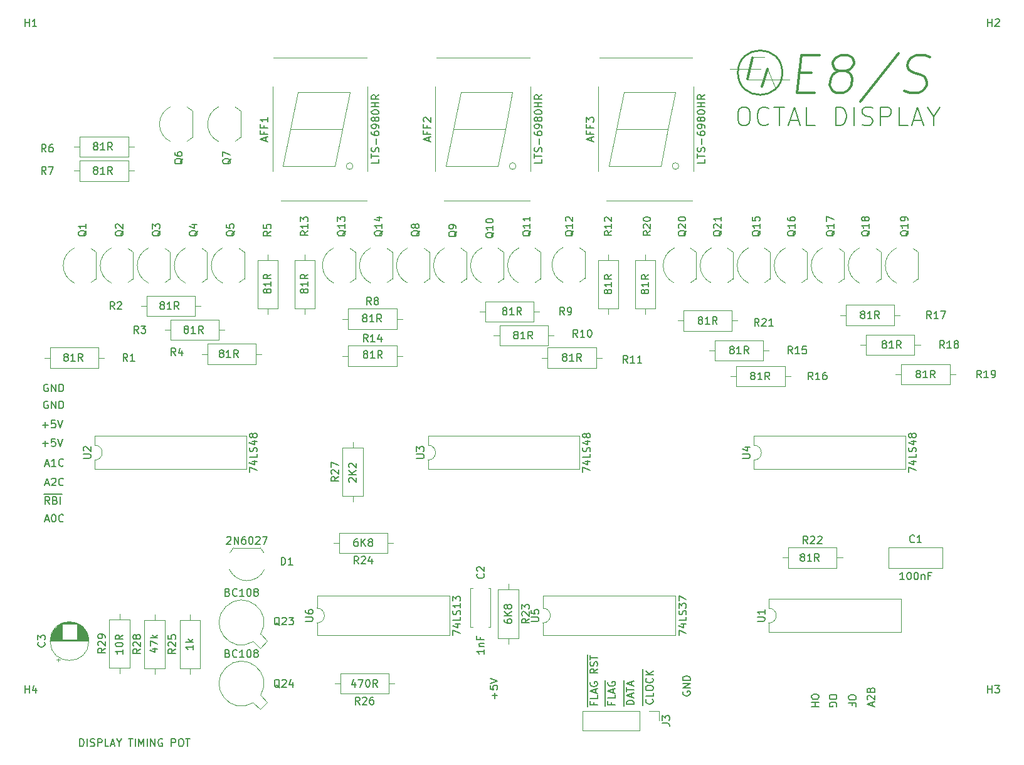
<source format=gbr>
%TF.GenerationSoftware,KiCad,Pcbnew,(5.1.10-1-10_14)*%
%TF.CreationDate,2022-01-24T17:11:52+11:00*%
%TF.ProjectId,Octal display,4f637461-6c20-4646-9973-706c61792e6b,rev?*%
%TF.SameCoordinates,Original*%
%TF.FileFunction,Legend,Top*%
%TF.FilePolarity,Positive*%
%FSLAX46Y46*%
G04 Gerber Fmt 4.6, Leading zero omitted, Abs format (unit mm)*
G04 Created by KiCad (PCBNEW (5.1.10-1-10_14)) date 2022-01-24 17:11:52*
%MOMM*%
%LPD*%
G01*
G04 APERTURE LIST*
%ADD10C,0.150000*%
%ADD11C,0.300000*%
%ADD12C,0.120000*%
%ADD13C,0.240000*%
G04 APERTURE END LIST*
D10*
X130185000Y-143100000D02*
X130185000Y-142242857D01*
X131028571Y-142528571D02*
X131028571Y-142861904D01*
X131552380Y-142861904D02*
X130552380Y-142861904D01*
X130552380Y-142385714D01*
X130185000Y-142242857D02*
X130185000Y-141433333D01*
X131552380Y-141528571D02*
X131552380Y-142004761D01*
X130552380Y-142004761D01*
X130185000Y-141433333D02*
X130185000Y-140576190D01*
X131266666Y-141242857D02*
X131266666Y-140766666D01*
X131552380Y-141338095D02*
X130552380Y-141004761D01*
X131552380Y-140671428D01*
X130185000Y-140576190D02*
X130185000Y-139576190D01*
X130600000Y-139814285D02*
X130552380Y-139909523D01*
X130552380Y-140052380D01*
X130600000Y-140195238D01*
X130695238Y-140290476D01*
X130790476Y-140338095D01*
X130980952Y-140385714D01*
X131123809Y-140385714D01*
X131314285Y-140338095D01*
X131409523Y-140290476D01*
X131504761Y-140195238D01*
X131552380Y-140052380D01*
X131552380Y-139957142D01*
X131504761Y-139814285D01*
X131457142Y-139766666D01*
X131123809Y-139766666D01*
X131123809Y-139957142D01*
X130185000Y-139576190D02*
X130185000Y-138814285D01*
X130185000Y-138814285D02*
X130185000Y-137814285D01*
X131552380Y-138004761D02*
X131076190Y-138338095D01*
X131552380Y-138576190D02*
X130552380Y-138576190D01*
X130552380Y-138195238D01*
X130600000Y-138100000D01*
X130647619Y-138052380D01*
X130742857Y-138004761D01*
X130885714Y-138004761D01*
X130980952Y-138052380D01*
X131028571Y-138100000D01*
X131076190Y-138195238D01*
X131076190Y-138576190D01*
X130185000Y-137814285D02*
X130185000Y-136861904D01*
X131504761Y-137623809D02*
X131552380Y-137480952D01*
X131552380Y-137242857D01*
X131504761Y-137147619D01*
X131457142Y-137100000D01*
X131361904Y-137052380D01*
X131266666Y-137052380D01*
X131171428Y-137100000D01*
X131123809Y-137147619D01*
X131076190Y-137242857D01*
X131028571Y-137433333D01*
X130980952Y-137528571D01*
X130933333Y-137576190D01*
X130838095Y-137623809D01*
X130742857Y-137623809D01*
X130647619Y-137576190D01*
X130600000Y-137528571D01*
X130552380Y-137433333D01*
X130552380Y-137195238D01*
X130600000Y-137052380D01*
X130185000Y-136861904D02*
X130185000Y-136100000D01*
X130552380Y-136766666D02*
X130552380Y-136195238D01*
X131552380Y-136480952D02*
X130552380Y-136480952D01*
X143100000Y-141061904D02*
X143052380Y-141157142D01*
X143052380Y-141300000D01*
X143100000Y-141442857D01*
X143195238Y-141538095D01*
X143290476Y-141585714D01*
X143480952Y-141633333D01*
X143623809Y-141633333D01*
X143814285Y-141585714D01*
X143909523Y-141538095D01*
X144004761Y-141442857D01*
X144052380Y-141300000D01*
X144052380Y-141204761D01*
X144004761Y-141061904D01*
X143957142Y-141014285D01*
X143623809Y-141014285D01*
X143623809Y-141204761D01*
X144052380Y-140585714D02*
X143052380Y-140585714D01*
X144052380Y-140014285D01*
X143052380Y-140014285D01*
X144052380Y-139538095D02*
X143052380Y-139538095D01*
X143052380Y-139300000D01*
X143100000Y-139157142D01*
X143195238Y-139061904D01*
X143290476Y-139014285D01*
X143480952Y-138966666D01*
X143623809Y-138966666D01*
X143814285Y-139014285D01*
X143909523Y-139061904D01*
X144004761Y-139157142D01*
X144052380Y-139300000D01*
X144052380Y-139538095D01*
X117671428Y-141985714D02*
X117671428Y-141223809D01*
X118052380Y-141604761D02*
X117290476Y-141604761D01*
X117052380Y-140271428D02*
X117052380Y-140747619D01*
X117528571Y-140795238D01*
X117480952Y-140747619D01*
X117433333Y-140652380D01*
X117433333Y-140414285D01*
X117480952Y-140319047D01*
X117528571Y-140271428D01*
X117623809Y-140223809D01*
X117861904Y-140223809D01*
X117957142Y-140271428D01*
X118004761Y-140319047D01*
X118052380Y-140414285D01*
X118052380Y-140652380D01*
X118004761Y-140747619D01*
X117957142Y-140795238D01*
X117052380Y-139938095D02*
X118052380Y-139604761D01*
X117052380Y-139271428D01*
X137685000Y-142928571D02*
X137685000Y-141928571D01*
X138957142Y-142119047D02*
X139004761Y-142166666D01*
X139052380Y-142309523D01*
X139052380Y-142404761D01*
X139004761Y-142547619D01*
X138909523Y-142642857D01*
X138814285Y-142690476D01*
X138623809Y-142738095D01*
X138480952Y-142738095D01*
X138290476Y-142690476D01*
X138195238Y-142642857D01*
X138100000Y-142547619D01*
X138052380Y-142404761D01*
X138052380Y-142309523D01*
X138100000Y-142166666D01*
X138147619Y-142119047D01*
X137685000Y-141928571D02*
X137685000Y-141119047D01*
X139052380Y-141214285D02*
X139052380Y-141690476D01*
X138052380Y-141690476D01*
X137685000Y-141119047D02*
X137685000Y-140071428D01*
X138052380Y-140690476D02*
X138052380Y-140500000D01*
X138100000Y-140404761D01*
X138195238Y-140309523D01*
X138385714Y-140261904D01*
X138719047Y-140261904D01*
X138909523Y-140309523D01*
X139004761Y-140404761D01*
X139052380Y-140500000D01*
X139052380Y-140690476D01*
X139004761Y-140785714D01*
X138909523Y-140880952D01*
X138719047Y-140928571D01*
X138385714Y-140928571D01*
X138195238Y-140880952D01*
X138100000Y-140785714D01*
X138052380Y-140690476D01*
X137685000Y-140071428D02*
X137685000Y-139071428D01*
X138957142Y-139261904D02*
X139004761Y-139309523D01*
X139052380Y-139452380D01*
X139052380Y-139547619D01*
X139004761Y-139690476D01*
X138909523Y-139785714D01*
X138814285Y-139833333D01*
X138623809Y-139880952D01*
X138480952Y-139880952D01*
X138290476Y-139833333D01*
X138195238Y-139785714D01*
X138100000Y-139690476D01*
X138052380Y-139547619D01*
X138052380Y-139452380D01*
X138100000Y-139309523D01*
X138147619Y-139261904D01*
X137685000Y-139071428D02*
X137685000Y-138071428D01*
X139052380Y-138833333D02*
X138052380Y-138833333D01*
X139052380Y-138261904D02*
X138480952Y-138690476D01*
X138052380Y-138261904D02*
X138623809Y-138833333D01*
X132585000Y-143061904D02*
X132585000Y-142204761D01*
X133428571Y-142490476D02*
X133428571Y-142823809D01*
X133952380Y-142823809D02*
X132952380Y-142823809D01*
X132952380Y-142347619D01*
X132585000Y-142204761D02*
X132585000Y-141395238D01*
X133952380Y-141490476D02*
X133952380Y-141966666D01*
X132952380Y-141966666D01*
X132585000Y-141395238D02*
X132585000Y-140538095D01*
X133666666Y-141204761D02*
X133666666Y-140728571D01*
X133952380Y-141300000D02*
X132952380Y-140966666D01*
X133952380Y-140633333D01*
X132585000Y-140538095D02*
X132585000Y-139538095D01*
X133000000Y-139776190D02*
X132952380Y-139871428D01*
X132952380Y-140014285D01*
X133000000Y-140157142D01*
X133095238Y-140252380D01*
X133190476Y-140300000D01*
X133380952Y-140347619D01*
X133523809Y-140347619D01*
X133714285Y-140300000D01*
X133809523Y-140252380D01*
X133904761Y-140157142D01*
X133952380Y-140014285D01*
X133952380Y-139919047D01*
X133904761Y-139776190D01*
X133857142Y-139728571D01*
X133523809Y-139728571D01*
X133523809Y-139919047D01*
X135085000Y-143038095D02*
X135085000Y-142038095D01*
X136452380Y-142800000D02*
X135452380Y-142800000D01*
X135452380Y-142561904D01*
X135500000Y-142419047D01*
X135595238Y-142323809D01*
X135690476Y-142276190D01*
X135880952Y-142228571D01*
X136023809Y-142228571D01*
X136214285Y-142276190D01*
X136309523Y-142323809D01*
X136404761Y-142419047D01*
X136452380Y-142561904D01*
X136452380Y-142800000D01*
X135085000Y-142038095D02*
X135085000Y-141180952D01*
X136166666Y-141847619D02*
X136166666Y-141371428D01*
X136452380Y-141942857D02*
X135452380Y-141609523D01*
X136452380Y-141276190D01*
X135085000Y-141180952D02*
X135085000Y-140419047D01*
X135452380Y-141085714D02*
X135452380Y-140514285D01*
X136452380Y-140800000D02*
X135452380Y-140800000D01*
X135085000Y-140419047D02*
X135085000Y-139561904D01*
X136166666Y-140228571D02*
X136166666Y-139752380D01*
X136452380Y-140323809D02*
X135452380Y-139990476D01*
X136452380Y-139657142D01*
X61642857Y-148452380D02*
X61642857Y-147452380D01*
X61880952Y-147452380D01*
X62023809Y-147500000D01*
X62119047Y-147595238D01*
X62166666Y-147690476D01*
X62214285Y-147880952D01*
X62214285Y-148023809D01*
X62166666Y-148214285D01*
X62119047Y-148309523D01*
X62023809Y-148404761D01*
X61880952Y-148452380D01*
X61642857Y-148452380D01*
X62642857Y-148452380D02*
X62642857Y-147452380D01*
X63071428Y-148404761D02*
X63214285Y-148452380D01*
X63452380Y-148452380D01*
X63547619Y-148404761D01*
X63595238Y-148357142D01*
X63642857Y-148261904D01*
X63642857Y-148166666D01*
X63595238Y-148071428D01*
X63547619Y-148023809D01*
X63452380Y-147976190D01*
X63261904Y-147928571D01*
X63166666Y-147880952D01*
X63119047Y-147833333D01*
X63071428Y-147738095D01*
X63071428Y-147642857D01*
X63119047Y-147547619D01*
X63166666Y-147500000D01*
X63261904Y-147452380D01*
X63500000Y-147452380D01*
X63642857Y-147500000D01*
X64071428Y-148452380D02*
X64071428Y-147452380D01*
X64452380Y-147452380D01*
X64547619Y-147500000D01*
X64595238Y-147547619D01*
X64642857Y-147642857D01*
X64642857Y-147785714D01*
X64595238Y-147880952D01*
X64547619Y-147928571D01*
X64452380Y-147976190D01*
X64071428Y-147976190D01*
X65547619Y-148452380D02*
X65071428Y-148452380D01*
X65071428Y-147452380D01*
X65833333Y-148166666D02*
X66309523Y-148166666D01*
X65738095Y-148452380D02*
X66071428Y-147452380D01*
X66404761Y-148452380D01*
X66928571Y-147976190D02*
X66928571Y-148452380D01*
X66595238Y-147452380D02*
X66928571Y-147976190D01*
X67261904Y-147452380D01*
X68214285Y-147452380D02*
X68785714Y-147452380D01*
X68500000Y-148452380D02*
X68500000Y-147452380D01*
X69119047Y-148452380D02*
X69119047Y-147452380D01*
X69595238Y-148452380D02*
X69595238Y-147452380D01*
X69928571Y-148166666D01*
X70261904Y-147452380D01*
X70261904Y-148452380D01*
X70738095Y-148452380D02*
X70738095Y-147452380D01*
X71214285Y-148452380D02*
X71214285Y-147452380D01*
X71785714Y-148452380D01*
X71785714Y-147452380D01*
X72785714Y-147500000D02*
X72690476Y-147452380D01*
X72547619Y-147452380D01*
X72404761Y-147500000D01*
X72309523Y-147595238D01*
X72261904Y-147690476D01*
X72214285Y-147880952D01*
X72214285Y-148023809D01*
X72261904Y-148214285D01*
X72309523Y-148309523D01*
X72404761Y-148404761D01*
X72547619Y-148452380D01*
X72642857Y-148452380D01*
X72785714Y-148404761D01*
X72833333Y-148357142D01*
X72833333Y-148023809D01*
X72642857Y-148023809D01*
X74023809Y-148452380D02*
X74023809Y-147452380D01*
X74404761Y-147452380D01*
X74500000Y-147500000D01*
X74547619Y-147547619D01*
X74595238Y-147642857D01*
X74595238Y-147785714D01*
X74547619Y-147880952D01*
X74500000Y-147928571D01*
X74404761Y-147976190D01*
X74023809Y-147976190D01*
X75214285Y-147452380D02*
X75404761Y-147452380D01*
X75500000Y-147500000D01*
X75595238Y-147595238D01*
X75642857Y-147785714D01*
X75642857Y-148119047D01*
X75595238Y-148309523D01*
X75500000Y-148404761D01*
X75404761Y-148452380D01*
X75214285Y-148452380D01*
X75119047Y-148404761D01*
X75023809Y-148309523D01*
X74976190Y-148119047D01*
X74976190Y-147785714D01*
X75023809Y-147595238D01*
X75119047Y-147500000D01*
X75214285Y-147452380D01*
X75928571Y-147452380D02*
X76500000Y-147452380D01*
X76214285Y-148452380D02*
X76214285Y-147452380D01*
X151083333Y-62130952D02*
X151559523Y-62130952D01*
X151797619Y-62250000D01*
X152035714Y-62488095D01*
X152154761Y-62964285D01*
X152154761Y-63797619D01*
X152035714Y-64273809D01*
X151797619Y-64511904D01*
X151559523Y-64630952D01*
X151083333Y-64630952D01*
X150845238Y-64511904D01*
X150607142Y-64273809D01*
X150488095Y-63797619D01*
X150488095Y-62964285D01*
X150607142Y-62488095D01*
X150845238Y-62250000D01*
X151083333Y-62130952D01*
X154654761Y-64392857D02*
X154535714Y-64511904D01*
X154178571Y-64630952D01*
X153940476Y-64630952D01*
X153583333Y-64511904D01*
X153345238Y-64273809D01*
X153226190Y-64035714D01*
X153107142Y-63559523D01*
X153107142Y-63202380D01*
X153226190Y-62726190D01*
X153345238Y-62488095D01*
X153583333Y-62250000D01*
X153940476Y-62130952D01*
X154178571Y-62130952D01*
X154535714Y-62250000D01*
X154654761Y-62369047D01*
X155369047Y-62130952D02*
X156797619Y-62130952D01*
X156083333Y-64630952D02*
X156083333Y-62130952D01*
X157511904Y-63916666D02*
X158702380Y-63916666D01*
X157273809Y-64630952D02*
X158107142Y-62130952D01*
X158940476Y-64630952D01*
X160964285Y-64630952D02*
X159773809Y-64630952D01*
X159773809Y-62130952D01*
X163702380Y-64630952D02*
X163702380Y-62130952D01*
X164297619Y-62130952D01*
X164654761Y-62250000D01*
X164892857Y-62488095D01*
X165011904Y-62726190D01*
X165130952Y-63202380D01*
X165130952Y-63559523D01*
X165011904Y-64035714D01*
X164892857Y-64273809D01*
X164654761Y-64511904D01*
X164297619Y-64630952D01*
X163702380Y-64630952D01*
X166202380Y-64630952D02*
X166202380Y-62130952D01*
X167273809Y-64511904D02*
X167630952Y-64630952D01*
X168226190Y-64630952D01*
X168464285Y-64511904D01*
X168583333Y-64392857D01*
X168702380Y-64154761D01*
X168702380Y-63916666D01*
X168583333Y-63678571D01*
X168464285Y-63559523D01*
X168226190Y-63440476D01*
X167750000Y-63321428D01*
X167511904Y-63202380D01*
X167392857Y-63083333D01*
X167273809Y-62845238D01*
X167273809Y-62607142D01*
X167392857Y-62369047D01*
X167511904Y-62250000D01*
X167750000Y-62130952D01*
X168345238Y-62130952D01*
X168702380Y-62250000D01*
X169773809Y-64630952D02*
X169773809Y-62130952D01*
X170726190Y-62130952D01*
X170964285Y-62250000D01*
X171083333Y-62369047D01*
X171202380Y-62607142D01*
X171202380Y-62964285D01*
X171083333Y-63202380D01*
X170964285Y-63321428D01*
X170726190Y-63440476D01*
X169773809Y-63440476D01*
X173464285Y-64630952D02*
X172273809Y-64630952D01*
X172273809Y-62130952D01*
X174178571Y-63916666D02*
X175369047Y-63916666D01*
X173940476Y-64630952D02*
X174773809Y-62130952D01*
X175607142Y-64630952D01*
X176916666Y-63440476D02*
X176916666Y-64630952D01*
X176083333Y-62130952D02*
X176916666Y-63440476D01*
X177750000Y-62130952D01*
X168666666Y-143014285D02*
X168666666Y-142538095D01*
X168952380Y-143109523D02*
X167952380Y-142776190D01*
X168952380Y-142442857D01*
X168047619Y-142157142D02*
X168000000Y-142109523D01*
X167952380Y-142014285D01*
X167952380Y-141776190D01*
X168000000Y-141680952D01*
X168047619Y-141633333D01*
X168142857Y-141585714D01*
X168238095Y-141585714D01*
X168380952Y-141633333D01*
X168952380Y-142204761D01*
X168952380Y-141585714D01*
X168428571Y-140823809D02*
X168476190Y-140680952D01*
X168523809Y-140633333D01*
X168619047Y-140585714D01*
X168761904Y-140585714D01*
X168857142Y-140633333D01*
X168904761Y-140680952D01*
X168952380Y-140776190D01*
X168952380Y-141157142D01*
X167952380Y-141157142D01*
X167952380Y-140823809D01*
X168000000Y-140728571D01*
X168047619Y-140680952D01*
X168142857Y-140633333D01*
X168238095Y-140633333D01*
X168333333Y-140680952D01*
X168380952Y-140728571D01*
X168428571Y-140823809D01*
X168428571Y-141157142D01*
X166447619Y-141776190D02*
X166447619Y-141966666D01*
X166400000Y-142061904D01*
X166304761Y-142157142D01*
X166114285Y-142204761D01*
X165780952Y-142204761D01*
X165590476Y-142157142D01*
X165495238Y-142061904D01*
X165447619Y-141966666D01*
X165447619Y-141776190D01*
X165495238Y-141680952D01*
X165590476Y-141585714D01*
X165780952Y-141538095D01*
X166114285Y-141538095D01*
X166304761Y-141585714D01*
X166400000Y-141680952D01*
X166447619Y-141776190D01*
X165971428Y-142966666D02*
X165971428Y-142633333D01*
X165447619Y-142633333D02*
X166447619Y-142633333D01*
X166447619Y-143109523D01*
X163847619Y-141704761D02*
X163847619Y-141895238D01*
X163800000Y-141990476D01*
X163704761Y-142085714D01*
X163514285Y-142133333D01*
X163180952Y-142133333D01*
X162990476Y-142085714D01*
X162895238Y-141990476D01*
X162847619Y-141895238D01*
X162847619Y-141704761D01*
X162895238Y-141609523D01*
X162990476Y-141514285D01*
X163180952Y-141466666D01*
X163514285Y-141466666D01*
X163704761Y-141514285D01*
X163800000Y-141609523D01*
X163847619Y-141704761D01*
X163800000Y-143085714D02*
X163847619Y-142990476D01*
X163847619Y-142847619D01*
X163800000Y-142704761D01*
X163704761Y-142609523D01*
X163609523Y-142561904D01*
X163419047Y-142514285D01*
X163276190Y-142514285D01*
X163085714Y-142561904D01*
X162990476Y-142609523D01*
X162895238Y-142704761D01*
X162847619Y-142847619D01*
X162847619Y-142942857D01*
X162895238Y-143085714D01*
X162942857Y-143133333D01*
X163276190Y-143133333D01*
X163276190Y-142942857D01*
X161447619Y-141680952D02*
X161447619Y-141871428D01*
X161400000Y-141966666D01*
X161304761Y-142061904D01*
X161114285Y-142109523D01*
X160780952Y-142109523D01*
X160590476Y-142061904D01*
X160495238Y-141966666D01*
X160447619Y-141871428D01*
X160447619Y-141680952D01*
X160495238Y-141585714D01*
X160590476Y-141490476D01*
X160780952Y-141442857D01*
X161114285Y-141442857D01*
X161304761Y-141490476D01*
X161400000Y-141585714D01*
X161447619Y-141680952D01*
X160447619Y-142538095D02*
X161447619Y-142538095D01*
X160971428Y-142538095D02*
X160971428Y-143109523D01*
X160447619Y-143109523D02*
X161447619Y-143109523D01*
X56985714Y-117866666D02*
X57461904Y-117866666D01*
X56890476Y-118152380D02*
X57223809Y-117152380D01*
X57557142Y-118152380D01*
X58080952Y-117152380D02*
X58176190Y-117152380D01*
X58271428Y-117200000D01*
X58319047Y-117247619D01*
X58366666Y-117342857D01*
X58414285Y-117533333D01*
X58414285Y-117771428D01*
X58366666Y-117961904D01*
X58319047Y-118057142D01*
X58271428Y-118104761D01*
X58176190Y-118152380D01*
X58080952Y-118152380D01*
X57985714Y-118104761D01*
X57938095Y-118057142D01*
X57890476Y-117961904D01*
X57842857Y-117771428D01*
X57842857Y-117533333D01*
X57890476Y-117342857D01*
X57938095Y-117247619D01*
X57985714Y-117200000D01*
X58080952Y-117152380D01*
X59414285Y-118057142D02*
X59366666Y-118104761D01*
X59223809Y-118152380D01*
X59128571Y-118152380D01*
X58985714Y-118104761D01*
X58890476Y-118009523D01*
X58842857Y-117914285D01*
X58795238Y-117723809D01*
X58795238Y-117580952D01*
X58842857Y-117390476D01*
X58890476Y-117295238D01*
X58985714Y-117200000D01*
X59128571Y-117152380D01*
X59223809Y-117152380D01*
X59366666Y-117200000D01*
X59414285Y-117247619D01*
X56761904Y-114385000D02*
X57761904Y-114385000D01*
X57571428Y-115752380D02*
X57238095Y-115276190D01*
X57000000Y-115752380D02*
X57000000Y-114752380D01*
X57380952Y-114752380D01*
X57476190Y-114800000D01*
X57523809Y-114847619D01*
X57571428Y-114942857D01*
X57571428Y-115085714D01*
X57523809Y-115180952D01*
X57476190Y-115228571D01*
X57380952Y-115276190D01*
X57000000Y-115276190D01*
X57761904Y-114385000D02*
X58761904Y-114385000D01*
X58333333Y-115228571D02*
X58476190Y-115276190D01*
X58523809Y-115323809D01*
X58571428Y-115419047D01*
X58571428Y-115561904D01*
X58523809Y-115657142D01*
X58476190Y-115704761D01*
X58380952Y-115752380D01*
X58000000Y-115752380D01*
X58000000Y-114752380D01*
X58333333Y-114752380D01*
X58428571Y-114800000D01*
X58476190Y-114847619D01*
X58523809Y-114942857D01*
X58523809Y-115038095D01*
X58476190Y-115133333D01*
X58428571Y-115180952D01*
X58333333Y-115228571D01*
X58000000Y-115228571D01*
X58761904Y-114385000D02*
X59238095Y-114385000D01*
X59000000Y-115752380D02*
X59000000Y-114752380D01*
X56985714Y-112966666D02*
X57461904Y-112966666D01*
X56890476Y-113252380D02*
X57223809Y-112252380D01*
X57557142Y-113252380D01*
X57842857Y-112347619D02*
X57890476Y-112300000D01*
X57985714Y-112252380D01*
X58223809Y-112252380D01*
X58319047Y-112300000D01*
X58366666Y-112347619D01*
X58414285Y-112442857D01*
X58414285Y-112538095D01*
X58366666Y-112680952D01*
X57795238Y-113252380D01*
X58414285Y-113252380D01*
X59414285Y-113157142D02*
X59366666Y-113204761D01*
X59223809Y-113252380D01*
X59128571Y-113252380D01*
X58985714Y-113204761D01*
X58890476Y-113109523D01*
X58842857Y-113014285D01*
X58795238Y-112823809D01*
X58795238Y-112680952D01*
X58842857Y-112490476D01*
X58890476Y-112395238D01*
X58985714Y-112300000D01*
X59128571Y-112252380D01*
X59223809Y-112252380D01*
X59366666Y-112300000D01*
X59414285Y-112347619D01*
X56985714Y-110366666D02*
X57461904Y-110366666D01*
X56890476Y-110652380D02*
X57223809Y-109652380D01*
X57557142Y-110652380D01*
X58414285Y-110652380D02*
X57842857Y-110652380D01*
X58128571Y-110652380D02*
X58128571Y-109652380D01*
X58033333Y-109795238D01*
X57938095Y-109890476D01*
X57842857Y-109938095D01*
X59414285Y-110557142D02*
X59366666Y-110604761D01*
X59223809Y-110652380D01*
X59128571Y-110652380D01*
X58985714Y-110604761D01*
X58890476Y-110509523D01*
X58842857Y-110414285D01*
X58795238Y-110223809D01*
X58795238Y-110080952D01*
X58842857Y-109890476D01*
X58890476Y-109795238D01*
X58985714Y-109700000D01*
X59128571Y-109652380D01*
X59223809Y-109652380D01*
X59366666Y-109700000D01*
X59414285Y-109747619D01*
X56614285Y-107571428D02*
X57376190Y-107571428D01*
X56995238Y-107952380D02*
X56995238Y-107190476D01*
X58328571Y-106952380D02*
X57852380Y-106952380D01*
X57804761Y-107428571D01*
X57852380Y-107380952D01*
X57947619Y-107333333D01*
X58185714Y-107333333D01*
X58280952Y-107380952D01*
X58328571Y-107428571D01*
X58376190Y-107523809D01*
X58376190Y-107761904D01*
X58328571Y-107857142D01*
X58280952Y-107904761D01*
X58185714Y-107952380D01*
X57947619Y-107952380D01*
X57852380Y-107904761D01*
X57804761Y-107857142D01*
X58661904Y-106952380D02*
X58995238Y-107952380D01*
X59328571Y-106952380D01*
X56614285Y-105071428D02*
X57376190Y-105071428D01*
X56995238Y-105452380D02*
X56995238Y-104690476D01*
X58328571Y-104452380D02*
X57852380Y-104452380D01*
X57804761Y-104928571D01*
X57852380Y-104880952D01*
X57947619Y-104833333D01*
X58185714Y-104833333D01*
X58280952Y-104880952D01*
X58328571Y-104928571D01*
X58376190Y-105023809D01*
X58376190Y-105261904D01*
X58328571Y-105357142D01*
X58280952Y-105404761D01*
X58185714Y-105452380D01*
X57947619Y-105452380D01*
X57852380Y-105404761D01*
X57804761Y-105357142D01*
X58661904Y-104452380D02*
X58995238Y-105452380D01*
X59328571Y-104452380D01*
X57338095Y-101900000D02*
X57242857Y-101852380D01*
X57100000Y-101852380D01*
X56957142Y-101900000D01*
X56861904Y-101995238D01*
X56814285Y-102090476D01*
X56766666Y-102280952D01*
X56766666Y-102423809D01*
X56814285Y-102614285D01*
X56861904Y-102709523D01*
X56957142Y-102804761D01*
X57100000Y-102852380D01*
X57195238Y-102852380D01*
X57338095Y-102804761D01*
X57385714Y-102757142D01*
X57385714Y-102423809D01*
X57195238Y-102423809D01*
X57814285Y-102852380D02*
X57814285Y-101852380D01*
X58385714Y-102852380D01*
X58385714Y-101852380D01*
X58861904Y-102852380D02*
X58861904Y-101852380D01*
X59100000Y-101852380D01*
X59242857Y-101900000D01*
X59338095Y-101995238D01*
X59385714Y-102090476D01*
X59433333Y-102280952D01*
X59433333Y-102423809D01*
X59385714Y-102614285D01*
X59338095Y-102709523D01*
X59242857Y-102804761D01*
X59100000Y-102852380D01*
X58861904Y-102852380D01*
X57338095Y-99600000D02*
X57242857Y-99552380D01*
X57100000Y-99552380D01*
X56957142Y-99600000D01*
X56861904Y-99695238D01*
X56814285Y-99790476D01*
X56766666Y-99980952D01*
X56766666Y-100123809D01*
X56814285Y-100314285D01*
X56861904Y-100409523D01*
X56957142Y-100504761D01*
X57100000Y-100552380D01*
X57195238Y-100552380D01*
X57338095Y-100504761D01*
X57385714Y-100457142D01*
X57385714Y-100123809D01*
X57195238Y-100123809D01*
X57814285Y-100552380D02*
X57814285Y-99552380D01*
X58385714Y-100552380D01*
X58385714Y-99552380D01*
X58861904Y-100552380D02*
X58861904Y-99552380D01*
X59100000Y-99552380D01*
X59242857Y-99600000D01*
X59338095Y-99695238D01*
X59385714Y-99790476D01*
X59433333Y-99980952D01*
X59433333Y-100123809D01*
X59385714Y-100314285D01*
X59338095Y-100409523D01*
X59242857Y-100504761D01*
X59100000Y-100552380D01*
X58861904Y-100552380D01*
D11*
X158774613Y-57537142D02*
X160467946Y-57537142D01*
X160861041Y-60198095D02*
X158441994Y-60198095D01*
X159076994Y-55118095D01*
X161496041Y-55118095D01*
X164126755Y-57295238D02*
X163673184Y-57053333D01*
X163461517Y-56811428D01*
X163280089Y-56327619D01*
X163310327Y-56085714D01*
X163612708Y-55601904D01*
X163884851Y-55360000D01*
X164398898Y-55118095D01*
X165366517Y-55118095D01*
X165820089Y-55360000D01*
X166031755Y-55601904D01*
X166213184Y-56085714D01*
X166182946Y-56327619D01*
X165880565Y-56811428D01*
X165608422Y-57053333D01*
X165094375Y-57295238D01*
X164126755Y-57295238D01*
X163612708Y-57537142D01*
X163340565Y-57779047D01*
X163038184Y-58262857D01*
X162917232Y-59230476D01*
X163098660Y-59714285D01*
X163310327Y-59956190D01*
X163763898Y-60198095D01*
X164731517Y-60198095D01*
X165245565Y-59956190D01*
X165517708Y-59714285D01*
X165820089Y-59230476D01*
X165941041Y-58262857D01*
X165759613Y-57779047D01*
X165547946Y-57537142D01*
X165094375Y-57295238D01*
X172170089Y-54876190D02*
X166999375Y-61407619D01*
X172986517Y-59956190D02*
X173681994Y-60198095D01*
X174891517Y-60198095D01*
X175405565Y-59956190D01*
X175677708Y-59714285D01*
X175980089Y-59230476D01*
X176040565Y-58746666D01*
X175859136Y-58262857D01*
X175647470Y-58020952D01*
X175193898Y-57779047D01*
X174256517Y-57537142D01*
X173802946Y-57295238D01*
X173591279Y-57053333D01*
X173409851Y-56569523D01*
X173470327Y-56085714D01*
X173772708Y-55601904D01*
X174044851Y-55360000D01*
X174558898Y-55118095D01*
X175768422Y-55118095D01*
X176463898Y-55360000D01*
D12*
%TO.C,J3*%
X129550000Y-143670000D02*
X129550000Y-146330000D01*
X137230000Y-143670000D02*
X129550000Y-143670000D01*
X137230000Y-146330000D02*
X129550000Y-146330000D01*
X137230000Y-143670000D02*
X137230000Y-146330000D01*
X138500000Y-143670000D02*
X139830000Y-143670000D01*
X139830000Y-143670000D02*
X139830000Y-145000000D01*
%TO.C,U2*%
X63670000Y-106560000D02*
X63670000Y-107810000D01*
X84110000Y-106560000D02*
X63670000Y-106560000D01*
X84110000Y-111060000D02*
X84110000Y-106560000D01*
X63670000Y-111060000D02*
X84110000Y-111060000D01*
X63670000Y-109810000D02*
X63670000Y-111060000D01*
X63670000Y-107810000D02*
G75*
G02*
X63670000Y-109810000I0J-1000000D01*
G01*
%TO.C,U4*%
X152670000Y-106560000D02*
X152670000Y-107810000D01*
X173110000Y-106560000D02*
X152670000Y-106560000D01*
X173110000Y-111060000D02*
X173110000Y-106560000D01*
X152670000Y-111060000D02*
X173110000Y-111060000D01*
X152670000Y-109810000D02*
X152670000Y-111060000D01*
X152670000Y-107810000D02*
G75*
G02*
X152670000Y-109810000I0J-1000000D01*
G01*
%TO.C,U3*%
X108670000Y-106560000D02*
X108670000Y-107810000D01*
X129110000Y-106560000D02*
X108670000Y-106560000D01*
X129110000Y-111060000D02*
X129110000Y-106560000D01*
X108670000Y-111060000D02*
X129110000Y-111060000D01*
X108670000Y-109810000D02*
X108670000Y-111060000D01*
X108670000Y-107810000D02*
G75*
G02*
X108670000Y-109810000I0J-1000000D01*
G01*
%TO.C,C2*%
X114380000Y-132370000D02*
X114380000Y-127130000D01*
X117120000Y-132370000D02*
X117120000Y-127130000D01*
X114380000Y-132370000D02*
X114695000Y-132370000D01*
X116805000Y-132370000D02*
X117120000Y-132370000D01*
X114380000Y-127130000D02*
X114695000Y-127130000D01*
X116805000Y-127130000D02*
X117120000Y-127130000D01*
%TO.C,C3*%
X62870000Y-134250000D02*
G75*
G03*
X62870000Y-134250000I-2620000J0D01*
G01*
X57670000Y-134250000D02*
X62830000Y-134250000D01*
X57670000Y-134210000D02*
X62830000Y-134210000D01*
X57671000Y-134170000D02*
X62829000Y-134170000D01*
X57672000Y-134130000D02*
X62828000Y-134130000D01*
X57674000Y-134090000D02*
X62826000Y-134090000D01*
X57677000Y-134050000D02*
X62823000Y-134050000D01*
X57681000Y-134010000D02*
X59210000Y-134010000D01*
X61290000Y-134010000D02*
X62819000Y-134010000D01*
X57685000Y-133970000D02*
X59210000Y-133970000D01*
X61290000Y-133970000D02*
X62815000Y-133970000D01*
X57689000Y-133930000D02*
X59210000Y-133930000D01*
X61290000Y-133930000D02*
X62811000Y-133930000D01*
X57694000Y-133890000D02*
X59210000Y-133890000D01*
X61290000Y-133890000D02*
X62806000Y-133890000D01*
X57700000Y-133850000D02*
X59210000Y-133850000D01*
X61290000Y-133850000D02*
X62800000Y-133850000D01*
X57707000Y-133810000D02*
X59210000Y-133810000D01*
X61290000Y-133810000D02*
X62793000Y-133810000D01*
X57714000Y-133770000D02*
X59210000Y-133770000D01*
X61290000Y-133770000D02*
X62786000Y-133770000D01*
X57722000Y-133730000D02*
X59210000Y-133730000D01*
X61290000Y-133730000D02*
X62778000Y-133730000D01*
X57730000Y-133690000D02*
X59210000Y-133690000D01*
X61290000Y-133690000D02*
X62770000Y-133690000D01*
X57739000Y-133650000D02*
X59210000Y-133650000D01*
X61290000Y-133650000D02*
X62761000Y-133650000D01*
X57749000Y-133610000D02*
X59210000Y-133610000D01*
X61290000Y-133610000D02*
X62751000Y-133610000D01*
X57759000Y-133570000D02*
X59210000Y-133570000D01*
X61290000Y-133570000D02*
X62741000Y-133570000D01*
X57770000Y-133529000D02*
X59210000Y-133529000D01*
X61290000Y-133529000D02*
X62730000Y-133529000D01*
X57782000Y-133489000D02*
X59210000Y-133489000D01*
X61290000Y-133489000D02*
X62718000Y-133489000D01*
X57795000Y-133449000D02*
X59210000Y-133449000D01*
X61290000Y-133449000D02*
X62705000Y-133449000D01*
X57808000Y-133409000D02*
X59210000Y-133409000D01*
X61290000Y-133409000D02*
X62692000Y-133409000D01*
X57822000Y-133369000D02*
X59210000Y-133369000D01*
X61290000Y-133369000D02*
X62678000Y-133369000D01*
X57836000Y-133329000D02*
X59210000Y-133329000D01*
X61290000Y-133329000D02*
X62664000Y-133329000D01*
X57852000Y-133289000D02*
X59210000Y-133289000D01*
X61290000Y-133289000D02*
X62648000Y-133289000D01*
X57868000Y-133249000D02*
X59210000Y-133249000D01*
X61290000Y-133249000D02*
X62632000Y-133249000D01*
X57885000Y-133209000D02*
X59210000Y-133209000D01*
X61290000Y-133209000D02*
X62615000Y-133209000D01*
X57902000Y-133169000D02*
X59210000Y-133169000D01*
X61290000Y-133169000D02*
X62598000Y-133169000D01*
X57921000Y-133129000D02*
X59210000Y-133129000D01*
X61290000Y-133129000D02*
X62579000Y-133129000D01*
X57940000Y-133089000D02*
X59210000Y-133089000D01*
X61290000Y-133089000D02*
X62560000Y-133089000D01*
X57960000Y-133049000D02*
X59210000Y-133049000D01*
X61290000Y-133049000D02*
X62540000Y-133049000D01*
X57982000Y-133009000D02*
X59210000Y-133009000D01*
X61290000Y-133009000D02*
X62518000Y-133009000D01*
X58003000Y-132969000D02*
X59210000Y-132969000D01*
X61290000Y-132969000D02*
X62497000Y-132969000D01*
X58026000Y-132929000D02*
X59210000Y-132929000D01*
X61290000Y-132929000D02*
X62474000Y-132929000D01*
X58050000Y-132889000D02*
X59210000Y-132889000D01*
X61290000Y-132889000D02*
X62450000Y-132889000D01*
X58075000Y-132849000D02*
X59210000Y-132849000D01*
X61290000Y-132849000D02*
X62425000Y-132849000D01*
X58101000Y-132809000D02*
X59210000Y-132809000D01*
X61290000Y-132809000D02*
X62399000Y-132809000D01*
X58128000Y-132769000D02*
X59210000Y-132769000D01*
X61290000Y-132769000D02*
X62372000Y-132769000D01*
X58155000Y-132729000D02*
X59210000Y-132729000D01*
X61290000Y-132729000D02*
X62345000Y-132729000D01*
X58185000Y-132689000D02*
X59210000Y-132689000D01*
X61290000Y-132689000D02*
X62315000Y-132689000D01*
X58215000Y-132649000D02*
X59210000Y-132649000D01*
X61290000Y-132649000D02*
X62285000Y-132649000D01*
X58246000Y-132609000D02*
X59210000Y-132609000D01*
X61290000Y-132609000D02*
X62254000Y-132609000D01*
X58279000Y-132569000D02*
X59210000Y-132569000D01*
X61290000Y-132569000D02*
X62221000Y-132569000D01*
X58313000Y-132529000D02*
X59210000Y-132529000D01*
X61290000Y-132529000D02*
X62187000Y-132529000D01*
X58349000Y-132489000D02*
X59210000Y-132489000D01*
X61290000Y-132489000D02*
X62151000Y-132489000D01*
X58386000Y-132449000D02*
X59210000Y-132449000D01*
X61290000Y-132449000D02*
X62114000Y-132449000D01*
X58424000Y-132409000D02*
X59210000Y-132409000D01*
X61290000Y-132409000D02*
X62076000Y-132409000D01*
X58465000Y-132369000D02*
X59210000Y-132369000D01*
X61290000Y-132369000D02*
X62035000Y-132369000D01*
X58507000Y-132329000D02*
X59210000Y-132329000D01*
X61290000Y-132329000D02*
X61993000Y-132329000D01*
X58551000Y-132289000D02*
X59210000Y-132289000D01*
X61290000Y-132289000D02*
X61949000Y-132289000D01*
X58597000Y-132249000D02*
X59210000Y-132249000D01*
X61290000Y-132249000D02*
X61903000Y-132249000D01*
X58645000Y-132209000D02*
X59210000Y-132209000D01*
X61290000Y-132209000D02*
X61855000Y-132209000D01*
X58696000Y-132169000D02*
X59210000Y-132169000D01*
X61290000Y-132169000D02*
X61804000Y-132169000D01*
X58750000Y-132129000D02*
X59210000Y-132129000D01*
X61290000Y-132129000D02*
X61750000Y-132129000D01*
X58807000Y-132089000D02*
X59210000Y-132089000D01*
X61290000Y-132089000D02*
X61693000Y-132089000D01*
X58867000Y-132049000D02*
X59210000Y-132049000D01*
X61290000Y-132049000D02*
X61633000Y-132049000D01*
X58931000Y-132009000D02*
X59210000Y-132009000D01*
X61290000Y-132009000D02*
X61569000Y-132009000D01*
X58999000Y-131969000D02*
X59210000Y-131969000D01*
X61290000Y-131969000D02*
X61501000Y-131969000D01*
X59072000Y-131929000D02*
X61428000Y-131929000D01*
X59152000Y-131889000D02*
X61348000Y-131889000D01*
X59239000Y-131849000D02*
X61261000Y-131849000D01*
X59335000Y-131809000D02*
X61165000Y-131809000D01*
X59445000Y-131769000D02*
X61055000Y-131769000D01*
X59573000Y-131729000D02*
X60927000Y-131729000D01*
X59732000Y-131689000D02*
X60768000Y-131689000D01*
X59966000Y-131649000D02*
X60534000Y-131649000D01*
X58775000Y-137054775D02*
X58775000Y-136554775D01*
X58525000Y-136804775D02*
X59025000Y-136804775D01*
%TO.C,R29*%
X65630000Y-137850000D02*
X68370000Y-137850000D01*
X68370000Y-137850000D02*
X68370000Y-131310000D01*
X68370000Y-131310000D02*
X65630000Y-131310000D01*
X65630000Y-131310000D02*
X65630000Y-137850000D01*
X67000000Y-138620000D02*
X67000000Y-137850000D01*
X67000000Y-130540000D02*
X67000000Y-131310000D01*
%TO.C,R28*%
X70380000Y-137940000D02*
X73120000Y-137940000D01*
X73120000Y-137940000D02*
X73120000Y-131400000D01*
X73120000Y-131400000D02*
X70380000Y-131400000D01*
X70380000Y-131400000D02*
X70380000Y-137940000D01*
X71750000Y-138710000D02*
X71750000Y-137940000D01*
X71750000Y-130630000D02*
X71750000Y-131400000D01*
%TO.C,Q24*%
X85062331Y-142572281D02*
X85974499Y-143484448D01*
X85974499Y-143484448D02*
X86964448Y-142494499D01*
X86964448Y-142494499D02*
X86052281Y-141582331D01*
X86052150Y-141582544D02*
G75*
G03*
X85062331Y-142572281I-2572150J1582544D01*
G01*
%TO.C,Q23*%
X85062331Y-134322281D02*
X85974499Y-135234448D01*
X85974499Y-135234448D02*
X86964448Y-134244499D01*
X86964448Y-134244499D02*
X86052281Y-133332331D01*
X86052150Y-133332544D02*
G75*
G03*
X85062331Y-134322281I-2572150J1582544D01*
G01*
%TO.C,D1*%
X86010000Y-121650000D02*
X82410000Y-121650000D01*
X81885816Y-122377205D02*
G75*
G02*
X82410000Y-121650000I2324184J-1122795D01*
G01*
X81853600Y-124598807D02*
G75*
G03*
X84210000Y-126100000I2356400J1098807D01*
G01*
X86566400Y-124598807D02*
G75*
G02*
X84210000Y-126100000I-2356400J1098807D01*
G01*
X86534184Y-122377205D02*
G75*
G03*
X86010000Y-121650000I-2324184J-1122795D01*
G01*
%TO.C,U6*%
X93670000Y-131810000D02*
X93670000Y-133460000D01*
X93670000Y-133460000D02*
X111570000Y-133460000D01*
X111570000Y-133460000D02*
X111570000Y-128160000D01*
X111570000Y-128160000D02*
X93670000Y-128160000D01*
X93670000Y-128160000D02*
X93670000Y-129810000D01*
X93670000Y-129810000D02*
G75*
G02*
X93670000Y-131810000I0J-1000000D01*
G01*
%TO.C,R27*%
X97130000Y-114690000D02*
X99870000Y-114690000D01*
X99870000Y-114690000D02*
X99870000Y-108150000D01*
X99870000Y-108150000D02*
X97130000Y-108150000D01*
X97130000Y-108150000D02*
X97130000Y-114690000D01*
X98500000Y-115460000D02*
X98500000Y-114690000D01*
X98500000Y-107380000D02*
X98500000Y-108150000D01*
%TO.C,R26*%
X103350000Y-141370000D02*
X103350000Y-138630000D01*
X103350000Y-138630000D02*
X96810000Y-138630000D01*
X96810000Y-138630000D02*
X96810000Y-141370000D01*
X96810000Y-141370000D02*
X103350000Y-141370000D01*
X104120000Y-140000000D02*
X103350000Y-140000000D01*
X96040000Y-140000000D02*
X96810000Y-140000000D01*
%TO.C,R25*%
X75130000Y-137940000D02*
X77870000Y-137940000D01*
X77870000Y-137940000D02*
X77870000Y-131400000D01*
X77870000Y-131400000D02*
X75130000Y-131400000D01*
X75130000Y-131400000D02*
X75130000Y-137940000D01*
X76500000Y-138710000D02*
X76500000Y-137940000D01*
X76500000Y-130630000D02*
X76500000Y-131400000D01*
%TO.C,R24*%
X103190000Y-122370000D02*
X103190000Y-119630000D01*
X103190000Y-119630000D02*
X96650000Y-119630000D01*
X96650000Y-119630000D02*
X96650000Y-122370000D01*
X96650000Y-122370000D02*
X103190000Y-122370000D01*
X103960000Y-121000000D02*
X103190000Y-121000000D01*
X95880000Y-121000000D02*
X96650000Y-121000000D01*
%TO.C,R23*%
X120870000Y-127310000D02*
X118130000Y-127310000D01*
X118130000Y-127310000D02*
X118130000Y-133850000D01*
X118130000Y-133850000D02*
X120870000Y-133850000D01*
X120870000Y-133850000D02*
X120870000Y-127310000D01*
X119500000Y-126540000D02*
X119500000Y-127310000D01*
X119500000Y-134620000D02*
X119500000Y-133850000D01*
%TO.C,U5*%
X124170000Y-131810000D02*
X124170000Y-133460000D01*
X124170000Y-133460000D02*
X142070000Y-133460000D01*
X142070000Y-133460000D02*
X142070000Y-128160000D01*
X142070000Y-128160000D02*
X124170000Y-128160000D01*
X124170000Y-128160000D02*
X124170000Y-129810000D01*
X124170000Y-129810000D02*
G75*
G02*
X124170000Y-131810000I0J-1000000D01*
G01*
%TO.C,R22*%
X157310000Y-121630000D02*
X157310000Y-124370000D01*
X157310000Y-124370000D02*
X163850000Y-124370000D01*
X163850000Y-124370000D02*
X163850000Y-121630000D01*
X163850000Y-121630000D02*
X157310000Y-121630000D01*
X156540000Y-123000000D02*
X157310000Y-123000000D01*
X164620000Y-123000000D02*
X163850000Y-123000000D01*
%TO.C,C1*%
X170880000Y-121630000D02*
X178120000Y-121630000D01*
X170880000Y-124370000D02*
X178120000Y-124370000D01*
X170880000Y-121630000D02*
X170880000Y-124370000D01*
X178120000Y-121630000D02*
X178120000Y-124370000D01*
%TO.C,REF\u002A\u002A*%
X154540000Y-56990000D02*
X155500000Y-59460000D01*
D11*
X154500000Y-57000000D02*
X153700000Y-59400000D01*
D12*
X151750000Y-58450000D02*
X157450000Y-58450000D01*
X149410000Y-56970000D02*
X153610000Y-56970000D01*
X152460000Y-55430000D02*
X154070000Y-55430000D01*
D11*
X152500000Y-55500000D02*
X151800000Y-58400000D01*
D13*
X156500000Y-57500000D02*
G75*
G03*
X156500000Y-57500000I-3000000J0D01*
G01*
D12*
%TO.C,AFF2*%
X120527214Y-70120000D02*
G75*
G03*
X120527214Y-70120000I-447214J0D01*
G01*
X113080000Y-60120000D02*
X120080000Y-60120000D01*
X119080000Y-65120000D02*
X112080000Y-65120000D01*
X120080000Y-60120000D02*
X119080000Y-65120000D01*
X118080000Y-70120000D02*
X119080000Y-65120000D01*
X111080000Y-70120000D02*
X118080000Y-70120000D01*
X112080000Y-65120000D02*
X111080000Y-70120000D01*
X113080000Y-60120000D02*
X112080000Y-65120000D01*
X122380000Y-55485000D02*
X109780000Y-55485000D01*
X110780000Y-74755000D02*
X122380000Y-74755000D01*
X122490000Y-70835000D02*
X122490000Y-59405000D01*
X109670000Y-70835000D02*
X109670000Y-59405000D01*
%TO.C,R2*%
X77190000Y-90370000D02*
X77190000Y-87630000D01*
X77190000Y-87630000D02*
X70650000Y-87630000D01*
X70650000Y-87630000D02*
X70650000Y-90370000D01*
X70650000Y-90370000D02*
X77190000Y-90370000D01*
X77960000Y-89000000D02*
X77190000Y-89000000D01*
X69880000Y-89000000D02*
X70650000Y-89000000D01*
%TO.C,U1*%
X154670000Y-131810000D02*
X154670000Y-133060000D01*
X154670000Y-133060000D02*
X172570000Y-133060000D01*
X172570000Y-133060000D02*
X172570000Y-128560000D01*
X172570000Y-128560000D02*
X154670000Y-128560000D01*
X154670000Y-128560000D02*
X154670000Y-129810000D01*
X154670000Y-129810000D02*
G75*
G02*
X154670000Y-131810000I0J-1000000D01*
G01*
%TO.C,R21*%
X143150000Y-89630000D02*
X143150000Y-92370000D01*
X143150000Y-92370000D02*
X149690000Y-92370000D01*
X149690000Y-92370000D02*
X149690000Y-89630000D01*
X149690000Y-89630000D02*
X143150000Y-89630000D01*
X142380000Y-91000000D02*
X143150000Y-91000000D01*
X150460000Y-91000000D02*
X149690000Y-91000000D01*
%TO.C,R20*%
X136630000Y-89350000D02*
X139370000Y-89350000D01*
X139370000Y-89350000D02*
X139370000Y-82810000D01*
X139370000Y-82810000D02*
X136630000Y-82810000D01*
X136630000Y-82810000D02*
X136630000Y-89350000D01*
X138000000Y-90120000D02*
X138000000Y-89350000D01*
X138000000Y-82040000D02*
X138000000Y-82810000D01*
%TO.C,R19*%
X179100000Y-99620000D02*
X179100000Y-96880000D01*
X179100000Y-96880000D02*
X172560000Y-96880000D01*
X172560000Y-96880000D02*
X172560000Y-99620000D01*
X172560000Y-99620000D02*
X179100000Y-99620000D01*
X179870000Y-98250000D02*
X179100000Y-98250000D01*
X171790000Y-98250000D02*
X172560000Y-98250000D01*
%TO.C,R18*%
X174350000Y-95620000D02*
X174350000Y-92880000D01*
X174350000Y-92880000D02*
X167810000Y-92880000D01*
X167810000Y-92880000D02*
X167810000Y-95620000D01*
X167810000Y-95620000D02*
X174350000Y-95620000D01*
X175120000Y-94250000D02*
X174350000Y-94250000D01*
X167040000Y-94250000D02*
X167810000Y-94250000D01*
%TO.C,R17*%
X171600000Y-91620000D02*
X171600000Y-88880000D01*
X171600000Y-88880000D02*
X165060000Y-88880000D01*
X165060000Y-88880000D02*
X165060000Y-91620000D01*
X165060000Y-91620000D02*
X171600000Y-91620000D01*
X172370000Y-90250000D02*
X171600000Y-90250000D01*
X164290000Y-90250000D02*
X165060000Y-90250000D01*
%TO.C,R16*%
X150310000Y-97130000D02*
X150310000Y-99870000D01*
X150310000Y-99870000D02*
X156850000Y-99870000D01*
X156850000Y-99870000D02*
X156850000Y-97130000D01*
X156850000Y-97130000D02*
X150310000Y-97130000D01*
X149540000Y-98500000D02*
X150310000Y-98500000D01*
X157620000Y-98500000D02*
X156850000Y-98500000D01*
%TO.C,R15*%
X147400000Y-93630000D02*
X147400000Y-96370000D01*
X147400000Y-96370000D02*
X153940000Y-96370000D01*
X153940000Y-96370000D02*
X153940000Y-93630000D01*
X153940000Y-93630000D02*
X147400000Y-93630000D01*
X146630000Y-95000000D02*
X147400000Y-95000000D01*
X154710000Y-95000000D02*
X153940000Y-95000000D01*
%TO.C,R14*%
X97900000Y-94380000D02*
X97900000Y-97120000D01*
X97900000Y-97120000D02*
X104440000Y-97120000D01*
X104440000Y-97120000D02*
X104440000Y-94380000D01*
X104440000Y-94380000D02*
X97900000Y-94380000D01*
X97130000Y-95750000D02*
X97900000Y-95750000D01*
X105210000Y-95750000D02*
X104440000Y-95750000D01*
%TO.C,R13*%
X90630000Y-89350000D02*
X93370000Y-89350000D01*
X93370000Y-89350000D02*
X93370000Y-82810000D01*
X93370000Y-82810000D02*
X90630000Y-82810000D01*
X90630000Y-82810000D02*
X90630000Y-89350000D01*
X92000000Y-90120000D02*
X92000000Y-89350000D01*
X92000000Y-82040000D02*
X92000000Y-82810000D01*
%TO.C,R12*%
X131630000Y-89350000D02*
X134370000Y-89350000D01*
X134370000Y-89350000D02*
X134370000Y-82810000D01*
X134370000Y-82810000D02*
X131630000Y-82810000D01*
X131630000Y-82810000D02*
X131630000Y-89350000D01*
X133000000Y-90120000D02*
X133000000Y-89350000D01*
X133000000Y-82040000D02*
X133000000Y-82810000D01*
%TO.C,R11*%
X131350000Y-97370000D02*
X131350000Y-94630000D01*
X131350000Y-94630000D02*
X124810000Y-94630000D01*
X124810000Y-94630000D02*
X124810000Y-97370000D01*
X124810000Y-97370000D02*
X131350000Y-97370000D01*
X132120000Y-96000000D02*
X131350000Y-96000000D01*
X124040000Y-96000000D02*
X124810000Y-96000000D01*
%TO.C,R10*%
X124850000Y-94370000D02*
X124850000Y-91630000D01*
X124850000Y-91630000D02*
X118310000Y-91630000D01*
X118310000Y-91630000D02*
X118310000Y-94370000D01*
X118310000Y-94370000D02*
X124850000Y-94370000D01*
X125620000Y-93000000D02*
X124850000Y-93000000D01*
X117540000Y-93000000D02*
X118310000Y-93000000D01*
%TO.C,R9*%
X122940000Y-91120000D02*
X122940000Y-88380000D01*
X122940000Y-88380000D02*
X116400000Y-88380000D01*
X116400000Y-88380000D02*
X116400000Y-91120000D01*
X116400000Y-91120000D02*
X122940000Y-91120000D01*
X123710000Y-89750000D02*
X122940000Y-89750000D01*
X115630000Y-89750000D02*
X116400000Y-89750000D01*
%TO.C,R8*%
X97900000Y-89380000D02*
X97900000Y-92120000D01*
X97900000Y-92120000D02*
X104440000Y-92120000D01*
X104440000Y-92120000D02*
X104440000Y-89380000D01*
X104440000Y-89380000D02*
X97900000Y-89380000D01*
X97130000Y-90750000D02*
X97900000Y-90750000D01*
X105210000Y-90750000D02*
X104440000Y-90750000D01*
%TO.C,R7*%
X61650000Y-69380000D02*
X61650000Y-72120000D01*
X61650000Y-72120000D02*
X68190000Y-72120000D01*
X68190000Y-72120000D02*
X68190000Y-69380000D01*
X68190000Y-69380000D02*
X61650000Y-69380000D01*
X60880000Y-70750000D02*
X61650000Y-70750000D01*
X68960000Y-70750000D02*
X68190000Y-70750000D01*
%TO.C,R6*%
X61650000Y-66130000D02*
X61650000Y-68870000D01*
X61650000Y-68870000D02*
X68190000Y-68870000D01*
X68190000Y-68870000D02*
X68190000Y-66130000D01*
X68190000Y-66130000D02*
X61650000Y-66130000D01*
X60880000Y-67500000D02*
X61650000Y-67500000D01*
X68960000Y-67500000D02*
X68190000Y-67500000D01*
%TO.C,R5*%
X85630000Y-89350000D02*
X88370000Y-89350000D01*
X88370000Y-89350000D02*
X88370000Y-82810000D01*
X88370000Y-82810000D02*
X85630000Y-82810000D01*
X85630000Y-82810000D02*
X85630000Y-89350000D01*
X87000000Y-90120000D02*
X87000000Y-89350000D01*
X87000000Y-82040000D02*
X87000000Y-82810000D01*
%TO.C,R4*%
X85440000Y-96870000D02*
X85440000Y-94130000D01*
X85440000Y-94130000D02*
X78900000Y-94130000D01*
X78900000Y-94130000D02*
X78900000Y-96870000D01*
X78900000Y-96870000D02*
X85440000Y-96870000D01*
X86210000Y-95500000D02*
X85440000Y-95500000D01*
X78130000Y-95500000D02*
X78900000Y-95500000D01*
%TO.C,R3*%
X80440000Y-93620000D02*
X80440000Y-90880000D01*
X80440000Y-90880000D02*
X73900000Y-90880000D01*
X73900000Y-90880000D02*
X73900000Y-93620000D01*
X73900000Y-93620000D02*
X80440000Y-93620000D01*
X81210000Y-92250000D02*
X80440000Y-92250000D01*
X73130000Y-92250000D02*
X73900000Y-92250000D01*
%TO.C,R1*%
X57650000Y-94630000D02*
X57650000Y-97370000D01*
X57650000Y-97370000D02*
X64190000Y-97370000D01*
X64190000Y-97370000D02*
X64190000Y-94630000D01*
X64190000Y-94630000D02*
X57650000Y-94630000D01*
X56880000Y-96000000D02*
X57650000Y-96000000D01*
X64960000Y-96000000D02*
X64190000Y-96000000D01*
%TO.C,Q21*%
X149850000Y-85340000D02*
X149850000Y-81740000D01*
X149122795Y-81215816D02*
G75*
G02*
X149850000Y-81740000I-1122795J-2324184D01*
G01*
X146901193Y-81183600D02*
G75*
G03*
X145400000Y-83540000I1098807J-2356400D01*
G01*
X146901193Y-85896400D02*
G75*
G02*
X145400000Y-83540000I1098807J2356400D01*
G01*
X149122795Y-85864184D02*
G75*
G03*
X149850000Y-85340000I-1122795J2324184D01*
G01*
%TO.C,Q20*%
X144850000Y-85340000D02*
X144850000Y-81740000D01*
X144122795Y-81215816D02*
G75*
G02*
X144850000Y-81740000I-1122795J-2324184D01*
G01*
X141901193Y-81183600D02*
G75*
G03*
X140400000Y-83540000I1098807J-2356400D01*
G01*
X141901193Y-85896400D02*
G75*
G02*
X140400000Y-83540000I1098807J2356400D01*
G01*
X144122795Y-85864184D02*
G75*
G03*
X144850000Y-85340000I-1122795J2324184D01*
G01*
%TO.C,Q19*%
X174850000Y-85340000D02*
X174850000Y-81740000D01*
X174122795Y-81215816D02*
G75*
G02*
X174850000Y-81740000I-1122795J-2324184D01*
G01*
X171901193Y-81183600D02*
G75*
G03*
X170400000Y-83540000I1098807J-2356400D01*
G01*
X171901193Y-85896400D02*
G75*
G02*
X170400000Y-83540000I1098807J2356400D01*
G01*
X174122795Y-85864184D02*
G75*
G03*
X174850000Y-85340000I-1122795J2324184D01*
G01*
%TO.C,Q18*%
X169850000Y-85340000D02*
X169850000Y-81740000D01*
X169122795Y-81215816D02*
G75*
G02*
X169850000Y-81740000I-1122795J-2324184D01*
G01*
X166901193Y-81183600D02*
G75*
G03*
X165400000Y-83540000I1098807J-2356400D01*
G01*
X166901193Y-85896400D02*
G75*
G02*
X165400000Y-83540000I1098807J2356400D01*
G01*
X169122795Y-85864184D02*
G75*
G03*
X169850000Y-85340000I-1122795J2324184D01*
G01*
%TO.C,Q17*%
X164850000Y-85340000D02*
X164850000Y-81740000D01*
X164122795Y-81215816D02*
G75*
G02*
X164850000Y-81740000I-1122795J-2324184D01*
G01*
X161901193Y-81183600D02*
G75*
G03*
X160400000Y-83540000I1098807J-2356400D01*
G01*
X161901193Y-85896400D02*
G75*
G02*
X160400000Y-83540000I1098807J2356400D01*
G01*
X164122795Y-85864184D02*
G75*
G03*
X164850000Y-85340000I-1122795J2324184D01*
G01*
%TO.C,Q16*%
X159850000Y-85340000D02*
X159850000Y-81740000D01*
X159122795Y-81215816D02*
G75*
G02*
X159850000Y-81740000I-1122795J-2324184D01*
G01*
X156901193Y-81183600D02*
G75*
G03*
X155400000Y-83540000I1098807J-2356400D01*
G01*
X156901193Y-85896400D02*
G75*
G02*
X155400000Y-83540000I1098807J2356400D01*
G01*
X159122795Y-85864184D02*
G75*
G03*
X159850000Y-85340000I-1122795J2324184D01*
G01*
%TO.C,Q15*%
X154850000Y-85340000D02*
X154850000Y-81740000D01*
X154122795Y-81215816D02*
G75*
G02*
X154850000Y-81740000I-1122795J-2324184D01*
G01*
X151901193Y-81183600D02*
G75*
G03*
X150400000Y-83540000I1098807J-2356400D01*
G01*
X151901193Y-85896400D02*
G75*
G02*
X150400000Y-83540000I1098807J2356400D01*
G01*
X154122795Y-85864184D02*
G75*
G03*
X154850000Y-85340000I-1122795J2324184D01*
G01*
%TO.C,Q14*%
X103850000Y-85340000D02*
X103850000Y-81740000D01*
X103122795Y-81215816D02*
G75*
G02*
X103850000Y-81740000I-1122795J-2324184D01*
G01*
X100901193Y-81183600D02*
G75*
G03*
X99400000Y-83540000I1098807J-2356400D01*
G01*
X100901193Y-85896400D02*
G75*
G02*
X99400000Y-83540000I1098807J2356400D01*
G01*
X103122795Y-85864184D02*
G75*
G03*
X103850000Y-85340000I-1122795J2324184D01*
G01*
%TO.C,Q13*%
X98850000Y-85340000D02*
X98850000Y-81740000D01*
X98122795Y-81215816D02*
G75*
G02*
X98850000Y-81740000I-1122795J-2324184D01*
G01*
X95901193Y-81183600D02*
G75*
G03*
X94400000Y-83540000I1098807J-2356400D01*
G01*
X95901193Y-85896400D02*
G75*
G02*
X94400000Y-83540000I1098807J2356400D01*
G01*
X98122795Y-85864184D02*
G75*
G03*
X98850000Y-85340000I-1122795J2324184D01*
G01*
%TO.C,Q12*%
X129850000Y-85260000D02*
X129850000Y-81660000D01*
X129122795Y-81135816D02*
G75*
G02*
X129850000Y-81660000I-1122795J-2324184D01*
G01*
X126901193Y-81103600D02*
G75*
G03*
X125400000Y-83460000I1098807J-2356400D01*
G01*
X126901193Y-85816400D02*
G75*
G02*
X125400000Y-83460000I1098807J2356400D01*
G01*
X129122795Y-85784184D02*
G75*
G03*
X129850000Y-85260000I-1122795J2324184D01*
G01*
%TO.C,Q11*%
X123850000Y-85340000D02*
X123850000Y-81740000D01*
X123122795Y-81215816D02*
G75*
G02*
X123850000Y-81740000I-1122795J-2324184D01*
G01*
X120901193Y-81183600D02*
G75*
G03*
X119400000Y-83540000I1098807J-2356400D01*
G01*
X120901193Y-85896400D02*
G75*
G02*
X119400000Y-83540000I1098807J2356400D01*
G01*
X123122795Y-85864184D02*
G75*
G03*
X123850000Y-85340000I-1122795J2324184D01*
G01*
%TO.C,Q10*%
X118850000Y-85340000D02*
X118850000Y-81740000D01*
X118122795Y-81215816D02*
G75*
G02*
X118850000Y-81740000I-1122795J-2324184D01*
G01*
X115901193Y-81183600D02*
G75*
G03*
X114400000Y-83540000I1098807J-2356400D01*
G01*
X115901193Y-85896400D02*
G75*
G02*
X114400000Y-83540000I1098807J2356400D01*
G01*
X118122795Y-85864184D02*
G75*
G03*
X118850000Y-85340000I-1122795J2324184D01*
G01*
%TO.C,Q9*%
X113850000Y-85340000D02*
X113850000Y-81740000D01*
X113122795Y-81215816D02*
G75*
G02*
X113850000Y-81740000I-1122795J-2324184D01*
G01*
X110901193Y-81183600D02*
G75*
G03*
X109400000Y-83540000I1098807J-2356400D01*
G01*
X110901193Y-85896400D02*
G75*
G02*
X109400000Y-83540000I1098807J2356400D01*
G01*
X113122795Y-85864184D02*
G75*
G03*
X113850000Y-85340000I-1122795J2324184D01*
G01*
%TO.C,Q8*%
X108850000Y-85340000D02*
X108850000Y-81740000D01*
X108122795Y-81215816D02*
G75*
G02*
X108850000Y-81740000I-1122795J-2324184D01*
G01*
X105901193Y-81183600D02*
G75*
G03*
X104400000Y-83540000I1098807J-2356400D01*
G01*
X105901193Y-85896400D02*
G75*
G02*
X104400000Y-83540000I1098807J2356400D01*
G01*
X108122795Y-85864184D02*
G75*
G03*
X108850000Y-85340000I-1122795J2324184D01*
G01*
%TO.C,Q7*%
X83350000Y-66260000D02*
X83350000Y-62660000D01*
X82622795Y-62135816D02*
G75*
G02*
X83350000Y-62660000I-1122795J-2324184D01*
G01*
X80401193Y-62103600D02*
G75*
G03*
X78900000Y-64460000I1098807J-2356400D01*
G01*
X80401193Y-66816400D02*
G75*
G02*
X78900000Y-64460000I1098807J2356400D01*
G01*
X82622795Y-66784184D02*
G75*
G03*
X83350000Y-66260000I-1122795J2324184D01*
G01*
%TO.C,Q6*%
X76850000Y-66260000D02*
X76850000Y-62660000D01*
X76122795Y-62135816D02*
G75*
G02*
X76850000Y-62660000I-1122795J-2324184D01*
G01*
X73901193Y-62103600D02*
G75*
G03*
X72400000Y-64460000I1098807J-2356400D01*
G01*
X73901193Y-66816400D02*
G75*
G02*
X72400000Y-64460000I1098807J2356400D01*
G01*
X76122795Y-66784184D02*
G75*
G03*
X76850000Y-66260000I-1122795J2324184D01*
G01*
%TO.C,Q5*%
X83850000Y-85340000D02*
X83850000Y-81740000D01*
X83122795Y-81215816D02*
G75*
G02*
X83850000Y-81740000I-1122795J-2324184D01*
G01*
X80901193Y-81183600D02*
G75*
G03*
X79400000Y-83540000I1098807J-2356400D01*
G01*
X80901193Y-85896400D02*
G75*
G02*
X79400000Y-83540000I1098807J2356400D01*
G01*
X83122795Y-85864184D02*
G75*
G03*
X83850000Y-85340000I-1122795J2324184D01*
G01*
%TO.C,Q4*%
X78850000Y-85340000D02*
X78850000Y-81740000D01*
X78122795Y-81215816D02*
G75*
G02*
X78850000Y-81740000I-1122795J-2324184D01*
G01*
X75901193Y-81183600D02*
G75*
G03*
X74400000Y-83540000I1098807J-2356400D01*
G01*
X75901193Y-85896400D02*
G75*
G02*
X74400000Y-83540000I1098807J2356400D01*
G01*
X78122795Y-85864184D02*
G75*
G03*
X78850000Y-85340000I-1122795J2324184D01*
G01*
%TO.C,Q3*%
X73850000Y-85340000D02*
X73850000Y-81740000D01*
X73122795Y-81215816D02*
G75*
G02*
X73850000Y-81740000I-1122795J-2324184D01*
G01*
X70901193Y-81183600D02*
G75*
G03*
X69400000Y-83540000I1098807J-2356400D01*
G01*
X70901193Y-85896400D02*
G75*
G02*
X69400000Y-83540000I1098807J2356400D01*
G01*
X73122795Y-85864184D02*
G75*
G03*
X73850000Y-85340000I-1122795J2324184D01*
G01*
%TO.C,Q2*%
X68850000Y-85340000D02*
X68850000Y-81740000D01*
X68122795Y-81215816D02*
G75*
G02*
X68850000Y-81740000I-1122795J-2324184D01*
G01*
X65901193Y-81183600D02*
G75*
G03*
X64400000Y-83540000I1098807J-2356400D01*
G01*
X65901193Y-85896400D02*
G75*
G02*
X64400000Y-83540000I1098807J2356400D01*
G01*
X68122795Y-85864184D02*
G75*
G03*
X68850000Y-85340000I-1122795J2324184D01*
G01*
%TO.C,Q1*%
X63850000Y-85340000D02*
X63850000Y-81740000D01*
X63122795Y-81215816D02*
G75*
G02*
X63850000Y-81740000I-1122795J-2324184D01*
G01*
X60901193Y-81183600D02*
G75*
G03*
X59400000Y-83540000I1098807J-2356400D01*
G01*
X60901193Y-85896400D02*
G75*
G02*
X59400000Y-83540000I1098807J2356400D01*
G01*
X63122795Y-85864184D02*
G75*
G03*
X63850000Y-85340000I-1122795J2324184D01*
G01*
%TO.C,AFF3*%
X142527214Y-70120000D02*
G75*
G03*
X142527214Y-70120000I-447214J0D01*
G01*
X135080000Y-60120000D02*
X142080000Y-60120000D01*
X141080000Y-65120000D02*
X134080000Y-65120000D01*
X142080000Y-60120000D02*
X141080000Y-65120000D01*
X140080000Y-70120000D02*
X141080000Y-65120000D01*
X133080000Y-70120000D02*
X140080000Y-70120000D01*
X134080000Y-65120000D02*
X133080000Y-70120000D01*
X135080000Y-60120000D02*
X134080000Y-65120000D01*
X144380000Y-55485000D02*
X131780000Y-55485000D01*
X132780000Y-74755000D02*
X144380000Y-74755000D01*
X144490000Y-70835000D02*
X144490000Y-59405000D01*
X131670000Y-70835000D02*
X131670000Y-59405000D01*
%TO.C,AFF1*%
X98527214Y-70120000D02*
G75*
G03*
X98527214Y-70120000I-447214J0D01*
G01*
X91080000Y-60120000D02*
X98080000Y-60120000D01*
X97080000Y-65120000D02*
X90080000Y-65120000D01*
X98080000Y-60120000D02*
X97080000Y-65120000D01*
X96080000Y-70120000D02*
X97080000Y-65120000D01*
X89080000Y-70120000D02*
X96080000Y-70120000D01*
X90080000Y-65120000D02*
X89080000Y-70120000D01*
X91080000Y-60120000D02*
X90080000Y-65120000D01*
X100380000Y-55485000D02*
X87780000Y-55485000D01*
X88780000Y-74755000D02*
X100380000Y-74755000D01*
X100490000Y-70835000D02*
X100490000Y-59405000D01*
X87670000Y-70835000D02*
X87670000Y-59405000D01*
%TO.C,J3*%
D10*
X140282380Y-145333333D02*
X140996666Y-145333333D01*
X141139523Y-145380952D01*
X141234761Y-145476190D01*
X141282380Y-145619047D01*
X141282380Y-145714285D01*
X140282380Y-144952380D02*
X140282380Y-144333333D01*
X140663333Y-144666666D01*
X140663333Y-144523809D01*
X140710952Y-144428571D01*
X140758571Y-144380952D01*
X140853809Y-144333333D01*
X141091904Y-144333333D01*
X141187142Y-144380952D01*
X141234761Y-144428571D01*
X141282380Y-144523809D01*
X141282380Y-144809523D01*
X141234761Y-144904761D01*
X141187142Y-144952380D01*
%TO.C,U2*%
X62122380Y-109571904D02*
X62931904Y-109571904D01*
X63027142Y-109524285D01*
X63074761Y-109476666D01*
X63122380Y-109381428D01*
X63122380Y-109190952D01*
X63074761Y-109095714D01*
X63027142Y-109048095D01*
X62931904Y-109000476D01*
X62122380Y-109000476D01*
X62217619Y-108571904D02*
X62170000Y-108524285D01*
X62122380Y-108429047D01*
X62122380Y-108190952D01*
X62170000Y-108095714D01*
X62217619Y-108048095D01*
X62312857Y-108000476D01*
X62408095Y-108000476D01*
X62550952Y-108048095D01*
X63122380Y-108619523D01*
X63122380Y-108000476D01*
X84562380Y-111452857D02*
X84562380Y-110786190D01*
X85562380Y-111214761D01*
X84895714Y-109976666D02*
X85562380Y-109976666D01*
X84514761Y-110214761D02*
X85229047Y-110452857D01*
X85229047Y-109833809D01*
X85562380Y-108976666D02*
X85562380Y-109452857D01*
X84562380Y-109452857D01*
X85514761Y-108690952D02*
X85562380Y-108548095D01*
X85562380Y-108310000D01*
X85514761Y-108214761D01*
X85467142Y-108167142D01*
X85371904Y-108119523D01*
X85276666Y-108119523D01*
X85181428Y-108167142D01*
X85133809Y-108214761D01*
X85086190Y-108310000D01*
X85038571Y-108500476D01*
X84990952Y-108595714D01*
X84943333Y-108643333D01*
X84848095Y-108690952D01*
X84752857Y-108690952D01*
X84657619Y-108643333D01*
X84610000Y-108595714D01*
X84562380Y-108500476D01*
X84562380Y-108262380D01*
X84610000Y-108119523D01*
X84895714Y-107262380D02*
X85562380Y-107262380D01*
X84514761Y-107500476D02*
X85229047Y-107738571D01*
X85229047Y-107119523D01*
X84990952Y-106595714D02*
X84943333Y-106690952D01*
X84895714Y-106738571D01*
X84800476Y-106786190D01*
X84752857Y-106786190D01*
X84657619Y-106738571D01*
X84610000Y-106690952D01*
X84562380Y-106595714D01*
X84562380Y-106405238D01*
X84610000Y-106310000D01*
X84657619Y-106262380D01*
X84752857Y-106214761D01*
X84800476Y-106214761D01*
X84895714Y-106262380D01*
X84943333Y-106310000D01*
X84990952Y-106405238D01*
X84990952Y-106595714D01*
X85038571Y-106690952D01*
X85086190Y-106738571D01*
X85181428Y-106786190D01*
X85371904Y-106786190D01*
X85467142Y-106738571D01*
X85514761Y-106690952D01*
X85562380Y-106595714D01*
X85562380Y-106405238D01*
X85514761Y-106310000D01*
X85467142Y-106262380D01*
X85371904Y-106214761D01*
X85181428Y-106214761D01*
X85086190Y-106262380D01*
X85038571Y-106310000D01*
X84990952Y-106405238D01*
%TO.C,U4*%
X151122380Y-109571904D02*
X151931904Y-109571904D01*
X152027142Y-109524285D01*
X152074761Y-109476666D01*
X152122380Y-109381428D01*
X152122380Y-109190952D01*
X152074761Y-109095714D01*
X152027142Y-109048095D01*
X151931904Y-109000476D01*
X151122380Y-109000476D01*
X151455714Y-108095714D02*
X152122380Y-108095714D01*
X151074761Y-108333809D02*
X151789047Y-108571904D01*
X151789047Y-107952857D01*
X173562380Y-111452857D02*
X173562380Y-110786190D01*
X174562380Y-111214761D01*
X173895714Y-109976666D02*
X174562380Y-109976666D01*
X173514761Y-110214761D02*
X174229047Y-110452857D01*
X174229047Y-109833809D01*
X174562380Y-108976666D02*
X174562380Y-109452857D01*
X173562380Y-109452857D01*
X174514761Y-108690952D02*
X174562380Y-108548095D01*
X174562380Y-108310000D01*
X174514761Y-108214761D01*
X174467142Y-108167142D01*
X174371904Y-108119523D01*
X174276666Y-108119523D01*
X174181428Y-108167142D01*
X174133809Y-108214761D01*
X174086190Y-108310000D01*
X174038571Y-108500476D01*
X173990952Y-108595714D01*
X173943333Y-108643333D01*
X173848095Y-108690952D01*
X173752857Y-108690952D01*
X173657619Y-108643333D01*
X173610000Y-108595714D01*
X173562380Y-108500476D01*
X173562380Y-108262380D01*
X173610000Y-108119523D01*
X173895714Y-107262380D02*
X174562380Y-107262380D01*
X173514761Y-107500476D02*
X174229047Y-107738571D01*
X174229047Y-107119523D01*
X173990952Y-106595714D02*
X173943333Y-106690952D01*
X173895714Y-106738571D01*
X173800476Y-106786190D01*
X173752857Y-106786190D01*
X173657619Y-106738571D01*
X173610000Y-106690952D01*
X173562380Y-106595714D01*
X173562380Y-106405238D01*
X173610000Y-106310000D01*
X173657619Y-106262380D01*
X173752857Y-106214761D01*
X173800476Y-106214761D01*
X173895714Y-106262380D01*
X173943333Y-106310000D01*
X173990952Y-106405238D01*
X173990952Y-106595714D01*
X174038571Y-106690952D01*
X174086190Y-106738571D01*
X174181428Y-106786190D01*
X174371904Y-106786190D01*
X174467142Y-106738571D01*
X174514761Y-106690952D01*
X174562380Y-106595714D01*
X174562380Y-106405238D01*
X174514761Y-106310000D01*
X174467142Y-106262380D01*
X174371904Y-106214761D01*
X174181428Y-106214761D01*
X174086190Y-106262380D01*
X174038571Y-106310000D01*
X173990952Y-106405238D01*
%TO.C,U3*%
X107122380Y-109571904D02*
X107931904Y-109571904D01*
X108027142Y-109524285D01*
X108074761Y-109476666D01*
X108122380Y-109381428D01*
X108122380Y-109190952D01*
X108074761Y-109095714D01*
X108027142Y-109048095D01*
X107931904Y-109000476D01*
X107122380Y-109000476D01*
X107122380Y-108619523D02*
X107122380Y-108000476D01*
X107503333Y-108333809D01*
X107503333Y-108190952D01*
X107550952Y-108095714D01*
X107598571Y-108048095D01*
X107693809Y-108000476D01*
X107931904Y-108000476D01*
X108027142Y-108048095D01*
X108074761Y-108095714D01*
X108122380Y-108190952D01*
X108122380Y-108476666D01*
X108074761Y-108571904D01*
X108027142Y-108619523D01*
X129562380Y-111452857D02*
X129562380Y-110786190D01*
X130562380Y-111214761D01*
X129895714Y-109976666D02*
X130562380Y-109976666D01*
X129514761Y-110214761D02*
X130229047Y-110452857D01*
X130229047Y-109833809D01*
X130562380Y-108976666D02*
X130562380Y-109452857D01*
X129562380Y-109452857D01*
X130514761Y-108690952D02*
X130562380Y-108548095D01*
X130562380Y-108310000D01*
X130514761Y-108214761D01*
X130467142Y-108167142D01*
X130371904Y-108119523D01*
X130276666Y-108119523D01*
X130181428Y-108167142D01*
X130133809Y-108214761D01*
X130086190Y-108310000D01*
X130038571Y-108500476D01*
X129990952Y-108595714D01*
X129943333Y-108643333D01*
X129848095Y-108690952D01*
X129752857Y-108690952D01*
X129657619Y-108643333D01*
X129610000Y-108595714D01*
X129562380Y-108500476D01*
X129562380Y-108262380D01*
X129610000Y-108119523D01*
X129895714Y-107262380D02*
X130562380Y-107262380D01*
X129514761Y-107500476D02*
X130229047Y-107738571D01*
X130229047Y-107119523D01*
X129990952Y-106595714D02*
X129943333Y-106690952D01*
X129895714Y-106738571D01*
X129800476Y-106786190D01*
X129752857Y-106786190D01*
X129657619Y-106738571D01*
X129610000Y-106690952D01*
X129562380Y-106595714D01*
X129562380Y-106405238D01*
X129610000Y-106310000D01*
X129657619Y-106262380D01*
X129752857Y-106214761D01*
X129800476Y-106214761D01*
X129895714Y-106262380D01*
X129943333Y-106310000D01*
X129990952Y-106405238D01*
X129990952Y-106595714D01*
X130038571Y-106690952D01*
X130086190Y-106738571D01*
X130181428Y-106786190D01*
X130371904Y-106786190D01*
X130467142Y-106738571D01*
X130514761Y-106690952D01*
X130562380Y-106595714D01*
X130562380Y-106405238D01*
X130514761Y-106310000D01*
X130467142Y-106262380D01*
X130371904Y-106214761D01*
X130181428Y-106214761D01*
X130086190Y-106262380D01*
X130038571Y-106310000D01*
X129990952Y-106405238D01*
%TO.C,C2*%
X116157142Y-125166666D02*
X116204761Y-125214285D01*
X116252380Y-125357142D01*
X116252380Y-125452380D01*
X116204761Y-125595238D01*
X116109523Y-125690476D01*
X116014285Y-125738095D01*
X115823809Y-125785714D01*
X115680952Y-125785714D01*
X115490476Y-125738095D01*
X115395238Y-125690476D01*
X115300000Y-125595238D01*
X115252380Y-125452380D01*
X115252380Y-125357142D01*
X115300000Y-125214285D01*
X115347619Y-125166666D01*
X115347619Y-124785714D02*
X115300000Y-124738095D01*
X115252380Y-124642857D01*
X115252380Y-124404761D01*
X115300000Y-124309523D01*
X115347619Y-124261904D01*
X115442857Y-124214285D01*
X115538095Y-124214285D01*
X115680952Y-124261904D01*
X116252380Y-124833333D01*
X116252380Y-124214285D01*
X116252380Y-135395238D02*
X116252380Y-135966666D01*
X116252380Y-135680952D02*
X115252380Y-135680952D01*
X115395238Y-135776190D01*
X115490476Y-135871428D01*
X115538095Y-135966666D01*
X115585714Y-134966666D02*
X116252380Y-134966666D01*
X115680952Y-134966666D02*
X115633333Y-134919047D01*
X115585714Y-134823809D01*
X115585714Y-134680952D01*
X115633333Y-134585714D01*
X115728571Y-134538095D01*
X116252380Y-134538095D01*
X115728571Y-133728571D02*
X115728571Y-134061904D01*
X116252380Y-134061904D02*
X115252380Y-134061904D01*
X115252380Y-133585714D01*
%TO.C,C3*%
X56857142Y-134416666D02*
X56904761Y-134464285D01*
X56952380Y-134607142D01*
X56952380Y-134702380D01*
X56904761Y-134845238D01*
X56809523Y-134940476D01*
X56714285Y-134988095D01*
X56523809Y-135035714D01*
X56380952Y-135035714D01*
X56190476Y-134988095D01*
X56095238Y-134940476D01*
X56000000Y-134845238D01*
X55952380Y-134702380D01*
X55952380Y-134607142D01*
X56000000Y-134464285D01*
X56047619Y-134416666D01*
X55952380Y-134083333D02*
X55952380Y-133464285D01*
X56333333Y-133797619D01*
X56333333Y-133654761D01*
X56380952Y-133559523D01*
X56428571Y-133511904D01*
X56523809Y-133464285D01*
X56761904Y-133464285D01*
X56857142Y-133511904D01*
X56904761Y-133559523D01*
X56952380Y-133654761D01*
X56952380Y-133940476D01*
X56904761Y-134035714D01*
X56857142Y-134083333D01*
%TO.C,R29*%
X65082380Y-135222857D02*
X64606190Y-135556190D01*
X65082380Y-135794285D02*
X64082380Y-135794285D01*
X64082380Y-135413333D01*
X64130000Y-135318095D01*
X64177619Y-135270476D01*
X64272857Y-135222857D01*
X64415714Y-135222857D01*
X64510952Y-135270476D01*
X64558571Y-135318095D01*
X64606190Y-135413333D01*
X64606190Y-135794285D01*
X64177619Y-134841904D02*
X64130000Y-134794285D01*
X64082380Y-134699047D01*
X64082380Y-134460952D01*
X64130000Y-134365714D01*
X64177619Y-134318095D01*
X64272857Y-134270476D01*
X64368095Y-134270476D01*
X64510952Y-134318095D01*
X65082380Y-134889523D01*
X65082380Y-134270476D01*
X65082380Y-133794285D02*
X65082380Y-133603809D01*
X65034761Y-133508571D01*
X64987142Y-133460952D01*
X64844285Y-133365714D01*
X64653809Y-133318095D01*
X64272857Y-133318095D01*
X64177619Y-133365714D01*
X64130000Y-133413333D01*
X64082380Y-133508571D01*
X64082380Y-133699047D01*
X64130000Y-133794285D01*
X64177619Y-133841904D01*
X64272857Y-133889523D01*
X64510952Y-133889523D01*
X64606190Y-133841904D01*
X64653809Y-133794285D01*
X64701428Y-133699047D01*
X64701428Y-133508571D01*
X64653809Y-133413333D01*
X64606190Y-133365714D01*
X64510952Y-133318095D01*
X67452380Y-135390476D02*
X67452380Y-135961904D01*
X67452380Y-135676190D02*
X66452380Y-135676190D01*
X66595238Y-135771428D01*
X66690476Y-135866666D01*
X66738095Y-135961904D01*
X66452380Y-134771428D02*
X66452380Y-134676190D01*
X66500000Y-134580952D01*
X66547619Y-134533333D01*
X66642857Y-134485714D01*
X66833333Y-134438095D01*
X67071428Y-134438095D01*
X67261904Y-134485714D01*
X67357142Y-134533333D01*
X67404761Y-134580952D01*
X67452380Y-134676190D01*
X67452380Y-134771428D01*
X67404761Y-134866666D01*
X67357142Y-134914285D01*
X67261904Y-134961904D01*
X67071428Y-135009523D01*
X66833333Y-135009523D01*
X66642857Y-134961904D01*
X66547619Y-134914285D01*
X66500000Y-134866666D01*
X66452380Y-134771428D01*
X67452380Y-133438095D02*
X66976190Y-133771428D01*
X67452380Y-134009523D02*
X66452380Y-134009523D01*
X66452380Y-133628571D01*
X66500000Y-133533333D01*
X66547619Y-133485714D01*
X66642857Y-133438095D01*
X66785714Y-133438095D01*
X66880952Y-133485714D01*
X66928571Y-133533333D01*
X66976190Y-133628571D01*
X66976190Y-134009523D01*
%TO.C,R28*%
X69832380Y-135312857D02*
X69356190Y-135646190D01*
X69832380Y-135884285D02*
X68832380Y-135884285D01*
X68832380Y-135503333D01*
X68880000Y-135408095D01*
X68927619Y-135360476D01*
X69022857Y-135312857D01*
X69165714Y-135312857D01*
X69260952Y-135360476D01*
X69308571Y-135408095D01*
X69356190Y-135503333D01*
X69356190Y-135884285D01*
X68927619Y-134931904D02*
X68880000Y-134884285D01*
X68832380Y-134789047D01*
X68832380Y-134550952D01*
X68880000Y-134455714D01*
X68927619Y-134408095D01*
X69022857Y-134360476D01*
X69118095Y-134360476D01*
X69260952Y-134408095D01*
X69832380Y-134979523D01*
X69832380Y-134360476D01*
X69260952Y-133789047D02*
X69213333Y-133884285D01*
X69165714Y-133931904D01*
X69070476Y-133979523D01*
X69022857Y-133979523D01*
X68927619Y-133931904D01*
X68880000Y-133884285D01*
X68832380Y-133789047D01*
X68832380Y-133598571D01*
X68880000Y-133503333D01*
X68927619Y-133455714D01*
X69022857Y-133408095D01*
X69070476Y-133408095D01*
X69165714Y-133455714D01*
X69213333Y-133503333D01*
X69260952Y-133598571D01*
X69260952Y-133789047D01*
X69308571Y-133884285D01*
X69356190Y-133931904D01*
X69451428Y-133979523D01*
X69641904Y-133979523D01*
X69737142Y-133931904D01*
X69784761Y-133884285D01*
X69832380Y-133789047D01*
X69832380Y-133598571D01*
X69784761Y-133503333D01*
X69737142Y-133455714D01*
X69641904Y-133408095D01*
X69451428Y-133408095D01*
X69356190Y-133455714D01*
X69308571Y-133503333D01*
X69260952Y-133598571D01*
X71485714Y-135290476D02*
X72152380Y-135290476D01*
X71104761Y-135528571D02*
X71819047Y-135766666D01*
X71819047Y-135147619D01*
X71152380Y-134861904D02*
X71152380Y-134195238D01*
X72152380Y-134623809D01*
X72152380Y-133814285D02*
X71152380Y-133814285D01*
X71771428Y-133719047D02*
X72152380Y-133433333D01*
X71485714Y-133433333D02*
X71866666Y-133814285D01*
%TO.C,Q24*%
X88628571Y-140547619D02*
X88533333Y-140500000D01*
X88438095Y-140404761D01*
X88295238Y-140261904D01*
X88200000Y-140214285D01*
X88104761Y-140214285D01*
X88152380Y-140452380D02*
X88057142Y-140404761D01*
X87961904Y-140309523D01*
X87914285Y-140119047D01*
X87914285Y-139785714D01*
X87961904Y-139595238D01*
X88057142Y-139500000D01*
X88152380Y-139452380D01*
X88342857Y-139452380D01*
X88438095Y-139500000D01*
X88533333Y-139595238D01*
X88580952Y-139785714D01*
X88580952Y-140119047D01*
X88533333Y-140309523D01*
X88438095Y-140404761D01*
X88342857Y-140452380D01*
X88152380Y-140452380D01*
X88961904Y-139547619D02*
X89009523Y-139500000D01*
X89104761Y-139452380D01*
X89342857Y-139452380D01*
X89438095Y-139500000D01*
X89485714Y-139547619D01*
X89533333Y-139642857D01*
X89533333Y-139738095D01*
X89485714Y-139880952D01*
X88914285Y-140452380D01*
X89533333Y-140452380D01*
X90390476Y-139785714D02*
X90390476Y-140452380D01*
X90152380Y-139404761D02*
X89914285Y-140119047D01*
X90533333Y-140119047D01*
X81622857Y-135908571D02*
X81765714Y-135956190D01*
X81813333Y-136003809D01*
X81860952Y-136099047D01*
X81860952Y-136241904D01*
X81813333Y-136337142D01*
X81765714Y-136384761D01*
X81670476Y-136432380D01*
X81289523Y-136432380D01*
X81289523Y-135432380D01*
X81622857Y-135432380D01*
X81718095Y-135480000D01*
X81765714Y-135527619D01*
X81813333Y-135622857D01*
X81813333Y-135718095D01*
X81765714Y-135813333D01*
X81718095Y-135860952D01*
X81622857Y-135908571D01*
X81289523Y-135908571D01*
X82860952Y-136337142D02*
X82813333Y-136384761D01*
X82670476Y-136432380D01*
X82575238Y-136432380D01*
X82432380Y-136384761D01*
X82337142Y-136289523D01*
X82289523Y-136194285D01*
X82241904Y-136003809D01*
X82241904Y-135860952D01*
X82289523Y-135670476D01*
X82337142Y-135575238D01*
X82432380Y-135480000D01*
X82575238Y-135432380D01*
X82670476Y-135432380D01*
X82813333Y-135480000D01*
X82860952Y-135527619D01*
X83813333Y-136432380D02*
X83241904Y-136432380D01*
X83527619Y-136432380D02*
X83527619Y-135432380D01*
X83432380Y-135575238D01*
X83337142Y-135670476D01*
X83241904Y-135718095D01*
X84432380Y-135432380D02*
X84527619Y-135432380D01*
X84622857Y-135480000D01*
X84670476Y-135527619D01*
X84718095Y-135622857D01*
X84765714Y-135813333D01*
X84765714Y-136051428D01*
X84718095Y-136241904D01*
X84670476Y-136337142D01*
X84622857Y-136384761D01*
X84527619Y-136432380D01*
X84432380Y-136432380D01*
X84337142Y-136384761D01*
X84289523Y-136337142D01*
X84241904Y-136241904D01*
X84194285Y-136051428D01*
X84194285Y-135813333D01*
X84241904Y-135622857D01*
X84289523Y-135527619D01*
X84337142Y-135480000D01*
X84432380Y-135432380D01*
X85337142Y-135860952D02*
X85241904Y-135813333D01*
X85194285Y-135765714D01*
X85146666Y-135670476D01*
X85146666Y-135622857D01*
X85194285Y-135527619D01*
X85241904Y-135480000D01*
X85337142Y-135432380D01*
X85527619Y-135432380D01*
X85622857Y-135480000D01*
X85670476Y-135527619D01*
X85718095Y-135622857D01*
X85718095Y-135670476D01*
X85670476Y-135765714D01*
X85622857Y-135813333D01*
X85527619Y-135860952D01*
X85337142Y-135860952D01*
X85241904Y-135908571D01*
X85194285Y-135956190D01*
X85146666Y-136051428D01*
X85146666Y-136241904D01*
X85194285Y-136337142D01*
X85241904Y-136384761D01*
X85337142Y-136432380D01*
X85527619Y-136432380D01*
X85622857Y-136384761D01*
X85670476Y-136337142D01*
X85718095Y-136241904D01*
X85718095Y-136051428D01*
X85670476Y-135956190D01*
X85622857Y-135908571D01*
X85527619Y-135860952D01*
%TO.C,Q23*%
X88628571Y-132147619D02*
X88533333Y-132100000D01*
X88438095Y-132004761D01*
X88295238Y-131861904D01*
X88200000Y-131814285D01*
X88104761Y-131814285D01*
X88152380Y-132052380D02*
X88057142Y-132004761D01*
X87961904Y-131909523D01*
X87914285Y-131719047D01*
X87914285Y-131385714D01*
X87961904Y-131195238D01*
X88057142Y-131100000D01*
X88152380Y-131052380D01*
X88342857Y-131052380D01*
X88438095Y-131100000D01*
X88533333Y-131195238D01*
X88580952Y-131385714D01*
X88580952Y-131719047D01*
X88533333Y-131909523D01*
X88438095Y-132004761D01*
X88342857Y-132052380D01*
X88152380Y-132052380D01*
X88961904Y-131147619D02*
X89009523Y-131100000D01*
X89104761Y-131052380D01*
X89342857Y-131052380D01*
X89438095Y-131100000D01*
X89485714Y-131147619D01*
X89533333Y-131242857D01*
X89533333Y-131338095D01*
X89485714Y-131480952D01*
X88914285Y-132052380D01*
X89533333Y-132052380D01*
X89866666Y-131052380D02*
X90485714Y-131052380D01*
X90152380Y-131433333D01*
X90295238Y-131433333D01*
X90390476Y-131480952D01*
X90438095Y-131528571D01*
X90485714Y-131623809D01*
X90485714Y-131861904D01*
X90438095Y-131957142D01*
X90390476Y-132004761D01*
X90295238Y-132052380D01*
X90009523Y-132052380D01*
X89914285Y-132004761D01*
X89866666Y-131957142D01*
X81622857Y-127658571D02*
X81765714Y-127706190D01*
X81813333Y-127753809D01*
X81860952Y-127849047D01*
X81860952Y-127991904D01*
X81813333Y-128087142D01*
X81765714Y-128134761D01*
X81670476Y-128182380D01*
X81289523Y-128182380D01*
X81289523Y-127182380D01*
X81622857Y-127182380D01*
X81718095Y-127230000D01*
X81765714Y-127277619D01*
X81813333Y-127372857D01*
X81813333Y-127468095D01*
X81765714Y-127563333D01*
X81718095Y-127610952D01*
X81622857Y-127658571D01*
X81289523Y-127658571D01*
X82860952Y-128087142D02*
X82813333Y-128134761D01*
X82670476Y-128182380D01*
X82575238Y-128182380D01*
X82432380Y-128134761D01*
X82337142Y-128039523D01*
X82289523Y-127944285D01*
X82241904Y-127753809D01*
X82241904Y-127610952D01*
X82289523Y-127420476D01*
X82337142Y-127325238D01*
X82432380Y-127230000D01*
X82575238Y-127182380D01*
X82670476Y-127182380D01*
X82813333Y-127230000D01*
X82860952Y-127277619D01*
X83813333Y-128182380D02*
X83241904Y-128182380D01*
X83527619Y-128182380D02*
X83527619Y-127182380D01*
X83432380Y-127325238D01*
X83337142Y-127420476D01*
X83241904Y-127468095D01*
X84432380Y-127182380D02*
X84527619Y-127182380D01*
X84622857Y-127230000D01*
X84670476Y-127277619D01*
X84718095Y-127372857D01*
X84765714Y-127563333D01*
X84765714Y-127801428D01*
X84718095Y-127991904D01*
X84670476Y-128087142D01*
X84622857Y-128134761D01*
X84527619Y-128182380D01*
X84432380Y-128182380D01*
X84337142Y-128134761D01*
X84289523Y-128087142D01*
X84241904Y-127991904D01*
X84194285Y-127801428D01*
X84194285Y-127563333D01*
X84241904Y-127372857D01*
X84289523Y-127277619D01*
X84337142Y-127230000D01*
X84432380Y-127182380D01*
X85337142Y-127610952D02*
X85241904Y-127563333D01*
X85194285Y-127515714D01*
X85146666Y-127420476D01*
X85146666Y-127372857D01*
X85194285Y-127277619D01*
X85241904Y-127230000D01*
X85337142Y-127182380D01*
X85527619Y-127182380D01*
X85622857Y-127230000D01*
X85670476Y-127277619D01*
X85718095Y-127372857D01*
X85718095Y-127420476D01*
X85670476Y-127515714D01*
X85622857Y-127563333D01*
X85527619Y-127610952D01*
X85337142Y-127610952D01*
X85241904Y-127658571D01*
X85194285Y-127706190D01*
X85146666Y-127801428D01*
X85146666Y-127991904D01*
X85194285Y-128087142D01*
X85241904Y-128134761D01*
X85337142Y-128182380D01*
X85527619Y-128182380D01*
X85622857Y-128134761D01*
X85670476Y-128087142D01*
X85718095Y-127991904D01*
X85718095Y-127801428D01*
X85670476Y-127706190D01*
X85622857Y-127658571D01*
X85527619Y-127610952D01*
%TO.C,D1*%
X88861904Y-123952380D02*
X88861904Y-122952380D01*
X89100000Y-122952380D01*
X89242857Y-123000000D01*
X89338095Y-123095238D01*
X89385714Y-123190476D01*
X89433333Y-123380952D01*
X89433333Y-123523809D01*
X89385714Y-123714285D01*
X89338095Y-123809523D01*
X89242857Y-123904761D01*
X89100000Y-123952380D01*
X88861904Y-123952380D01*
X90385714Y-123952380D02*
X89814285Y-123952380D01*
X90100000Y-123952380D02*
X90100000Y-122952380D01*
X90004761Y-123095238D01*
X89909523Y-123190476D01*
X89814285Y-123238095D01*
X81495714Y-120257619D02*
X81543333Y-120210000D01*
X81638571Y-120162380D01*
X81876666Y-120162380D01*
X81971904Y-120210000D01*
X82019523Y-120257619D01*
X82067142Y-120352857D01*
X82067142Y-120448095D01*
X82019523Y-120590952D01*
X81448095Y-121162380D01*
X82067142Y-121162380D01*
X82495714Y-121162380D02*
X82495714Y-120162380D01*
X83067142Y-121162380D01*
X83067142Y-120162380D01*
X83971904Y-120162380D02*
X83781428Y-120162380D01*
X83686190Y-120210000D01*
X83638571Y-120257619D01*
X83543333Y-120400476D01*
X83495714Y-120590952D01*
X83495714Y-120971904D01*
X83543333Y-121067142D01*
X83590952Y-121114761D01*
X83686190Y-121162380D01*
X83876666Y-121162380D01*
X83971904Y-121114761D01*
X84019523Y-121067142D01*
X84067142Y-120971904D01*
X84067142Y-120733809D01*
X84019523Y-120638571D01*
X83971904Y-120590952D01*
X83876666Y-120543333D01*
X83686190Y-120543333D01*
X83590952Y-120590952D01*
X83543333Y-120638571D01*
X83495714Y-120733809D01*
X84686190Y-120162380D02*
X84781428Y-120162380D01*
X84876666Y-120210000D01*
X84924285Y-120257619D01*
X84971904Y-120352857D01*
X85019523Y-120543333D01*
X85019523Y-120781428D01*
X84971904Y-120971904D01*
X84924285Y-121067142D01*
X84876666Y-121114761D01*
X84781428Y-121162380D01*
X84686190Y-121162380D01*
X84590952Y-121114761D01*
X84543333Y-121067142D01*
X84495714Y-120971904D01*
X84448095Y-120781428D01*
X84448095Y-120543333D01*
X84495714Y-120352857D01*
X84543333Y-120257619D01*
X84590952Y-120210000D01*
X84686190Y-120162380D01*
X85400476Y-120257619D02*
X85448095Y-120210000D01*
X85543333Y-120162380D01*
X85781428Y-120162380D01*
X85876666Y-120210000D01*
X85924285Y-120257619D01*
X85971904Y-120352857D01*
X85971904Y-120448095D01*
X85924285Y-120590952D01*
X85352857Y-121162380D01*
X85971904Y-121162380D01*
X86305238Y-120162380D02*
X86971904Y-120162380D01*
X86543333Y-121162380D01*
%TO.C,U6*%
X92122380Y-131571904D02*
X92931904Y-131571904D01*
X93027142Y-131524285D01*
X93074761Y-131476666D01*
X93122380Y-131381428D01*
X93122380Y-131190952D01*
X93074761Y-131095714D01*
X93027142Y-131048095D01*
X92931904Y-131000476D01*
X92122380Y-131000476D01*
X92122380Y-130095714D02*
X92122380Y-130286190D01*
X92170000Y-130381428D01*
X92217619Y-130429047D01*
X92360476Y-130524285D01*
X92550952Y-130571904D01*
X92931904Y-130571904D01*
X93027142Y-130524285D01*
X93074761Y-130476666D01*
X93122380Y-130381428D01*
X93122380Y-130190952D01*
X93074761Y-130095714D01*
X93027142Y-130048095D01*
X92931904Y-130000476D01*
X92693809Y-130000476D01*
X92598571Y-130048095D01*
X92550952Y-130095714D01*
X92503333Y-130190952D01*
X92503333Y-130381428D01*
X92550952Y-130476666D01*
X92598571Y-130524285D01*
X92693809Y-130571904D01*
X112022380Y-133452857D02*
X112022380Y-132786190D01*
X113022380Y-133214761D01*
X112355714Y-131976666D02*
X113022380Y-131976666D01*
X111974761Y-132214761D02*
X112689047Y-132452857D01*
X112689047Y-131833809D01*
X113022380Y-130976666D02*
X113022380Y-131452857D01*
X112022380Y-131452857D01*
X112974761Y-130690952D02*
X113022380Y-130548095D01*
X113022380Y-130310000D01*
X112974761Y-130214761D01*
X112927142Y-130167142D01*
X112831904Y-130119523D01*
X112736666Y-130119523D01*
X112641428Y-130167142D01*
X112593809Y-130214761D01*
X112546190Y-130310000D01*
X112498571Y-130500476D01*
X112450952Y-130595714D01*
X112403333Y-130643333D01*
X112308095Y-130690952D01*
X112212857Y-130690952D01*
X112117619Y-130643333D01*
X112070000Y-130595714D01*
X112022380Y-130500476D01*
X112022380Y-130262380D01*
X112070000Y-130119523D01*
X113022380Y-129167142D02*
X113022380Y-129738571D01*
X113022380Y-129452857D02*
X112022380Y-129452857D01*
X112165238Y-129548095D01*
X112260476Y-129643333D01*
X112308095Y-129738571D01*
X112022380Y-128833809D02*
X112022380Y-128214761D01*
X112403333Y-128548095D01*
X112403333Y-128405238D01*
X112450952Y-128310000D01*
X112498571Y-128262380D01*
X112593809Y-128214761D01*
X112831904Y-128214761D01*
X112927142Y-128262380D01*
X112974761Y-128310000D01*
X113022380Y-128405238D01*
X113022380Y-128690952D01*
X112974761Y-128786190D01*
X112927142Y-128833809D01*
%TO.C,R27*%
X96582380Y-112062857D02*
X96106190Y-112396190D01*
X96582380Y-112634285D02*
X95582380Y-112634285D01*
X95582380Y-112253333D01*
X95630000Y-112158095D01*
X95677619Y-112110476D01*
X95772857Y-112062857D01*
X95915714Y-112062857D01*
X96010952Y-112110476D01*
X96058571Y-112158095D01*
X96106190Y-112253333D01*
X96106190Y-112634285D01*
X95677619Y-111681904D02*
X95630000Y-111634285D01*
X95582380Y-111539047D01*
X95582380Y-111300952D01*
X95630000Y-111205714D01*
X95677619Y-111158095D01*
X95772857Y-111110476D01*
X95868095Y-111110476D01*
X96010952Y-111158095D01*
X96582380Y-111729523D01*
X96582380Y-111110476D01*
X95582380Y-110777142D02*
X95582380Y-110110476D01*
X96582380Y-110539047D01*
X98047619Y-112761904D02*
X98000000Y-112714285D01*
X97952380Y-112619047D01*
X97952380Y-112380952D01*
X98000000Y-112285714D01*
X98047619Y-112238095D01*
X98142857Y-112190476D01*
X98238095Y-112190476D01*
X98380952Y-112238095D01*
X98952380Y-112809523D01*
X98952380Y-112190476D01*
X98952380Y-111761904D02*
X97952380Y-111761904D01*
X98952380Y-111190476D02*
X98380952Y-111619047D01*
X97952380Y-111190476D02*
X98523809Y-111761904D01*
X98047619Y-110809523D02*
X98000000Y-110761904D01*
X97952380Y-110666666D01*
X97952380Y-110428571D01*
X98000000Y-110333333D01*
X98047619Y-110285714D01*
X98142857Y-110238095D01*
X98238095Y-110238095D01*
X98380952Y-110285714D01*
X98952380Y-110857142D01*
X98952380Y-110238095D01*
%TO.C,R26*%
X99437142Y-142822380D02*
X99103809Y-142346190D01*
X98865714Y-142822380D02*
X98865714Y-141822380D01*
X99246666Y-141822380D01*
X99341904Y-141870000D01*
X99389523Y-141917619D01*
X99437142Y-142012857D01*
X99437142Y-142155714D01*
X99389523Y-142250952D01*
X99341904Y-142298571D01*
X99246666Y-142346190D01*
X98865714Y-142346190D01*
X99818095Y-141917619D02*
X99865714Y-141870000D01*
X99960952Y-141822380D01*
X100199047Y-141822380D01*
X100294285Y-141870000D01*
X100341904Y-141917619D01*
X100389523Y-142012857D01*
X100389523Y-142108095D01*
X100341904Y-142250952D01*
X99770476Y-142822380D01*
X100389523Y-142822380D01*
X101246666Y-141822380D02*
X101056190Y-141822380D01*
X100960952Y-141870000D01*
X100913333Y-141917619D01*
X100818095Y-142060476D01*
X100770476Y-142250952D01*
X100770476Y-142631904D01*
X100818095Y-142727142D01*
X100865714Y-142774761D01*
X100960952Y-142822380D01*
X101151428Y-142822380D01*
X101246666Y-142774761D01*
X101294285Y-142727142D01*
X101341904Y-142631904D01*
X101341904Y-142393809D01*
X101294285Y-142298571D01*
X101246666Y-142250952D01*
X101151428Y-142203333D01*
X100960952Y-142203333D01*
X100865714Y-142250952D01*
X100818095Y-142298571D01*
X100770476Y-142393809D01*
X98818095Y-139785714D02*
X98818095Y-140452380D01*
X98580000Y-139404761D02*
X98341904Y-140119047D01*
X98960952Y-140119047D01*
X99246666Y-139452380D02*
X99913333Y-139452380D01*
X99484761Y-140452380D01*
X100484761Y-139452380D02*
X100580000Y-139452380D01*
X100675238Y-139500000D01*
X100722857Y-139547619D01*
X100770476Y-139642857D01*
X100818095Y-139833333D01*
X100818095Y-140071428D01*
X100770476Y-140261904D01*
X100722857Y-140357142D01*
X100675238Y-140404761D01*
X100580000Y-140452380D01*
X100484761Y-140452380D01*
X100389523Y-140404761D01*
X100341904Y-140357142D01*
X100294285Y-140261904D01*
X100246666Y-140071428D01*
X100246666Y-139833333D01*
X100294285Y-139642857D01*
X100341904Y-139547619D01*
X100389523Y-139500000D01*
X100484761Y-139452380D01*
X101818095Y-140452380D02*
X101484761Y-139976190D01*
X101246666Y-140452380D02*
X101246666Y-139452380D01*
X101627619Y-139452380D01*
X101722857Y-139500000D01*
X101770476Y-139547619D01*
X101818095Y-139642857D01*
X101818095Y-139785714D01*
X101770476Y-139880952D01*
X101722857Y-139928571D01*
X101627619Y-139976190D01*
X101246666Y-139976190D01*
%TO.C,R25*%
X74582380Y-135312857D02*
X74106190Y-135646190D01*
X74582380Y-135884285D02*
X73582380Y-135884285D01*
X73582380Y-135503333D01*
X73630000Y-135408095D01*
X73677619Y-135360476D01*
X73772857Y-135312857D01*
X73915714Y-135312857D01*
X74010952Y-135360476D01*
X74058571Y-135408095D01*
X74106190Y-135503333D01*
X74106190Y-135884285D01*
X73677619Y-134931904D02*
X73630000Y-134884285D01*
X73582380Y-134789047D01*
X73582380Y-134550952D01*
X73630000Y-134455714D01*
X73677619Y-134408095D01*
X73772857Y-134360476D01*
X73868095Y-134360476D01*
X74010952Y-134408095D01*
X74582380Y-134979523D01*
X74582380Y-134360476D01*
X73582380Y-133455714D02*
X73582380Y-133931904D01*
X74058571Y-133979523D01*
X74010952Y-133931904D01*
X73963333Y-133836666D01*
X73963333Y-133598571D01*
X74010952Y-133503333D01*
X74058571Y-133455714D01*
X74153809Y-133408095D01*
X74391904Y-133408095D01*
X74487142Y-133455714D01*
X74534761Y-133503333D01*
X74582380Y-133598571D01*
X74582380Y-133836666D01*
X74534761Y-133931904D01*
X74487142Y-133979523D01*
X76952380Y-134819047D02*
X76952380Y-135390476D01*
X76952380Y-135104761D02*
X75952380Y-135104761D01*
X76095238Y-135200000D01*
X76190476Y-135295238D01*
X76238095Y-135390476D01*
X76952380Y-134390476D02*
X75952380Y-134390476D01*
X76571428Y-134295238D02*
X76952380Y-134009523D01*
X76285714Y-134009523D02*
X76666666Y-134390476D01*
%TO.C,R24*%
X99277142Y-123822380D02*
X98943809Y-123346190D01*
X98705714Y-123822380D02*
X98705714Y-122822380D01*
X99086666Y-122822380D01*
X99181904Y-122870000D01*
X99229523Y-122917619D01*
X99277142Y-123012857D01*
X99277142Y-123155714D01*
X99229523Y-123250952D01*
X99181904Y-123298571D01*
X99086666Y-123346190D01*
X98705714Y-123346190D01*
X99658095Y-122917619D02*
X99705714Y-122870000D01*
X99800952Y-122822380D01*
X100039047Y-122822380D01*
X100134285Y-122870000D01*
X100181904Y-122917619D01*
X100229523Y-123012857D01*
X100229523Y-123108095D01*
X100181904Y-123250952D01*
X99610476Y-123822380D01*
X100229523Y-123822380D01*
X101086666Y-123155714D02*
X101086666Y-123822380D01*
X100848571Y-122774761D02*
X100610476Y-123489047D01*
X101229523Y-123489047D01*
X99134285Y-120452380D02*
X98943809Y-120452380D01*
X98848571Y-120500000D01*
X98800952Y-120547619D01*
X98705714Y-120690476D01*
X98658095Y-120880952D01*
X98658095Y-121261904D01*
X98705714Y-121357142D01*
X98753333Y-121404761D01*
X98848571Y-121452380D01*
X99039047Y-121452380D01*
X99134285Y-121404761D01*
X99181904Y-121357142D01*
X99229523Y-121261904D01*
X99229523Y-121023809D01*
X99181904Y-120928571D01*
X99134285Y-120880952D01*
X99039047Y-120833333D01*
X98848571Y-120833333D01*
X98753333Y-120880952D01*
X98705714Y-120928571D01*
X98658095Y-121023809D01*
X99658095Y-121452380D02*
X99658095Y-120452380D01*
X100229523Y-121452380D02*
X99800952Y-120880952D01*
X100229523Y-120452380D02*
X99658095Y-121023809D01*
X100800952Y-120880952D02*
X100705714Y-120833333D01*
X100658095Y-120785714D01*
X100610476Y-120690476D01*
X100610476Y-120642857D01*
X100658095Y-120547619D01*
X100705714Y-120500000D01*
X100800952Y-120452380D01*
X100991428Y-120452380D01*
X101086666Y-120500000D01*
X101134285Y-120547619D01*
X101181904Y-120642857D01*
X101181904Y-120690476D01*
X101134285Y-120785714D01*
X101086666Y-120833333D01*
X100991428Y-120880952D01*
X100800952Y-120880952D01*
X100705714Y-120928571D01*
X100658095Y-120976190D01*
X100610476Y-121071428D01*
X100610476Y-121261904D01*
X100658095Y-121357142D01*
X100705714Y-121404761D01*
X100800952Y-121452380D01*
X100991428Y-121452380D01*
X101086666Y-121404761D01*
X101134285Y-121357142D01*
X101181904Y-121261904D01*
X101181904Y-121071428D01*
X101134285Y-120976190D01*
X101086666Y-120928571D01*
X100991428Y-120880952D01*
%TO.C,R23*%
X122322380Y-131222857D02*
X121846190Y-131556190D01*
X122322380Y-131794285D02*
X121322380Y-131794285D01*
X121322380Y-131413333D01*
X121370000Y-131318095D01*
X121417619Y-131270476D01*
X121512857Y-131222857D01*
X121655714Y-131222857D01*
X121750952Y-131270476D01*
X121798571Y-131318095D01*
X121846190Y-131413333D01*
X121846190Y-131794285D01*
X121417619Y-130841904D02*
X121370000Y-130794285D01*
X121322380Y-130699047D01*
X121322380Y-130460952D01*
X121370000Y-130365714D01*
X121417619Y-130318095D01*
X121512857Y-130270476D01*
X121608095Y-130270476D01*
X121750952Y-130318095D01*
X122322380Y-130889523D01*
X122322380Y-130270476D01*
X121322380Y-129937142D02*
X121322380Y-129318095D01*
X121703333Y-129651428D01*
X121703333Y-129508571D01*
X121750952Y-129413333D01*
X121798571Y-129365714D01*
X121893809Y-129318095D01*
X122131904Y-129318095D01*
X122227142Y-129365714D01*
X122274761Y-129413333D01*
X122322380Y-129508571D01*
X122322380Y-129794285D01*
X122274761Y-129889523D01*
X122227142Y-129937142D01*
X118952380Y-131365714D02*
X118952380Y-131556190D01*
X119000000Y-131651428D01*
X119047619Y-131699047D01*
X119190476Y-131794285D01*
X119380952Y-131841904D01*
X119761904Y-131841904D01*
X119857142Y-131794285D01*
X119904761Y-131746666D01*
X119952380Y-131651428D01*
X119952380Y-131460952D01*
X119904761Y-131365714D01*
X119857142Y-131318095D01*
X119761904Y-131270476D01*
X119523809Y-131270476D01*
X119428571Y-131318095D01*
X119380952Y-131365714D01*
X119333333Y-131460952D01*
X119333333Y-131651428D01*
X119380952Y-131746666D01*
X119428571Y-131794285D01*
X119523809Y-131841904D01*
X119952380Y-130841904D02*
X118952380Y-130841904D01*
X119952380Y-130270476D02*
X119380952Y-130699047D01*
X118952380Y-130270476D02*
X119523809Y-130841904D01*
X119380952Y-129699047D02*
X119333333Y-129794285D01*
X119285714Y-129841904D01*
X119190476Y-129889523D01*
X119142857Y-129889523D01*
X119047619Y-129841904D01*
X119000000Y-129794285D01*
X118952380Y-129699047D01*
X118952380Y-129508571D01*
X119000000Y-129413333D01*
X119047619Y-129365714D01*
X119142857Y-129318095D01*
X119190476Y-129318095D01*
X119285714Y-129365714D01*
X119333333Y-129413333D01*
X119380952Y-129508571D01*
X119380952Y-129699047D01*
X119428571Y-129794285D01*
X119476190Y-129841904D01*
X119571428Y-129889523D01*
X119761904Y-129889523D01*
X119857142Y-129841904D01*
X119904761Y-129794285D01*
X119952380Y-129699047D01*
X119952380Y-129508571D01*
X119904761Y-129413333D01*
X119857142Y-129365714D01*
X119761904Y-129318095D01*
X119571428Y-129318095D01*
X119476190Y-129365714D01*
X119428571Y-129413333D01*
X119380952Y-129508571D01*
%TO.C,U5*%
X122622380Y-131571904D02*
X123431904Y-131571904D01*
X123527142Y-131524285D01*
X123574761Y-131476666D01*
X123622380Y-131381428D01*
X123622380Y-131190952D01*
X123574761Y-131095714D01*
X123527142Y-131048095D01*
X123431904Y-131000476D01*
X122622380Y-131000476D01*
X122622380Y-130048095D02*
X122622380Y-130524285D01*
X123098571Y-130571904D01*
X123050952Y-130524285D01*
X123003333Y-130429047D01*
X123003333Y-130190952D01*
X123050952Y-130095714D01*
X123098571Y-130048095D01*
X123193809Y-130000476D01*
X123431904Y-130000476D01*
X123527142Y-130048095D01*
X123574761Y-130095714D01*
X123622380Y-130190952D01*
X123622380Y-130429047D01*
X123574761Y-130524285D01*
X123527142Y-130571904D01*
X142522380Y-133452857D02*
X142522380Y-132786190D01*
X143522380Y-133214761D01*
X142855714Y-131976666D02*
X143522380Y-131976666D01*
X142474761Y-132214761D02*
X143189047Y-132452857D01*
X143189047Y-131833809D01*
X143522380Y-130976666D02*
X143522380Y-131452857D01*
X142522380Y-131452857D01*
X143474761Y-130690952D02*
X143522380Y-130548095D01*
X143522380Y-130310000D01*
X143474761Y-130214761D01*
X143427142Y-130167142D01*
X143331904Y-130119523D01*
X143236666Y-130119523D01*
X143141428Y-130167142D01*
X143093809Y-130214761D01*
X143046190Y-130310000D01*
X142998571Y-130500476D01*
X142950952Y-130595714D01*
X142903333Y-130643333D01*
X142808095Y-130690952D01*
X142712857Y-130690952D01*
X142617619Y-130643333D01*
X142570000Y-130595714D01*
X142522380Y-130500476D01*
X142522380Y-130262380D01*
X142570000Y-130119523D01*
X142522380Y-129786190D02*
X142522380Y-129167142D01*
X142903333Y-129500476D01*
X142903333Y-129357619D01*
X142950952Y-129262380D01*
X142998571Y-129214761D01*
X143093809Y-129167142D01*
X143331904Y-129167142D01*
X143427142Y-129214761D01*
X143474761Y-129262380D01*
X143522380Y-129357619D01*
X143522380Y-129643333D01*
X143474761Y-129738571D01*
X143427142Y-129786190D01*
X142522380Y-128833809D02*
X142522380Y-128167142D01*
X143522380Y-128595714D01*
%TO.C,R22*%
X159937142Y-121082380D02*
X159603809Y-120606190D01*
X159365714Y-121082380D02*
X159365714Y-120082380D01*
X159746666Y-120082380D01*
X159841904Y-120130000D01*
X159889523Y-120177619D01*
X159937142Y-120272857D01*
X159937142Y-120415714D01*
X159889523Y-120510952D01*
X159841904Y-120558571D01*
X159746666Y-120606190D01*
X159365714Y-120606190D01*
X160318095Y-120177619D02*
X160365714Y-120130000D01*
X160460952Y-120082380D01*
X160699047Y-120082380D01*
X160794285Y-120130000D01*
X160841904Y-120177619D01*
X160889523Y-120272857D01*
X160889523Y-120368095D01*
X160841904Y-120510952D01*
X160270476Y-121082380D01*
X160889523Y-121082380D01*
X161270476Y-120177619D02*
X161318095Y-120130000D01*
X161413333Y-120082380D01*
X161651428Y-120082380D01*
X161746666Y-120130000D01*
X161794285Y-120177619D01*
X161841904Y-120272857D01*
X161841904Y-120368095D01*
X161794285Y-120510952D01*
X161222857Y-121082380D01*
X161841904Y-121082380D01*
X159128571Y-122880952D02*
X159033333Y-122833333D01*
X158985714Y-122785714D01*
X158938095Y-122690476D01*
X158938095Y-122642857D01*
X158985714Y-122547619D01*
X159033333Y-122500000D01*
X159128571Y-122452380D01*
X159319047Y-122452380D01*
X159414285Y-122500000D01*
X159461904Y-122547619D01*
X159509523Y-122642857D01*
X159509523Y-122690476D01*
X159461904Y-122785714D01*
X159414285Y-122833333D01*
X159319047Y-122880952D01*
X159128571Y-122880952D01*
X159033333Y-122928571D01*
X158985714Y-122976190D01*
X158938095Y-123071428D01*
X158938095Y-123261904D01*
X158985714Y-123357142D01*
X159033333Y-123404761D01*
X159128571Y-123452380D01*
X159319047Y-123452380D01*
X159414285Y-123404761D01*
X159461904Y-123357142D01*
X159509523Y-123261904D01*
X159509523Y-123071428D01*
X159461904Y-122976190D01*
X159414285Y-122928571D01*
X159319047Y-122880952D01*
X160461904Y-123452380D02*
X159890476Y-123452380D01*
X160176190Y-123452380D02*
X160176190Y-122452380D01*
X160080952Y-122595238D01*
X159985714Y-122690476D01*
X159890476Y-122738095D01*
X161461904Y-123452380D02*
X161128571Y-122976190D01*
X160890476Y-123452380D02*
X160890476Y-122452380D01*
X161271428Y-122452380D01*
X161366666Y-122500000D01*
X161414285Y-122547619D01*
X161461904Y-122642857D01*
X161461904Y-122785714D01*
X161414285Y-122880952D01*
X161366666Y-122928571D01*
X161271428Y-122976190D01*
X160890476Y-122976190D01*
%TO.C,C1*%
X174333333Y-120857142D02*
X174285714Y-120904761D01*
X174142857Y-120952380D01*
X174047619Y-120952380D01*
X173904761Y-120904761D01*
X173809523Y-120809523D01*
X173761904Y-120714285D01*
X173714285Y-120523809D01*
X173714285Y-120380952D01*
X173761904Y-120190476D01*
X173809523Y-120095238D01*
X173904761Y-120000000D01*
X174047619Y-119952380D01*
X174142857Y-119952380D01*
X174285714Y-120000000D01*
X174333333Y-120047619D01*
X175285714Y-120952380D02*
X174714285Y-120952380D01*
X175000000Y-120952380D02*
X175000000Y-119952380D01*
X174904761Y-120095238D01*
X174809523Y-120190476D01*
X174714285Y-120238095D01*
X172952380Y-125952380D02*
X172380952Y-125952380D01*
X172666666Y-125952380D02*
X172666666Y-124952380D01*
X172571428Y-125095238D01*
X172476190Y-125190476D01*
X172380952Y-125238095D01*
X173571428Y-124952380D02*
X173666666Y-124952380D01*
X173761904Y-125000000D01*
X173809523Y-125047619D01*
X173857142Y-125142857D01*
X173904761Y-125333333D01*
X173904761Y-125571428D01*
X173857142Y-125761904D01*
X173809523Y-125857142D01*
X173761904Y-125904761D01*
X173666666Y-125952380D01*
X173571428Y-125952380D01*
X173476190Y-125904761D01*
X173428571Y-125857142D01*
X173380952Y-125761904D01*
X173333333Y-125571428D01*
X173333333Y-125333333D01*
X173380952Y-125142857D01*
X173428571Y-125047619D01*
X173476190Y-125000000D01*
X173571428Y-124952380D01*
X174523809Y-124952380D02*
X174619047Y-124952380D01*
X174714285Y-125000000D01*
X174761904Y-125047619D01*
X174809523Y-125142857D01*
X174857142Y-125333333D01*
X174857142Y-125571428D01*
X174809523Y-125761904D01*
X174761904Y-125857142D01*
X174714285Y-125904761D01*
X174619047Y-125952380D01*
X174523809Y-125952380D01*
X174428571Y-125904761D01*
X174380952Y-125857142D01*
X174333333Y-125761904D01*
X174285714Y-125571428D01*
X174285714Y-125333333D01*
X174333333Y-125142857D01*
X174380952Y-125047619D01*
X174428571Y-125000000D01*
X174523809Y-124952380D01*
X175285714Y-125285714D02*
X175285714Y-125952380D01*
X175285714Y-125380952D02*
X175333333Y-125333333D01*
X175428571Y-125285714D01*
X175571428Y-125285714D01*
X175666666Y-125333333D01*
X175714285Y-125428571D01*
X175714285Y-125952380D01*
X176523809Y-125428571D02*
X176190476Y-125428571D01*
X176190476Y-125952380D02*
X176190476Y-124952380D01*
X176666666Y-124952380D01*
%TO.C,H4*%
X54238095Y-141252380D02*
X54238095Y-140252380D01*
X54238095Y-140728571D02*
X54809523Y-140728571D01*
X54809523Y-141252380D02*
X54809523Y-140252380D01*
X55714285Y-140585714D02*
X55714285Y-141252380D01*
X55476190Y-140204761D02*
X55238095Y-140919047D01*
X55857142Y-140919047D01*
%TO.C,H3*%
X184238095Y-141252380D02*
X184238095Y-140252380D01*
X184238095Y-140728571D02*
X184809523Y-140728571D01*
X184809523Y-141252380D02*
X184809523Y-140252380D01*
X185190476Y-140252380D02*
X185809523Y-140252380D01*
X185476190Y-140633333D01*
X185619047Y-140633333D01*
X185714285Y-140680952D01*
X185761904Y-140728571D01*
X185809523Y-140823809D01*
X185809523Y-141061904D01*
X185761904Y-141157142D01*
X185714285Y-141204761D01*
X185619047Y-141252380D01*
X185333333Y-141252380D01*
X185238095Y-141204761D01*
X185190476Y-141157142D01*
%TO.C,H2*%
X184238095Y-51252380D02*
X184238095Y-50252380D01*
X184238095Y-50728571D02*
X184809523Y-50728571D01*
X184809523Y-51252380D02*
X184809523Y-50252380D01*
X185238095Y-50347619D02*
X185285714Y-50300000D01*
X185380952Y-50252380D01*
X185619047Y-50252380D01*
X185714285Y-50300000D01*
X185761904Y-50347619D01*
X185809523Y-50442857D01*
X185809523Y-50538095D01*
X185761904Y-50680952D01*
X185190476Y-51252380D01*
X185809523Y-51252380D01*
%TO.C,H1*%
X54238095Y-51252380D02*
X54238095Y-50252380D01*
X54238095Y-50728571D02*
X54809523Y-50728571D01*
X54809523Y-51252380D02*
X54809523Y-50252380D01*
X55809523Y-51252380D02*
X55238095Y-51252380D01*
X55523809Y-51252380D02*
X55523809Y-50252380D01*
X55428571Y-50395238D01*
X55333333Y-50490476D01*
X55238095Y-50538095D01*
%TO.C,AFF2*%
X108746666Y-66691428D02*
X108746666Y-66215238D01*
X109032380Y-66786666D02*
X108032380Y-66453333D01*
X109032380Y-66120000D01*
X108508571Y-65453333D02*
X108508571Y-65786666D01*
X109032380Y-65786666D02*
X108032380Y-65786666D01*
X108032380Y-65310476D01*
X108508571Y-64596190D02*
X108508571Y-64929523D01*
X109032380Y-64929523D02*
X108032380Y-64929523D01*
X108032380Y-64453333D01*
X108127619Y-64120000D02*
X108080000Y-64072380D01*
X108032380Y-63977142D01*
X108032380Y-63739047D01*
X108080000Y-63643809D01*
X108127619Y-63596190D01*
X108222857Y-63548571D01*
X108318095Y-63548571D01*
X108460952Y-63596190D01*
X109032380Y-64167619D01*
X109032380Y-63548571D01*
X124032380Y-69215238D02*
X124032380Y-69691428D01*
X123032380Y-69691428D01*
X123032380Y-69024761D02*
X123032380Y-68453333D01*
X124032380Y-68739047D02*
X123032380Y-68739047D01*
X123984761Y-68167619D02*
X124032380Y-68024761D01*
X124032380Y-67786666D01*
X123984761Y-67691428D01*
X123937142Y-67643809D01*
X123841904Y-67596190D01*
X123746666Y-67596190D01*
X123651428Y-67643809D01*
X123603809Y-67691428D01*
X123556190Y-67786666D01*
X123508571Y-67977142D01*
X123460952Y-68072380D01*
X123413333Y-68120000D01*
X123318095Y-68167619D01*
X123222857Y-68167619D01*
X123127619Y-68120000D01*
X123080000Y-68072380D01*
X123032380Y-67977142D01*
X123032380Y-67739047D01*
X123080000Y-67596190D01*
X123651428Y-67167619D02*
X123651428Y-66405714D01*
X123032380Y-65500952D02*
X123032380Y-65691428D01*
X123080000Y-65786666D01*
X123127619Y-65834285D01*
X123270476Y-65929523D01*
X123460952Y-65977142D01*
X123841904Y-65977142D01*
X123937142Y-65929523D01*
X123984761Y-65881904D01*
X124032380Y-65786666D01*
X124032380Y-65596190D01*
X123984761Y-65500952D01*
X123937142Y-65453333D01*
X123841904Y-65405714D01*
X123603809Y-65405714D01*
X123508571Y-65453333D01*
X123460952Y-65500952D01*
X123413333Y-65596190D01*
X123413333Y-65786666D01*
X123460952Y-65881904D01*
X123508571Y-65929523D01*
X123603809Y-65977142D01*
X124032380Y-64929523D02*
X124032380Y-64739047D01*
X123984761Y-64643809D01*
X123937142Y-64596190D01*
X123794285Y-64500952D01*
X123603809Y-64453333D01*
X123222857Y-64453333D01*
X123127619Y-64500952D01*
X123080000Y-64548571D01*
X123032380Y-64643809D01*
X123032380Y-64834285D01*
X123080000Y-64929523D01*
X123127619Y-64977142D01*
X123222857Y-65024761D01*
X123460952Y-65024761D01*
X123556190Y-64977142D01*
X123603809Y-64929523D01*
X123651428Y-64834285D01*
X123651428Y-64643809D01*
X123603809Y-64548571D01*
X123556190Y-64500952D01*
X123460952Y-64453333D01*
X123460952Y-63881904D02*
X123413333Y-63977142D01*
X123365714Y-64024761D01*
X123270476Y-64072380D01*
X123222857Y-64072380D01*
X123127619Y-64024761D01*
X123080000Y-63977142D01*
X123032380Y-63881904D01*
X123032380Y-63691428D01*
X123080000Y-63596190D01*
X123127619Y-63548571D01*
X123222857Y-63500952D01*
X123270476Y-63500952D01*
X123365714Y-63548571D01*
X123413333Y-63596190D01*
X123460952Y-63691428D01*
X123460952Y-63881904D01*
X123508571Y-63977142D01*
X123556190Y-64024761D01*
X123651428Y-64072380D01*
X123841904Y-64072380D01*
X123937142Y-64024761D01*
X123984761Y-63977142D01*
X124032380Y-63881904D01*
X124032380Y-63691428D01*
X123984761Y-63596190D01*
X123937142Y-63548571D01*
X123841904Y-63500952D01*
X123651428Y-63500952D01*
X123556190Y-63548571D01*
X123508571Y-63596190D01*
X123460952Y-63691428D01*
X123032380Y-62881904D02*
X123032380Y-62786666D01*
X123080000Y-62691428D01*
X123127619Y-62643809D01*
X123222857Y-62596190D01*
X123413333Y-62548571D01*
X123651428Y-62548571D01*
X123841904Y-62596190D01*
X123937142Y-62643809D01*
X123984761Y-62691428D01*
X124032380Y-62786666D01*
X124032380Y-62881904D01*
X123984761Y-62977142D01*
X123937142Y-63024761D01*
X123841904Y-63072380D01*
X123651428Y-63120000D01*
X123413333Y-63120000D01*
X123222857Y-63072380D01*
X123127619Y-63024761D01*
X123080000Y-62977142D01*
X123032380Y-62881904D01*
X124032380Y-62120000D02*
X123032380Y-62120000D01*
X123508571Y-62120000D02*
X123508571Y-61548571D01*
X124032380Y-61548571D02*
X123032380Y-61548571D01*
X124032380Y-60500952D02*
X123556190Y-60834285D01*
X124032380Y-61072380D02*
X123032380Y-61072380D01*
X123032380Y-60691428D01*
X123080000Y-60596190D01*
X123127619Y-60548571D01*
X123222857Y-60500952D01*
X123365714Y-60500952D01*
X123460952Y-60548571D01*
X123508571Y-60596190D01*
X123556190Y-60691428D01*
X123556190Y-61072380D01*
%TO.C,R2*%
X66333333Y-89452380D02*
X66000000Y-88976190D01*
X65761904Y-89452380D02*
X65761904Y-88452380D01*
X66142857Y-88452380D01*
X66238095Y-88500000D01*
X66285714Y-88547619D01*
X66333333Y-88642857D01*
X66333333Y-88785714D01*
X66285714Y-88880952D01*
X66238095Y-88928571D01*
X66142857Y-88976190D01*
X65761904Y-88976190D01*
X66714285Y-88547619D02*
X66761904Y-88500000D01*
X66857142Y-88452380D01*
X67095238Y-88452380D01*
X67190476Y-88500000D01*
X67238095Y-88547619D01*
X67285714Y-88642857D01*
X67285714Y-88738095D01*
X67238095Y-88880952D01*
X66666666Y-89452380D01*
X67285714Y-89452380D01*
X72678571Y-88880952D02*
X72583333Y-88833333D01*
X72535714Y-88785714D01*
X72488095Y-88690476D01*
X72488095Y-88642857D01*
X72535714Y-88547619D01*
X72583333Y-88500000D01*
X72678571Y-88452380D01*
X72869047Y-88452380D01*
X72964285Y-88500000D01*
X73011904Y-88547619D01*
X73059523Y-88642857D01*
X73059523Y-88690476D01*
X73011904Y-88785714D01*
X72964285Y-88833333D01*
X72869047Y-88880952D01*
X72678571Y-88880952D01*
X72583333Y-88928571D01*
X72535714Y-88976190D01*
X72488095Y-89071428D01*
X72488095Y-89261904D01*
X72535714Y-89357142D01*
X72583333Y-89404761D01*
X72678571Y-89452380D01*
X72869047Y-89452380D01*
X72964285Y-89404761D01*
X73011904Y-89357142D01*
X73059523Y-89261904D01*
X73059523Y-89071428D01*
X73011904Y-88976190D01*
X72964285Y-88928571D01*
X72869047Y-88880952D01*
X74011904Y-89452380D02*
X73440476Y-89452380D01*
X73726190Y-89452380D02*
X73726190Y-88452380D01*
X73630952Y-88595238D01*
X73535714Y-88690476D01*
X73440476Y-88738095D01*
X75011904Y-89452380D02*
X74678571Y-88976190D01*
X74440476Y-89452380D02*
X74440476Y-88452380D01*
X74821428Y-88452380D01*
X74916666Y-88500000D01*
X74964285Y-88547619D01*
X75011904Y-88642857D01*
X75011904Y-88785714D01*
X74964285Y-88880952D01*
X74916666Y-88928571D01*
X74821428Y-88976190D01*
X74440476Y-88976190D01*
%TO.C,U1*%
X153122380Y-131571904D02*
X153931904Y-131571904D01*
X154027142Y-131524285D01*
X154074761Y-131476666D01*
X154122380Y-131381428D01*
X154122380Y-131190952D01*
X154074761Y-131095714D01*
X154027142Y-131048095D01*
X153931904Y-131000476D01*
X153122380Y-131000476D01*
X154122380Y-130000476D02*
X154122380Y-130571904D01*
X154122380Y-130286190D02*
X153122380Y-130286190D01*
X153265238Y-130381428D01*
X153360476Y-130476666D01*
X153408095Y-130571904D01*
%TO.C,R21*%
X153357142Y-91702380D02*
X153023809Y-91226190D01*
X152785714Y-91702380D02*
X152785714Y-90702380D01*
X153166666Y-90702380D01*
X153261904Y-90750000D01*
X153309523Y-90797619D01*
X153357142Y-90892857D01*
X153357142Y-91035714D01*
X153309523Y-91130952D01*
X153261904Y-91178571D01*
X153166666Y-91226190D01*
X152785714Y-91226190D01*
X153738095Y-90797619D02*
X153785714Y-90750000D01*
X153880952Y-90702380D01*
X154119047Y-90702380D01*
X154214285Y-90750000D01*
X154261904Y-90797619D01*
X154309523Y-90892857D01*
X154309523Y-90988095D01*
X154261904Y-91130952D01*
X153690476Y-91702380D01*
X154309523Y-91702380D01*
X155261904Y-91702380D02*
X154690476Y-91702380D01*
X154976190Y-91702380D02*
X154976190Y-90702380D01*
X154880952Y-90845238D01*
X154785714Y-90940476D01*
X154690476Y-90988095D01*
X145348571Y-90880952D02*
X145253333Y-90833333D01*
X145205714Y-90785714D01*
X145158095Y-90690476D01*
X145158095Y-90642857D01*
X145205714Y-90547619D01*
X145253333Y-90500000D01*
X145348571Y-90452380D01*
X145539047Y-90452380D01*
X145634285Y-90500000D01*
X145681904Y-90547619D01*
X145729523Y-90642857D01*
X145729523Y-90690476D01*
X145681904Y-90785714D01*
X145634285Y-90833333D01*
X145539047Y-90880952D01*
X145348571Y-90880952D01*
X145253333Y-90928571D01*
X145205714Y-90976190D01*
X145158095Y-91071428D01*
X145158095Y-91261904D01*
X145205714Y-91357142D01*
X145253333Y-91404761D01*
X145348571Y-91452380D01*
X145539047Y-91452380D01*
X145634285Y-91404761D01*
X145681904Y-91357142D01*
X145729523Y-91261904D01*
X145729523Y-91071428D01*
X145681904Y-90976190D01*
X145634285Y-90928571D01*
X145539047Y-90880952D01*
X146681904Y-91452380D02*
X146110476Y-91452380D01*
X146396190Y-91452380D02*
X146396190Y-90452380D01*
X146300952Y-90595238D01*
X146205714Y-90690476D01*
X146110476Y-90738095D01*
X147681904Y-91452380D02*
X147348571Y-90976190D01*
X147110476Y-91452380D02*
X147110476Y-90452380D01*
X147491428Y-90452380D01*
X147586666Y-90500000D01*
X147634285Y-90547619D01*
X147681904Y-90642857D01*
X147681904Y-90785714D01*
X147634285Y-90880952D01*
X147586666Y-90928571D01*
X147491428Y-90976190D01*
X147110476Y-90976190D01*
%TO.C,R20*%
X138702380Y-78892857D02*
X138226190Y-79226190D01*
X138702380Y-79464285D02*
X137702380Y-79464285D01*
X137702380Y-79083333D01*
X137750000Y-78988095D01*
X137797619Y-78940476D01*
X137892857Y-78892857D01*
X138035714Y-78892857D01*
X138130952Y-78940476D01*
X138178571Y-78988095D01*
X138226190Y-79083333D01*
X138226190Y-79464285D01*
X137797619Y-78511904D02*
X137750000Y-78464285D01*
X137702380Y-78369047D01*
X137702380Y-78130952D01*
X137750000Y-78035714D01*
X137797619Y-77988095D01*
X137892857Y-77940476D01*
X137988095Y-77940476D01*
X138130952Y-77988095D01*
X138702380Y-78559523D01*
X138702380Y-77940476D01*
X137702380Y-77321428D02*
X137702380Y-77226190D01*
X137750000Y-77130952D01*
X137797619Y-77083333D01*
X137892857Y-77035714D01*
X138083333Y-76988095D01*
X138321428Y-76988095D01*
X138511904Y-77035714D01*
X138607142Y-77083333D01*
X138654761Y-77130952D01*
X138702380Y-77226190D01*
X138702380Y-77321428D01*
X138654761Y-77416666D01*
X138607142Y-77464285D01*
X138511904Y-77511904D01*
X138321428Y-77559523D01*
X138083333Y-77559523D01*
X137892857Y-77511904D01*
X137797619Y-77464285D01*
X137750000Y-77416666D01*
X137702380Y-77321428D01*
X137880952Y-87151428D02*
X137833333Y-87246666D01*
X137785714Y-87294285D01*
X137690476Y-87341904D01*
X137642857Y-87341904D01*
X137547619Y-87294285D01*
X137500000Y-87246666D01*
X137452380Y-87151428D01*
X137452380Y-86960952D01*
X137500000Y-86865714D01*
X137547619Y-86818095D01*
X137642857Y-86770476D01*
X137690476Y-86770476D01*
X137785714Y-86818095D01*
X137833333Y-86865714D01*
X137880952Y-86960952D01*
X137880952Y-87151428D01*
X137928571Y-87246666D01*
X137976190Y-87294285D01*
X138071428Y-87341904D01*
X138261904Y-87341904D01*
X138357142Y-87294285D01*
X138404761Y-87246666D01*
X138452380Y-87151428D01*
X138452380Y-86960952D01*
X138404761Y-86865714D01*
X138357142Y-86818095D01*
X138261904Y-86770476D01*
X138071428Y-86770476D01*
X137976190Y-86818095D01*
X137928571Y-86865714D01*
X137880952Y-86960952D01*
X138452380Y-85818095D02*
X138452380Y-86389523D01*
X138452380Y-86103809D02*
X137452380Y-86103809D01*
X137595238Y-86199047D01*
X137690476Y-86294285D01*
X137738095Y-86389523D01*
X138452380Y-84818095D02*
X137976190Y-85151428D01*
X138452380Y-85389523D02*
X137452380Y-85389523D01*
X137452380Y-85008571D01*
X137500000Y-84913333D01*
X137547619Y-84865714D01*
X137642857Y-84818095D01*
X137785714Y-84818095D01*
X137880952Y-84865714D01*
X137928571Y-84913333D01*
X137976190Y-85008571D01*
X137976190Y-85389523D01*
%TO.C,R19*%
X183357142Y-98702380D02*
X183023809Y-98226190D01*
X182785714Y-98702380D02*
X182785714Y-97702380D01*
X183166666Y-97702380D01*
X183261904Y-97750000D01*
X183309523Y-97797619D01*
X183357142Y-97892857D01*
X183357142Y-98035714D01*
X183309523Y-98130952D01*
X183261904Y-98178571D01*
X183166666Y-98226190D01*
X182785714Y-98226190D01*
X184309523Y-98702380D02*
X183738095Y-98702380D01*
X184023809Y-98702380D02*
X184023809Y-97702380D01*
X183928571Y-97845238D01*
X183833333Y-97940476D01*
X183738095Y-97988095D01*
X184785714Y-98702380D02*
X184976190Y-98702380D01*
X185071428Y-98654761D01*
X185119047Y-98607142D01*
X185214285Y-98464285D01*
X185261904Y-98273809D01*
X185261904Y-97892857D01*
X185214285Y-97797619D01*
X185166666Y-97750000D01*
X185071428Y-97702380D01*
X184880952Y-97702380D01*
X184785714Y-97750000D01*
X184738095Y-97797619D01*
X184690476Y-97892857D01*
X184690476Y-98130952D01*
X184738095Y-98226190D01*
X184785714Y-98273809D01*
X184880952Y-98321428D01*
X185071428Y-98321428D01*
X185166666Y-98273809D01*
X185214285Y-98226190D01*
X185261904Y-98130952D01*
X174758571Y-98130952D02*
X174663333Y-98083333D01*
X174615714Y-98035714D01*
X174568095Y-97940476D01*
X174568095Y-97892857D01*
X174615714Y-97797619D01*
X174663333Y-97750000D01*
X174758571Y-97702380D01*
X174949047Y-97702380D01*
X175044285Y-97750000D01*
X175091904Y-97797619D01*
X175139523Y-97892857D01*
X175139523Y-97940476D01*
X175091904Y-98035714D01*
X175044285Y-98083333D01*
X174949047Y-98130952D01*
X174758571Y-98130952D01*
X174663333Y-98178571D01*
X174615714Y-98226190D01*
X174568095Y-98321428D01*
X174568095Y-98511904D01*
X174615714Y-98607142D01*
X174663333Y-98654761D01*
X174758571Y-98702380D01*
X174949047Y-98702380D01*
X175044285Y-98654761D01*
X175091904Y-98607142D01*
X175139523Y-98511904D01*
X175139523Y-98321428D01*
X175091904Y-98226190D01*
X175044285Y-98178571D01*
X174949047Y-98130952D01*
X176091904Y-98702380D02*
X175520476Y-98702380D01*
X175806190Y-98702380D02*
X175806190Y-97702380D01*
X175710952Y-97845238D01*
X175615714Y-97940476D01*
X175520476Y-97988095D01*
X177091904Y-98702380D02*
X176758571Y-98226190D01*
X176520476Y-98702380D02*
X176520476Y-97702380D01*
X176901428Y-97702380D01*
X176996666Y-97750000D01*
X177044285Y-97797619D01*
X177091904Y-97892857D01*
X177091904Y-98035714D01*
X177044285Y-98130952D01*
X176996666Y-98178571D01*
X176901428Y-98226190D01*
X176520476Y-98226190D01*
%TO.C,R18*%
X178357142Y-94702380D02*
X178023809Y-94226190D01*
X177785714Y-94702380D02*
X177785714Y-93702380D01*
X178166666Y-93702380D01*
X178261904Y-93750000D01*
X178309523Y-93797619D01*
X178357142Y-93892857D01*
X178357142Y-94035714D01*
X178309523Y-94130952D01*
X178261904Y-94178571D01*
X178166666Y-94226190D01*
X177785714Y-94226190D01*
X179309523Y-94702380D02*
X178738095Y-94702380D01*
X179023809Y-94702380D02*
X179023809Y-93702380D01*
X178928571Y-93845238D01*
X178833333Y-93940476D01*
X178738095Y-93988095D01*
X179880952Y-94130952D02*
X179785714Y-94083333D01*
X179738095Y-94035714D01*
X179690476Y-93940476D01*
X179690476Y-93892857D01*
X179738095Y-93797619D01*
X179785714Y-93750000D01*
X179880952Y-93702380D01*
X180071428Y-93702380D01*
X180166666Y-93750000D01*
X180214285Y-93797619D01*
X180261904Y-93892857D01*
X180261904Y-93940476D01*
X180214285Y-94035714D01*
X180166666Y-94083333D01*
X180071428Y-94130952D01*
X179880952Y-94130952D01*
X179785714Y-94178571D01*
X179738095Y-94226190D01*
X179690476Y-94321428D01*
X179690476Y-94511904D01*
X179738095Y-94607142D01*
X179785714Y-94654761D01*
X179880952Y-94702380D01*
X180071428Y-94702380D01*
X180166666Y-94654761D01*
X180214285Y-94607142D01*
X180261904Y-94511904D01*
X180261904Y-94321428D01*
X180214285Y-94226190D01*
X180166666Y-94178571D01*
X180071428Y-94130952D01*
X170178571Y-94130952D02*
X170083333Y-94083333D01*
X170035714Y-94035714D01*
X169988095Y-93940476D01*
X169988095Y-93892857D01*
X170035714Y-93797619D01*
X170083333Y-93750000D01*
X170178571Y-93702380D01*
X170369047Y-93702380D01*
X170464285Y-93750000D01*
X170511904Y-93797619D01*
X170559523Y-93892857D01*
X170559523Y-93940476D01*
X170511904Y-94035714D01*
X170464285Y-94083333D01*
X170369047Y-94130952D01*
X170178571Y-94130952D01*
X170083333Y-94178571D01*
X170035714Y-94226190D01*
X169988095Y-94321428D01*
X169988095Y-94511904D01*
X170035714Y-94607142D01*
X170083333Y-94654761D01*
X170178571Y-94702380D01*
X170369047Y-94702380D01*
X170464285Y-94654761D01*
X170511904Y-94607142D01*
X170559523Y-94511904D01*
X170559523Y-94321428D01*
X170511904Y-94226190D01*
X170464285Y-94178571D01*
X170369047Y-94130952D01*
X171511904Y-94702380D02*
X170940476Y-94702380D01*
X171226190Y-94702380D02*
X171226190Y-93702380D01*
X171130952Y-93845238D01*
X171035714Y-93940476D01*
X170940476Y-93988095D01*
X172511904Y-94702380D02*
X172178571Y-94226190D01*
X171940476Y-94702380D02*
X171940476Y-93702380D01*
X172321428Y-93702380D01*
X172416666Y-93750000D01*
X172464285Y-93797619D01*
X172511904Y-93892857D01*
X172511904Y-94035714D01*
X172464285Y-94130952D01*
X172416666Y-94178571D01*
X172321428Y-94226190D01*
X171940476Y-94226190D01*
%TO.C,R17*%
X176607142Y-90702380D02*
X176273809Y-90226190D01*
X176035714Y-90702380D02*
X176035714Y-89702380D01*
X176416666Y-89702380D01*
X176511904Y-89750000D01*
X176559523Y-89797619D01*
X176607142Y-89892857D01*
X176607142Y-90035714D01*
X176559523Y-90130952D01*
X176511904Y-90178571D01*
X176416666Y-90226190D01*
X176035714Y-90226190D01*
X177559523Y-90702380D02*
X176988095Y-90702380D01*
X177273809Y-90702380D02*
X177273809Y-89702380D01*
X177178571Y-89845238D01*
X177083333Y-89940476D01*
X176988095Y-89988095D01*
X177892857Y-89702380D02*
X178559523Y-89702380D01*
X178130952Y-90702380D01*
X167258571Y-90130952D02*
X167163333Y-90083333D01*
X167115714Y-90035714D01*
X167068095Y-89940476D01*
X167068095Y-89892857D01*
X167115714Y-89797619D01*
X167163333Y-89750000D01*
X167258571Y-89702380D01*
X167449047Y-89702380D01*
X167544285Y-89750000D01*
X167591904Y-89797619D01*
X167639523Y-89892857D01*
X167639523Y-89940476D01*
X167591904Y-90035714D01*
X167544285Y-90083333D01*
X167449047Y-90130952D01*
X167258571Y-90130952D01*
X167163333Y-90178571D01*
X167115714Y-90226190D01*
X167068095Y-90321428D01*
X167068095Y-90511904D01*
X167115714Y-90607142D01*
X167163333Y-90654761D01*
X167258571Y-90702380D01*
X167449047Y-90702380D01*
X167544285Y-90654761D01*
X167591904Y-90607142D01*
X167639523Y-90511904D01*
X167639523Y-90321428D01*
X167591904Y-90226190D01*
X167544285Y-90178571D01*
X167449047Y-90130952D01*
X168591904Y-90702380D02*
X168020476Y-90702380D01*
X168306190Y-90702380D02*
X168306190Y-89702380D01*
X168210952Y-89845238D01*
X168115714Y-89940476D01*
X168020476Y-89988095D01*
X169591904Y-90702380D02*
X169258571Y-90226190D01*
X169020476Y-90702380D02*
X169020476Y-89702380D01*
X169401428Y-89702380D01*
X169496666Y-89750000D01*
X169544285Y-89797619D01*
X169591904Y-89892857D01*
X169591904Y-90035714D01*
X169544285Y-90130952D01*
X169496666Y-90178571D01*
X169401428Y-90226190D01*
X169020476Y-90226190D01*
%TO.C,R16*%
X160607142Y-98952380D02*
X160273809Y-98476190D01*
X160035714Y-98952380D02*
X160035714Y-97952380D01*
X160416666Y-97952380D01*
X160511904Y-98000000D01*
X160559523Y-98047619D01*
X160607142Y-98142857D01*
X160607142Y-98285714D01*
X160559523Y-98380952D01*
X160511904Y-98428571D01*
X160416666Y-98476190D01*
X160035714Y-98476190D01*
X161559523Y-98952380D02*
X160988095Y-98952380D01*
X161273809Y-98952380D02*
X161273809Y-97952380D01*
X161178571Y-98095238D01*
X161083333Y-98190476D01*
X160988095Y-98238095D01*
X162416666Y-97952380D02*
X162226190Y-97952380D01*
X162130952Y-98000000D01*
X162083333Y-98047619D01*
X161988095Y-98190476D01*
X161940476Y-98380952D01*
X161940476Y-98761904D01*
X161988095Y-98857142D01*
X162035714Y-98904761D01*
X162130952Y-98952380D01*
X162321428Y-98952380D01*
X162416666Y-98904761D01*
X162464285Y-98857142D01*
X162511904Y-98761904D01*
X162511904Y-98523809D01*
X162464285Y-98428571D01*
X162416666Y-98380952D01*
X162321428Y-98333333D01*
X162130952Y-98333333D01*
X162035714Y-98380952D01*
X161988095Y-98428571D01*
X161940476Y-98523809D01*
X152428571Y-98380952D02*
X152333333Y-98333333D01*
X152285714Y-98285714D01*
X152238095Y-98190476D01*
X152238095Y-98142857D01*
X152285714Y-98047619D01*
X152333333Y-98000000D01*
X152428571Y-97952380D01*
X152619047Y-97952380D01*
X152714285Y-98000000D01*
X152761904Y-98047619D01*
X152809523Y-98142857D01*
X152809523Y-98190476D01*
X152761904Y-98285714D01*
X152714285Y-98333333D01*
X152619047Y-98380952D01*
X152428571Y-98380952D01*
X152333333Y-98428571D01*
X152285714Y-98476190D01*
X152238095Y-98571428D01*
X152238095Y-98761904D01*
X152285714Y-98857142D01*
X152333333Y-98904761D01*
X152428571Y-98952380D01*
X152619047Y-98952380D01*
X152714285Y-98904761D01*
X152761904Y-98857142D01*
X152809523Y-98761904D01*
X152809523Y-98571428D01*
X152761904Y-98476190D01*
X152714285Y-98428571D01*
X152619047Y-98380952D01*
X153761904Y-98952380D02*
X153190476Y-98952380D01*
X153476190Y-98952380D02*
X153476190Y-97952380D01*
X153380952Y-98095238D01*
X153285714Y-98190476D01*
X153190476Y-98238095D01*
X154761904Y-98952380D02*
X154428571Y-98476190D01*
X154190476Y-98952380D02*
X154190476Y-97952380D01*
X154571428Y-97952380D01*
X154666666Y-98000000D01*
X154714285Y-98047619D01*
X154761904Y-98142857D01*
X154761904Y-98285714D01*
X154714285Y-98380952D01*
X154666666Y-98428571D01*
X154571428Y-98476190D01*
X154190476Y-98476190D01*
%TO.C,R15*%
X157857142Y-95452380D02*
X157523809Y-94976190D01*
X157285714Y-95452380D02*
X157285714Y-94452380D01*
X157666666Y-94452380D01*
X157761904Y-94500000D01*
X157809523Y-94547619D01*
X157857142Y-94642857D01*
X157857142Y-94785714D01*
X157809523Y-94880952D01*
X157761904Y-94928571D01*
X157666666Y-94976190D01*
X157285714Y-94976190D01*
X158809523Y-95452380D02*
X158238095Y-95452380D01*
X158523809Y-95452380D02*
X158523809Y-94452380D01*
X158428571Y-94595238D01*
X158333333Y-94690476D01*
X158238095Y-94738095D01*
X159714285Y-94452380D02*
X159238095Y-94452380D01*
X159190476Y-94928571D01*
X159238095Y-94880952D01*
X159333333Y-94833333D01*
X159571428Y-94833333D01*
X159666666Y-94880952D01*
X159714285Y-94928571D01*
X159761904Y-95023809D01*
X159761904Y-95261904D01*
X159714285Y-95357142D01*
X159666666Y-95404761D01*
X159571428Y-95452380D01*
X159333333Y-95452380D01*
X159238095Y-95404761D01*
X159190476Y-95357142D01*
X149598571Y-94880952D02*
X149503333Y-94833333D01*
X149455714Y-94785714D01*
X149408095Y-94690476D01*
X149408095Y-94642857D01*
X149455714Y-94547619D01*
X149503333Y-94500000D01*
X149598571Y-94452380D01*
X149789047Y-94452380D01*
X149884285Y-94500000D01*
X149931904Y-94547619D01*
X149979523Y-94642857D01*
X149979523Y-94690476D01*
X149931904Y-94785714D01*
X149884285Y-94833333D01*
X149789047Y-94880952D01*
X149598571Y-94880952D01*
X149503333Y-94928571D01*
X149455714Y-94976190D01*
X149408095Y-95071428D01*
X149408095Y-95261904D01*
X149455714Y-95357142D01*
X149503333Y-95404761D01*
X149598571Y-95452380D01*
X149789047Y-95452380D01*
X149884285Y-95404761D01*
X149931904Y-95357142D01*
X149979523Y-95261904D01*
X149979523Y-95071428D01*
X149931904Y-94976190D01*
X149884285Y-94928571D01*
X149789047Y-94880952D01*
X150931904Y-95452380D02*
X150360476Y-95452380D01*
X150646190Y-95452380D02*
X150646190Y-94452380D01*
X150550952Y-94595238D01*
X150455714Y-94690476D01*
X150360476Y-94738095D01*
X151931904Y-95452380D02*
X151598571Y-94976190D01*
X151360476Y-95452380D02*
X151360476Y-94452380D01*
X151741428Y-94452380D01*
X151836666Y-94500000D01*
X151884285Y-94547619D01*
X151931904Y-94642857D01*
X151931904Y-94785714D01*
X151884285Y-94880952D01*
X151836666Y-94928571D01*
X151741428Y-94976190D01*
X151360476Y-94976190D01*
%TO.C,R14*%
X100527142Y-93832380D02*
X100193809Y-93356190D01*
X99955714Y-93832380D02*
X99955714Y-92832380D01*
X100336666Y-92832380D01*
X100431904Y-92880000D01*
X100479523Y-92927619D01*
X100527142Y-93022857D01*
X100527142Y-93165714D01*
X100479523Y-93260952D01*
X100431904Y-93308571D01*
X100336666Y-93356190D01*
X99955714Y-93356190D01*
X101479523Y-93832380D02*
X100908095Y-93832380D01*
X101193809Y-93832380D02*
X101193809Y-92832380D01*
X101098571Y-92975238D01*
X101003333Y-93070476D01*
X100908095Y-93118095D01*
X102336666Y-93165714D02*
X102336666Y-93832380D01*
X102098571Y-92784761D02*
X101860476Y-93499047D01*
X102479523Y-93499047D01*
X100128571Y-95480952D02*
X100033333Y-95433333D01*
X99985714Y-95385714D01*
X99938095Y-95290476D01*
X99938095Y-95242857D01*
X99985714Y-95147619D01*
X100033333Y-95100000D01*
X100128571Y-95052380D01*
X100319047Y-95052380D01*
X100414285Y-95100000D01*
X100461904Y-95147619D01*
X100509523Y-95242857D01*
X100509523Y-95290476D01*
X100461904Y-95385714D01*
X100414285Y-95433333D01*
X100319047Y-95480952D01*
X100128571Y-95480952D01*
X100033333Y-95528571D01*
X99985714Y-95576190D01*
X99938095Y-95671428D01*
X99938095Y-95861904D01*
X99985714Y-95957142D01*
X100033333Y-96004761D01*
X100128571Y-96052380D01*
X100319047Y-96052380D01*
X100414285Y-96004761D01*
X100461904Y-95957142D01*
X100509523Y-95861904D01*
X100509523Y-95671428D01*
X100461904Y-95576190D01*
X100414285Y-95528571D01*
X100319047Y-95480952D01*
X101461904Y-96052380D02*
X100890476Y-96052380D01*
X101176190Y-96052380D02*
X101176190Y-95052380D01*
X101080952Y-95195238D01*
X100985714Y-95290476D01*
X100890476Y-95338095D01*
X102461904Y-96052380D02*
X102128571Y-95576190D01*
X101890476Y-96052380D02*
X101890476Y-95052380D01*
X102271428Y-95052380D01*
X102366666Y-95100000D01*
X102414285Y-95147619D01*
X102461904Y-95242857D01*
X102461904Y-95385714D01*
X102414285Y-95480952D01*
X102366666Y-95528571D01*
X102271428Y-95576190D01*
X101890476Y-95576190D01*
%TO.C,R13*%
X92452380Y-78892857D02*
X91976190Y-79226190D01*
X92452380Y-79464285D02*
X91452380Y-79464285D01*
X91452380Y-79083333D01*
X91500000Y-78988095D01*
X91547619Y-78940476D01*
X91642857Y-78892857D01*
X91785714Y-78892857D01*
X91880952Y-78940476D01*
X91928571Y-78988095D01*
X91976190Y-79083333D01*
X91976190Y-79464285D01*
X92452380Y-77940476D02*
X92452380Y-78511904D01*
X92452380Y-78226190D02*
X91452380Y-78226190D01*
X91595238Y-78321428D01*
X91690476Y-78416666D01*
X91738095Y-78511904D01*
X91452380Y-77607142D02*
X91452380Y-76988095D01*
X91833333Y-77321428D01*
X91833333Y-77178571D01*
X91880952Y-77083333D01*
X91928571Y-77035714D01*
X92023809Y-76988095D01*
X92261904Y-76988095D01*
X92357142Y-77035714D01*
X92404761Y-77083333D01*
X92452380Y-77178571D01*
X92452380Y-77464285D01*
X92404761Y-77559523D01*
X92357142Y-77607142D01*
X91880952Y-87071428D02*
X91833333Y-87166666D01*
X91785714Y-87214285D01*
X91690476Y-87261904D01*
X91642857Y-87261904D01*
X91547619Y-87214285D01*
X91500000Y-87166666D01*
X91452380Y-87071428D01*
X91452380Y-86880952D01*
X91500000Y-86785714D01*
X91547619Y-86738095D01*
X91642857Y-86690476D01*
X91690476Y-86690476D01*
X91785714Y-86738095D01*
X91833333Y-86785714D01*
X91880952Y-86880952D01*
X91880952Y-87071428D01*
X91928571Y-87166666D01*
X91976190Y-87214285D01*
X92071428Y-87261904D01*
X92261904Y-87261904D01*
X92357142Y-87214285D01*
X92404761Y-87166666D01*
X92452380Y-87071428D01*
X92452380Y-86880952D01*
X92404761Y-86785714D01*
X92357142Y-86738095D01*
X92261904Y-86690476D01*
X92071428Y-86690476D01*
X91976190Y-86738095D01*
X91928571Y-86785714D01*
X91880952Y-86880952D01*
X92452380Y-85738095D02*
X92452380Y-86309523D01*
X92452380Y-86023809D02*
X91452380Y-86023809D01*
X91595238Y-86119047D01*
X91690476Y-86214285D01*
X91738095Y-86309523D01*
X92452380Y-84738095D02*
X91976190Y-85071428D01*
X92452380Y-85309523D02*
X91452380Y-85309523D01*
X91452380Y-84928571D01*
X91500000Y-84833333D01*
X91547619Y-84785714D01*
X91642857Y-84738095D01*
X91785714Y-84738095D01*
X91880952Y-84785714D01*
X91928571Y-84833333D01*
X91976190Y-84928571D01*
X91976190Y-85309523D01*
%TO.C,R12*%
X133452380Y-78892857D02*
X132976190Y-79226190D01*
X133452380Y-79464285D02*
X132452380Y-79464285D01*
X132452380Y-79083333D01*
X132500000Y-78988095D01*
X132547619Y-78940476D01*
X132642857Y-78892857D01*
X132785714Y-78892857D01*
X132880952Y-78940476D01*
X132928571Y-78988095D01*
X132976190Y-79083333D01*
X132976190Y-79464285D01*
X133452380Y-77940476D02*
X133452380Y-78511904D01*
X133452380Y-78226190D02*
X132452380Y-78226190D01*
X132595238Y-78321428D01*
X132690476Y-78416666D01*
X132738095Y-78511904D01*
X132547619Y-77559523D02*
X132500000Y-77511904D01*
X132452380Y-77416666D01*
X132452380Y-77178571D01*
X132500000Y-77083333D01*
X132547619Y-77035714D01*
X132642857Y-76988095D01*
X132738095Y-76988095D01*
X132880952Y-77035714D01*
X133452380Y-77607142D01*
X133452380Y-76988095D01*
X132880952Y-87151428D02*
X132833333Y-87246666D01*
X132785714Y-87294285D01*
X132690476Y-87341904D01*
X132642857Y-87341904D01*
X132547619Y-87294285D01*
X132500000Y-87246666D01*
X132452380Y-87151428D01*
X132452380Y-86960952D01*
X132500000Y-86865714D01*
X132547619Y-86818095D01*
X132642857Y-86770476D01*
X132690476Y-86770476D01*
X132785714Y-86818095D01*
X132833333Y-86865714D01*
X132880952Y-86960952D01*
X132880952Y-87151428D01*
X132928571Y-87246666D01*
X132976190Y-87294285D01*
X133071428Y-87341904D01*
X133261904Y-87341904D01*
X133357142Y-87294285D01*
X133404761Y-87246666D01*
X133452380Y-87151428D01*
X133452380Y-86960952D01*
X133404761Y-86865714D01*
X133357142Y-86818095D01*
X133261904Y-86770476D01*
X133071428Y-86770476D01*
X132976190Y-86818095D01*
X132928571Y-86865714D01*
X132880952Y-86960952D01*
X133452380Y-85818095D02*
X133452380Y-86389523D01*
X133452380Y-86103809D02*
X132452380Y-86103809D01*
X132595238Y-86199047D01*
X132690476Y-86294285D01*
X132738095Y-86389523D01*
X133452380Y-84818095D02*
X132976190Y-85151428D01*
X133452380Y-85389523D02*
X132452380Y-85389523D01*
X132452380Y-85008571D01*
X132500000Y-84913333D01*
X132547619Y-84865714D01*
X132642857Y-84818095D01*
X132785714Y-84818095D01*
X132880952Y-84865714D01*
X132928571Y-84913333D01*
X132976190Y-85008571D01*
X132976190Y-85389523D01*
%TO.C,R11*%
X135607142Y-96702380D02*
X135273809Y-96226190D01*
X135035714Y-96702380D02*
X135035714Y-95702380D01*
X135416666Y-95702380D01*
X135511904Y-95750000D01*
X135559523Y-95797619D01*
X135607142Y-95892857D01*
X135607142Y-96035714D01*
X135559523Y-96130952D01*
X135511904Y-96178571D01*
X135416666Y-96226190D01*
X135035714Y-96226190D01*
X136559523Y-96702380D02*
X135988095Y-96702380D01*
X136273809Y-96702380D02*
X136273809Y-95702380D01*
X136178571Y-95845238D01*
X136083333Y-95940476D01*
X135988095Y-95988095D01*
X137511904Y-96702380D02*
X136940476Y-96702380D01*
X137226190Y-96702380D02*
X137226190Y-95702380D01*
X137130952Y-95845238D01*
X137035714Y-95940476D01*
X136940476Y-95988095D01*
X127008571Y-95880952D02*
X126913333Y-95833333D01*
X126865714Y-95785714D01*
X126818095Y-95690476D01*
X126818095Y-95642857D01*
X126865714Y-95547619D01*
X126913333Y-95500000D01*
X127008571Y-95452380D01*
X127199047Y-95452380D01*
X127294285Y-95500000D01*
X127341904Y-95547619D01*
X127389523Y-95642857D01*
X127389523Y-95690476D01*
X127341904Y-95785714D01*
X127294285Y-95833333D01*
X127199047Y-95880952D01*
X127008571Y-95880952D01*
X126913333Y-95928571D01*
X126865714Y-95976190D01*
X126818095Y-96071428D01*
X126818095Y-96261904D01*
X126865714Y-96357142D01*
X126913333Y-96404761D01*
X127008571Y-96452380D01*
X127199047Y-96452380D01*
X127294285Y-96404761D01*
X127341904Y-96357142D01*
X127389523Y-96261904D01*
X127389523Y-96071428D01*
X127341904Y-95976190D01*
X127294285Y-95928571D01*
X127199047Y-95880952D01*
X128341904Y-96452380D02*
X127770476Y-96452380D01*
X128056190Y-96452380D02*
X128056190Y-95452380D01*
X127960952Y-95595238D01*
X127865714Y-95690476D01*
X127770476Y-95738095D01*
X129341904Y-96452380D02*
X129008571Y-95976190D01*
X128770476Y-96452380D02*
X128770476Y-95452380D01*
X129151428Y-95452380D01*
X129246666Y-95500000D01*
X129294285Y-95547619D01*
X129341904Y-95642857D01*
X129341904Y-95785714D01*
X129294285Y-95880952D01*
X129246666Y-95928571D01*
X129151428Y-95976190D01*
X128770476Y-95976190D01*
%TO.C,R10*%
X128857142Y-93202380D02*
X128523809Y-92726190D01*
X128285714Y-93202380D02*
X128285714Y-92202380D01*
X128666666Y-92202380D01*
X128761904Y-92250000D01*
X128809523Y-92297619D01*
X128857142Y-92392857D01*
X128857142Y-92535714D01*
X128809523Y-92630952D01*
X128761904Y-92678571D01*
X128666666Y-92726190D01*
X128285714Y-92726190D01*
X129809523Y-93202380D02*
X129238095Y-93202380D01*
X129523809Y-93202380D02*
X129523809Y-92202380D01*
X129428571Y-92345238D01*
X129333333Y-92440476D01*
X129238095Y-92488095D01*
X130428571Y-92202380D02*
X130523809Y-92202380D01*
X130619047Y-92250000D01*
X130666666Y-92297619D01*
X130714285Y-92392857D01*
X130761904Y-92583333D01*
X130761904Y-92821428D01*
X130714285Y-93011904D01*
X130666666Y-93107142D01*
X130619047Y-93154761D01*
X130523809Y-93202380D01*
X130428571Y-93202380D01*
X130333333Y-93154761D01*
X130285714Y-93107142D01*
X130238095Y-93011904D01*
X130190476Y-92821428D01*
X130190476Y-92583333D01*
X130238095Y-92392857D01*
X130285714Y-92297619D01*
X130333333Y-92250000D01*
X130428571Y-92202380D01*
X120428571Y-92880952D02*
X120333333Y-92833333D01*
X120285714Y-92785714D01*
X120238095Y-92690476D01*
X120238095Y-92642857D01*
X120285714Y-92547619D01*
X120333333Y-92500000D01*
X120428571Y-92452380D01*
X120619047Y-92452380D01*
X120714285Y-92500000D01*
X120761904Y-92547619D01*
X120809523Y-92642857D01*
X120809523Y-92690476D01*
X120761904Y-92785714D01*
X120714285Y-92833333D01*
X120619047Y-92880952D01*
X120428571Y-92880952D01*
X120333333Y-92928571D01*
X120285714Y-92976190D01*
X120238095Y-93071428D01*
X120238095Y-93261904D01*
X120285714Y-93357142D01*
X120333333Y-93404761D01*
X120428571Y-93452380D01*
X120619047Y-93452380D01*
X120714285Y-93404761D01*
X120761904Y-93357142D01*
X120809523Y-93261904D01*
X120809523Y-93071428D01*
X120761904Y-92976190D01*
X120714285Y-92928571D01*
X120619047Y-92880952D01*
X121761904Y-93452380D02*
X121190476Y-93452380D01*
X121476190Y-93452380D02*
X121476190Y-92452380D01*
X121380952Y-92595238D01*
X121285714Y-92690476D01*
X121190476Y-92738095D01*
X122761904Y-93452380D02*
X122428571Y-92976190D01*
X122190476Y-93452380D02*
X122190476Y-92452380D01*
X122571428Y-92452380D01*
X122666666Y-92500000D01*
X122714285Y-92547619D01*
X122761904Y-92642857D01*
X122761904Y-92785714D01*
X122714285Y-92880952D01*
X122666666Y-92928571D01*
X122571428Y-92976190D01*
X122190476Y-92976190D01*
%TO.C,R9*%
X127083333Y-90202380D02*
X126750000Y-89726190D01*
X126511904Y-90202380D02*
X126511904Y-89202380D01*
X126892857Y-89202380D01*
X126988095Y-89250000D01*
X127035714Y-89297619D01*
X127083333Y-89392857D01*
X127083333Y-89535714D01*
X127035714Y-89630952D01*
X126988095Y-89678571D01*
X126892857Y-89726190D01*
X126511904Y-89726190D01*
X127559523Y-90202380D02*
X127750000Y-90202380D01*
X127845238Y-90154761D01*
X127892857Y-90107142D01*
X127988095Y-89964285D01*
X128035714Y-89773809D01*
X128035714Y-89392857D01*
X127988095Y-89297619D01*
X127940476Y-89250000D01*
X127845238Y-89202380D01*
X127654761Y-89202380D01*
X127559523Y-89250000D01*
X127511904Y-89297619D01*
X127464285Y-89392857D01*
X127464285Y-89630952D01*
X127511904Y-89726190D01*
X127559523Y-89773809D01*
X127654761Y-89821428D01*
X127845238Y-89821428D01*
X127940476Y-89773809D01*
X127988095Y-89726190D01*
X128035714Y-89630952D01*
X118928571Y-89630952D02*
X118833333Y-89583333D01*
X118785714Y-89535714D01*
X118738095Y-89440476D01*
X118738095Y-89392857D01*
X118785714Y-89297619D01*
X118833333Y-89250000D01*
X118928571Y-89202380D01*
X119119047Y-89202380D01*
X119214285Y-89250000D01*
X119261904Y-89297619D01*
X119309523Y-89392857D01*
X119309523Y-89440476D01*
X119261904Y-89535714D01*
X119214285Y-89583333D01*
X119119047Y-89630952D01*
X118928571Y-89630952D01*
X118833333Y-89678571D01*
X118785714Y-89726190D01*
X118738095Y-89821428D01*
X118738095Y-90011904D01*
X118785714Y-90107142D01*
X118833333Y-90154761D01*
X118928571Y-90202380D01*
X119119047Y-90202380D01*
X119214285Y-90154761D01*
X119261904Y-90107142D01*
X119309523Y-90011904D01*
X119309523Y-89821428D01*
X119261904Y-89726190D01*
X119214285Y-89678571D01*
X119119047Y-89630952D01*
X120261904Y-90202380D02*
X119690476Y-90202380D01*
X119976190Y-90202380D02*
X119976190Y-89202380D01*
X119880952Y-89345238D01*
X119785714Y-89440476D01*
X119690476Y-89488095D01*
X121261904Y-90202380D02*
X120928571Y-89726190D01*
X120690476Y-90202380D02*
X120690476Y-89202380D01*
X121071428Y-89202380D01*
X121166666Y-89250000D01*
X121214285Y-89297619D01*
X121261904Y-89392857D01*
X121261904Y-89535714D01*
X121214285Y-89630952D01*
X121166666Y-89678571D01*
X121071428Y-89726190D01*
X120690476Y-89726190D01*
%TO.C,R8*%
X101003333Y-88832380D02*
X100670000Y-88356190D01*
X100431904Y-88832380D02*
X100431904Y-87832380D01*
X100812857Y-87832380D01*
X100908095Y-87880000D01*
X100955714Y-87927619D01*
X101003333Y-88022857D01*
X101003333Y-88165714D01*
X100955714Y-88260952D01*
X100908095Y-88308571D01*
X100812857Y-88356190D01*
X100431904Y-88356190D01*
X101574761Y-88260952D02*
X101479523Y-88213333D01*
X101431904Y-88165714D01*
X101384285Y-88070476D01*
X101384285Y-88022857D01*
X101431904Y-87927619D01*
X101479523Y-87880000D01*
X101574761Y-87832380D01*
X101765238Y-87832380D01*
X101860476Y-87880000D01*
X101908095Y-87927619D01*
X101955714Y-88022857D01*
X101955714Y-88070476D01*
X101908095Y-88165714D01*
X101860476Y-88213333D01*
X101765238Y-88260952D01*
X101574761Y-88260952D01*
X101479523Y-88308571D01*
X101431904Y-88356190D01*
X101384285Y-88451428D01*
X101384285Y-88641904D01*
X101431904Y-88737142D01*
X101479523Y-88784761D01*
X101574761Y-88832380D01*
X101765238Y-88832380D01*
X101860476Y-88784761D01*
X101908095Y-88737142D01*
X101955714Y-88641904D01*
X101955714Y-88451428D01*
X101908095Y-88356190D01*
X101860476Y-88308571D01*
X101765238Y-88260952D01*
X100028571Y-90580952D02*
X99933333Y-90533333D01*
X99885714Y-90485714D01*
X99838095Y-90390476D01*
X99838095Y-90342857D01*
X99885714Y-90247619D01*
X99933333Y-90200000D01*
X100028571Y-90152380D01*
X100219047Y-90152380D01*
X100314285Y-90200000D01*
X100361904Y-90247619D01*
X100409523Y-90342857D01*
X100409523Y-90390476D01*
X100361904Y-90485714D01*
X100314285Y-90533333D01*
X100219047Y-90580952D01*
X100028571Y-90580952D01*
X99933333Y-90628571D01*
X99885714Y-90676190D01*
X99838095Y-90771428D01*
X99838095Y-90961904D01*
X99885714Y-91057142D01*
X99933333Y-91104761D01*
X100028571Y-91152380D01*
X100219047Y-91152380D01*
X100314285Y-91104761D01*
X100361904Y-91057142D01*
X100409523Y-90961904D01*
X100409523Y-90771428D01*
X100361904Y-90676190D01*
X100314285Y-90628571D01*
X100219047Y-90580952D01*
X101361904Y-91152380D02*
X100790476Y-91152380D01*
X101076190Y-91152380D02*
X101076190Y-90152380D01*
X100980952Y-90295238D01*
X100885714Y-90390476D01*
X100790476Y-90438095D01*
X102361904Y-91152380D02*
X102028571Y-90676190D01*
X101790476Y-91152380D02*
X101790476Y-90152380D01*
X102171428Y-90152380D01*
X102266666Y-90200000D01*
X102314285Y-90247619D01*
X102361904Y-90342857D01*
X102361904Y-90485714D01*
X102314285Y-90580952D01*
X102266666Y-90628571D01*
X102171428Y-90676190D01*
X101790476Y-90676190D01*
%TO.C,R7*%
X57083333Y-71202380D02*
X56750000Y-70726190D01*
X56511904Y-71202380D02*
X56511904Y-70202380D01*
X56892857Y-70202380D01*
X56988095Y-70250000D01*
X57035714Y-70297619D01*
X57083333Y-70392857D01*
X57083333Y-70535714D01*
X57035714Y-70630952D01*
X56988095Y-70678571D01*
X56892857Y-70726190D01*
X56511904Y-70726190D01*
X57416666Y-70202380D02*
X58083333Y-70202380D01*
X57654761Y-71202380D01*
X63678571Y-70630952D02*
X63583333Y-70583333D01*
X63535714Y-70535714D01*
X63488095Y-70440476D01*
X63488095Y-70392857D01*
X63535714Y-70297619D01*
X63583333Y-70250000D01*
X63678571Y-70202380D01*
X63869047Y-70202380D01*
X63964285Y-70250000D01*
X64011904Y-70297619D01*
X64059523Y-70392857D01*
X64059523Y-70440476D01*
X64011904Y-70535714D01*
X63964285Y-70583333D01*
X63869047Y-70630952D01*
X63678571Y-70630952D01*
X63583333Y-70678571D01*
X63535714Y-70726190D01*
X63488095Y-70821428D01*
X63488095Y-71011904D01*
X63535714Y-71107142D01*
X63583333Y-71154761D01*
X63678571Y-71202380D01*
X63869047Y-71202380D01*
X63964285Y-71154761D01*
X64011904Y-71107142D01*
X64059523Y-71011904D01*
X64059523Y-70821428D01*
X64011904Y-70726190D01*
X63964285Y-70678571D01*
X63869047Y-70630952D01*
X65011904Y-71202380D02*
X64440476Y-71202380D01*
X64726190Y-71202380D02*
X64726190Y-70202380D01*
X64630952Y-70345238D01*
X64535714Y-70440476D01*
X64440476Y-70488095D01*
X66011904Y-71202380D02*
X65678571Y-70726190D01*
X65440476Y-71202380D02*
X65440476Y-70202380D01*
X65821428Y-70202380D01*
X65916666Y-70250000D01*
X65964285Y-70297619D01*
X66011904Y-70392857D01*
X66011904Y-70535714D01*
X65964285Y-70630952D01*
X65916666Y-70678571D01*
X65821428Y-70726190D01*
X65440476Y-70726190D01*
%TO.C,R6*%
X57083333Y-68202380D02*
X56750000Y-67726190D01*
X56511904Y-68202380D02*
X56511904Y-67202380D01*
X56892857Y-67202380D01*
X56988095Y-67250000D01*
X57035714Y-67297619D01*
X57083333Y-67392857D01*
X57083333Y-67535714D01*
X57035714Y-67630952D01*
X56988095Y-67678571D01*
X56892857Y-67726190D01*
X56511904Y-67726190D01*
X57940476Y-67202380D02*
X57750000Y-67202380D01*
X57654761Y-67250000D01*
X57607142Y-67297619D01*
X57511904Y-67440476D01*
X57464285Y-67630952D01*
X57464285Y-68011904D01*
X57511904Y-68107142D01*
X57559523Y-68154761D01*
X57654761Y-68202380D01*
X57845238Y-68202380D01*
X57940476Y-68154761D01*
X57988095Y-68107142D01*
X58035714Y-68011904D01*
X58035714Y-67773809D01*
X57988095Y-67678571D01*
X57940476Y-67630952D01*
X57845238Y-67583333D01*
X57654761Y-67583333D01*
X57559523Y-67630952D01*
X57511904Y-67678571D01*
X57464285Y-67773809D01*
X63678571Y-67380952D02*
X63583333Y-67333333D01*
X63535714Y-67285714D01*
X63488095Y-67190476D01*
X63488095Y-67142857D01*
X63535714Y-67047619D01*
X63583333Y-67000000D01*
X63678571Y-66952380D01*
X63869047Y-66952380D01*
X63964285Y-67000000D01*
X64011904Y-67047619D01*
X64059523Y-67142857D01*
X64059523Y-67190476D01*
X64011904Y-67285714D01*
X63964285Y-67333333D01*
X63869047Y-67380952D01*
X63678571Y-67380952D01*
X63583333Y-67428571D01*
X63535714Y-67476190D01*
X63488095Y-67571428D01*
X63488095Y-67761904D01*
X63535714Y-67857142D01*
X63583333Y-67904761D01*
X63678571Y-67952380D01*
X63869047Y-67952380D01*
X63964285Y-67904761D01*
X64011904Y-67857142D01*
X64059523Y-67761904D01*
X64059523Y-67571428D01*
X64011904Y-67476190D01*
X63964285Y-67428571D01*
X63869047Y-67380952D01*
X65011904Y-67952380D02*
X64440476Y-67952380D01*
X64726190Y-67952380D02*
X64726190Y-66952380D01*
X64630952Y-67095238D01*
X64535714Y-67190476D01*
X64440476Y-67238095D01*
X66011904Y-67952380D02*
X65678571Y-67476190D01*
X65440476Y-67952380D02*
X65440476Y-66952380D01*
X65821428Y-66952380D01*
X65916666Y-67000000D01*
X65964285Y-67047619D01*
X66011904Y-67142857D01*
X66011904Y-67285714D01*
X65964285Y-67380952D01*
X65916666Y-67428571D01*
X65821428Y-67476190D01*
X65440476Y-67476190D01*
%TO.C,R5*%
X87452380Y-78916666D02*
X86976190Y-79250000D01*
X87452380Y-79488095D02*
X86452380Y-79488095D01*
X86452380Y-79107142D01*
X86500000Y-79011904D01*
X86547619Y-78964285D01*
X86642857Y-78916666D01*
X86785714Y-78916666D01*
X86880952Y-78964285D01*
X86928571Y-79011904D01*
X86976190Y-79107142D01*
X86976190Y-79488095D01*
X86452380Y-78011904D02*
X86452380Y-78488095D01*
X86928571Y-78535714D01*
X86880952Y-78488095D01*
X86833333Y-78392857D01*
X86833333Y-78154761D01*
X86880952Y-78059523D01*
X86928571Y-78011904D01*
X87023809Y-77964285D01*
X87261904Y-77964285D01*
X87357142Y-78011904D01*
X87404761Y-78059523D01*
X87452380Y-78154761D01*
X87452380Y-78392857D01*
X87404761Y-78488095D01*
X87357142Y-78535714D01*
X86880952Y-87071428D02*
X86833333Y-87166666D01*
X86785714Y-87214285D01*
X86690476Y-87261904D01*
X86642857Y-87261904D01*
X86547619Y-87214285D01*
X86500000Y-87166666D01*
X86452380Y-87071428D01*
X86452380Y-86880952D01*
X86500000Y-86785714D01*
X86547619Y-86738095D01*
X86642857Y-86690476D01*
X86690476Y-86690476D01*
X86785714Y-86738095D01*
X86833333Y-86785714D01*
X86880952Y-86880952D01*
X86880952Y-87071428D01*
X86928571Y-87166666D01*
X86976190Y-87214285D01*
X87071428Y-87261904D01*
X87261904Y-87261904D01*
X87357142Y-87214285D01*
X87404761Y-87166666D01*
X87452380Y-87071428D01*
X87452380Y-86880952D01*
X87404761Y-86785714D01*
X87357142Y-86738095D01*
X87261904Y-86690476D01*
X87071428Y-86690476D01*
X86976190Y-86738095D01*
X86928571Y-86785714D01*
X86880952Y-86880952D01*
X87452380Y-85738095D02*
X87452380Y-86309523D01*
X87452380Y-86023809D02*
X86452380Y-86023809D01*
X86595238Y-86119047D01*
X86690476Y-86214285D01*
X86738095Y-86309523D01*
X87452380Y-84738095D02*
X86976190Y-85071428D01*
X87452380Y-85309523D02*
X86452380Y-85309523D01*
X86452380Y-84928571D01*
X86500000Y-84833333D01*
X86547619Y-84785714D01*
X86642857Y-84738095D01*
X86785714Y-84738095D01*
X86880952Y-84785714D01*
X86928571Y-84833333D01*
X86976190Y-84928571D01*
X86976190Y-85309523D01*
%TO.C,R4*%
X74583333Y-95702380D02*
X74250000Y-95226190D01*
X74011904Y-95702380D02*
X74011904Y-94702380D01*
X74392857Y-94702380D01*
X74488095Y-94750000D01*
X74535714Y-94797619D01*
X74583333Y-94892857D01*
X74583333Y-95035714D01*
X74535714Y-95130952D01*
X74488095Y-95178571D01*
X74392857Y-95226190D01*
X74011904Y-95226190D01*
X75440476Y-95035714D02*
X75440476Y-95702380D01*
X75202380Y-94654761D02*
X74964285Y-95369047D01*
X75583333Y-95369047D01*
X80678571Y-95380952D02*
X80583333Y-95333333D01*
X80535714Y-95285714D01*
X80488095Y-95190476D01*
X80488095Y-95142857D01*
X80535714Y-95047619D01*
X80583333Y-95000000D01*
X80678571Y-94952380D01*
X80869047Y-94952380D01*
X80964285Y-95000000D01*
X81011904Y-95047619D01*
X81059523Y-95142857D01*
X81059523Y-95190476D01*
X81011904Y-95285714D01*
X80964285Y-95333333D01*
X80869047Y-95380952D01*
X80678571Y-95380952D01*
X80583333Y-95428571D01*
X80535714Y-95476190D01*
X80488095Y-95571428D01*
X80488095Y-95761904D01*
X80535714Y-95857142D01*
X80583333Y-95904761D01*
X80678571Y-95952380D01*
X80869047Y-95952380D01*
X80964285Y-95904761D01*
X81011904Y-95857142D01*
X81059523Y-95761904D01*
X81059523Y-95571428D01*
X81011904Y-95476190D01*
X80964285Y-95428571D01*
X80869047Y-95380952D01*
X82011904Y-95952380D02*
X81440476Y-95952380D01*
X81726190Y-95952380D02*
X81726190Y-94952380D01*
X81630952Y-95095238D01*
X81535714Y-95190476D01*
X81440476Y-95238095D01*
X83011904Y-95952380D02*
X82678571Y-95476190D01*
X82440476Y-95952380D02*
X82440476Y-94952380D01*
X82821428Y-94952380D01*
X82916666Y-95000000D01*
X82964285Y-95047619D01*
X83011904Y-95142857D01*
X83011904Y-95285714D01*
X82964285Y-95380952D01*
X82916666Y-95428571D01*
X82821428Y-95476190D01*
X82440476Y-95476190D01*
%TO.C,R3*%
X69583333Y-92702380D02*
X69250000Y-92226190D01*
X69011904Y-92702380D02*
X69011904Y-91702380D01*
X69392857Y-91702380D01*
X69488095Y-91750000D01*
X69535714Y-91797619D01*
X69583333Y-91892857D01*
X69583333Y-92035714D01*
X69535714Y-92130952D01*
X69488095Y-92178571D01*
X69392857Y-92226190D01*
X69011904Y-92226190D01*
X69916666Y-91702380D02*
X70535714Y-91702380D01*
X70202380Y-92083333D01*
X70345238Y-92083333D01*
X70440476Y-92130952D01*
X70488095Y-92178571D01*
X70535714Y-92273809D01*
X70535714Y-92511904D01*
X70488095Y-92607142D01*
X70440476Y-92654761D01*
X70345238Y-92702380D01*
X70059523Y-92702380D01*
X69964285Y-92654761D01*
X69916666Y-92607142D01*
X75928571Y-92130952D02*
X75833333Y-92083333D01*
X75785714Y-92035714D01*
X75738095Y-91940476D01*
X75738095Y-91892857D01*
X75785714Y-91797619D01*
X75833333Y-91750000D01*
X75928571Y-91702380D01*
X76119047Y-91702380D01*
X76214285Y-91750000D01*
X76261904Y-91797619D01*
X76309523Y-91892857D01*
X76309523Y-91940476D01*
X76261904Y-92035714D01*
X76214285Y-92083333D01*
X76119047Y-92130952D01*
X75928571Y-92130952D01*
X75833333Y-92178571D01*
X75785714Y-92226190D01*
X75738095Y-92321428D01*
X75738095Y-92511904D01*
X75785714Y-92607142D01*
X75833333Y-92654761D01*
X75928571Y-92702380D01*
X76119047Y-92702380D01*
X76214285Y-92654761D01*
X76261904Y-92607142D01*
X76309523Y-92511904D01*
X76309523Y-92321428D01*
X76261904Y-92226190D01*
X76214285Y-92178571D01*
X76119047Y-92130952D01*
X77261904Y-92702380D02*
X76690476Y-92702380D01*
X76976190Y-92702380D02*
X76976190Y-91702380D01*
X76880952Y-91845238D01*
X76785714Y-91940476D01*
X76690476Y-91988095D01*
X78261904Y-92702380D02*
X77928571Y-92226190D01*
X77690476Y-92702380D02*
X77690476Y-91702380D01*
X78071428Y-91702380D01*
X78166666Y-91750000D01*
X78214285Y-91797619D01*
X78261904Y-91892857D01*
X78261904Y-92035714D01*
X78214285Y-92130952D01*
X78166666Y-92178571D01*
X78071428Y-92226190D01*
X77690476Y-92226190D01*
%TO.C,R1*%
X68083333Y-96452380D02*
X67750000Y-95976190D01*
X67511904Y-96452380D02*
X67511904Y-95452380D01*
X67892857Y-95452380D01*
X67988095Y-95500000D01*
X68035714Y-95547619D01*
X68083333Y-95642857D01*
X68083333Y-95785714D01*
X68035714Y-95880952D01*
X67988095Y-95928571D01*
X67892857Y-95976190D01*
X67511904Y-95976190D01*
X69035714Y-96452380D02*
X68464285Y-96452380D01*
X68750000Y-96452380D02*
X68750000Y-95452380D01*
X68654761Y-95595238D01*
X68559523Y-95690476D01*
X68464285Y-95738095D01*
X59678571Y-95880952D02*
X59583333Y-95833333D01*
X59535714Y-95785714D01*
X59488095Y-95690476D01*
X59488095Y-95642857D01*
X59535714Y-95547619D01*
X59583333Y-95500000D01*
X59678571Y-95452380D01*
X59869047Y-95452380D01*
X59964285Y-95500000D01*
X60011904Y-95547619D01*
X60059523Y-95642857D01*
X60059523Y-95690476D01*
X60011904Y-95785714D01*
X59964285Y-95833333D01*
X59869047Y-95880952D01*
X59678571Y-95880952D01*
X59583333Y-95928571D01*
X59535714Y-95976190D01*
X59488095Y-96071428D01*
X59488095Y-96261904D01*
X59535714Y-96357142D01*
X59583333Y-96404761D01*
X59678571Y-96452380D01*
X59869047Y-96452380D01*
X59964285Y-96404761D01*
X60011904Y-96357142D01*
X60059523Y-96261904D01*
X60059523Y-96071428D01*
X60011904Y-95976190D01*
X59964285Y-95928571D01*
X59869047Y-95880952D01*
X61011904Y-96452380D02*
X60440476Y-96452380D01*
X60726190Y-96452380D02*
X60726190Y-95452380D01*
X60630952Y-95595238D01*
X60535714Y-95690476D01*
X60440476Y-95738095D01*
X62011904Y-96452380D02*
X61678571Y-95976190D01*
X61440476Y-96452380D02*
X61440476Y-95452380D01*
X61821428Y-95452380D01*
X61916666Y-95500000D01*
X61964285Y-95547619D01*
X62011904Y-95642857D01*
X62011904Y-95785714D01*
X61964285Y-95880952D01*
X61916666Y-95928571D01*
X61821428Y-95976190D01*
X61440476Y-95976190D01*
%TO.C,Q21*%
X148297619Y-78821428D02*
X148250000Y-78916666D01*
X148154761Y-79011904D01*
X148011904Y-79154761D01*
X147964285Y-79250000D01*
X147964285Y-79345238D01*
X148202380Y-79297619D02*
X148154761Y-79392857D01*
X148059523Y-79488095D01*
X147869047Y-79535714D01*
X147535714Y-79535714D01*
X147345238Y-79488095D01*
X147250000Y-79392857D01*
X147202380Y-79297619D01*
X147202380Y-79107142D01*
X147250000Y-79011904D01*
X147345238Y-78916666D01*
X147535714Y-78869047D01*
X147869047Y-78869047D01*
X148059523Y-78916666D01*
X148154761Y-79011904D01*
X148202380Y-79107142D01*
X148202380Y-79297619D01*
X147297619Y-78488095D02*
X147250000Y-78440476D01*
X147202380Y-78345238D01*
X147202380Y-78107142D01*
X147250000Y-78011904D01*
X147297619Y-77964285D01*
X147392857Y-77916666D01*
X147488095Y-77916666D01*
X147630952Y-77964285D01*
X148202380Y-78535714D01*
X148202380Y-77916666D01*
X148202380Y-76964285D02*
X148202380Y-77535714D01*
X148202380Y-77250000D02*
X147202380Y-77250000D01*
X147345238Y-77345238D01*
X147440476Y-77440476D01*
X147488095Y-77535714D01*
%TO.C,Q20*%
X143547619Y-78821428D02*
X143500000Y-78916666D01*
X143404761Y-79011904D01*
X143261904Y-79154761D01*
X143214285Y-79250000D01*
X143214285Y-79345238D01*
X143452380Y-79297619D02*
X143404761Y-79392857D01*
X143309523Y-79488095D01*
X143119047Y-79535714D01*
X142785714Y-79535714D01*
X142595238Y-79488095D01*
X142500000Y-79392857D01*
X142452380Y-79297619D01*
X142452380Y-79107142D01*
X142500000Y-79011904D01*
X142595238Y-78916666D01*
X142785714Y-78869047D01*
X143119047Y-78869047D01*
X143309523Y-78916666D01*
X143404761Y-79011904D01*
X143452380Y-79107142D01*
X143452380Y-79297619D01*
X142547619Y-78488095D02*
X142500000Y-78440476D01*
X142452380Y-78345238D01*
X142452380Y-78107142D01*
X142500000Y-78011904D01*
X142547619Y-77964285D01*
X142642857Y-77916666D01*
X142738095Y-77916666D01*
X142880952Y-77964285D01*
X143452380Y-78535714D01*
X143452380Y-77916666D01*
X142452380Y-77297619D02*
X142452380Y-77202380D01*
X142500000Y-77107142D01*
X142547619Y-77059523D01*
X142642857Y-77011904D01*
X142833333Y-76964285D01*
X143071428Y-76964285D01*
X143261904Y-77011904D01*
X143357142Y-77059523D01*
X143404761Y-77107142D01*
X143452380Y-77202380D01*
X143452380Y-77297619D01*
X143404761Y-77392857D01*
X143357142Y-77440476D01*
X143261904Y-77488095D01*
X143071428Y-77535714D01*
X142833333Y-77535714D01*
X142642857Y-77488095D01*
X142547619Y-77440476D01*
X142500000Y-77392857D01*
X142452380Y-77297619D01*
%TO.C,Q19*%
X173547619Y-78821428D02*
X173500000Y-78916666D01*
X173404761Y-79011904D01*
X173261904Y-79154761D01*
X173214285Y-79250000D01*
X173214285Y-79345238D01*
X173452380Y-79297619D02*
X173404761Y-79392857D01*
X173309523Y-79488095D01*
X173119047Y-79535714D01*
X172785714Y-79535714D01*
X172595238Y-79488095D01*
X172500000Y-79392857D01*
X172452380Y-79297619D01*
X172452380Y-79107142D01*
X172500000Y-79011904D01*
X172595238Y-78916666D01*
X172785714Y-78869047D01*
X173119047Y-78869047D01*
X173309523Y-78916666D01*
X173404761Y-79011904D01*
X173452380Y-79107142D01*
X173452380Y-79297619D01*
X173452380Y-77916666D02*
X173452380Y-78488095D01*
X173452380Y-78202380D02*
X172452380Y-78202380D01*
X172595238Y-78297619D01*
X172690476Y-78392857D01*
X172738095Y-78488095D01*
X173452380Y-77440476D02*
X173452380Y-77250000D01*
X173404761Y-77154761D01*
X173357142Y-77107142D01*
X173214285Y-77011904D01*
X173023809Y-76964285D01*
X172642857Y-76964285D01*
X172547619Y-77011904D01*
X172500000Y-77059523D01*
X172452380Y-77154761D01*
X172452380Y-77345238D01*
X172500000Y-77440476D01*
X172547619Y-77488095D01*
X172642857Y-77535714D01*
X172880952Y-77535714D01*
X172976190Y-77488095D01*
X173023809Y-77440476D01*
X173071428Y-77345238D01*
X173071428Y-77154761D01*
X173023809Y-77059523D01*
X172976190Y-77011904D01*
X172880952Y-76964285D01*
%TO.C,Q18*%
X168297619Y-78821428D02*
X168250000Y-78916666D01*
X168154761Y-79011904D01*
X168011904Y-79154761D01*
X167964285Y-79250000D01*
X167964285Y-79345238D01*
X168202380Y-79297619D02*
X168154761Y-79392857D01*
X168059523Y-79488095D01*
X167869047Y-79535714D01*
X167535714Y-79535714D01*
X167345238Y-79488095D01*
X167250000Y-79392857D01*
X167202380Y-79297619D01*
X167202380Y-79107142D01*
X167250000Y-79011904D01*
X167345238Y-78916666D01*
X167535714Y-78869047D01*
X167869047Y-78869047D01*
X168059523Y-78916666D01*
X168154761Y-79011904D01*
X168202380Y-79107142D01*
X168202380Y-79297619D01*
X168202380Y-77916666D02*
X168202380Y-78488095D01*
X168202380Y-78202380D02*
X167202380Y-78202380D01*
X167345238Y-78297619D01*
X167440476Y-78392857D01*
X167488095Y-78488095D01*
X167630952Y-77345238D02*
X167583333Y-77440476D01*
X167535714Y-77488095D01*
X167440476Y-77535714D01*
X167392857Y-77535714D01*
X167297619Y-77488095D01*
X167250000Y-77440476D01*
X167202380Y-77345238D01*
X167202380Y-77154761D01*
X167250000Y-77059523D01*
X167297619Y-77011904D01*
X167392857Y-76964285D01*
X167440476Y-76964285D01*
X167535714Y-77011904D01*
X167583333Y-77059523D01*
X167630952Y-77154761D01*
X167630952Y-77345238D01*
X167678571Y-77440476D01*
X167726190Y-77488095D01*
X167821428Y-77535714D01*
X168011904Y-77535714D01*
X168107142Y-77488095D01*
X168154761Y-77440476D01*
X168202380Y-77345238D01*
X168202380Y-77154761D01*
X168154761Y-77059523D01*
X168107142Y-77011904D01*
X168011904Y-76964285D01*
X167821428Y-76964285D01*
X167726190Y-77011904D01*
X167678571Y-77059523D01*
X167630952Y-77154761D01*
%TO.C,Q17*%
X163547619Y-78821428D02*
X163500000Y-78916666D01*
X163404761Y-79011904D01*
X163261904Y-79154761D01*
X163214285Y-79250000D01*
X163214285Y-79345238D01*
X163452380Y-79297619D02*
X163404761Y-79392857D01*
X163309523Y-79488095D01*
X163119047Y-79535714D01*
X162785714Y-79535714D01*
X162595238Y-79488095D01*
X162500000Y-79392857D01*
X162452380Y-79297619D01*
X162452380Y-79107142D01*
X162500000Y-79011904D01*
X162595238Y-78916666D01*
X162785714Y-78869047D01*
X163119047Y-78869047D01*
X163309523Y-78916666D01*
X163404761Y-79011904D01*
X163452380Y-79107142D01*
X163452380Y-79297619D01*
X163452380Y-77916666D02*
X163452380Y-78488095D01*
X163452380Y-78202380D02*
X162452380Y-78202380D01*
X162595238Y-78297619D01*
X162690476Y-78392857D01*
X162738095Y-78488095D01*
X162452380Y-77583333D02*
X162452380Y-76916666D01*
X163452380Y-77345238D01*
%TO.C,Q16*%
X158297619Y-78821428D02*
X158250000Y-78916666D01*
X158154761Y-79011904D01*
X158011904Y-79154761D01*
X157964285Y-79250000D01*
X157964285Y-79345238D01*
X158202380Y-79297619D02*
X158154761Y-79392857D01*
X158059523Y-79488095D01*
X157869047Y-79535714D01*
X157535714Y-79535714D01*
X157345238Y-79488095D01*
X157250000Y-79392857D01*
X157202380Y-79297619D01*
X157202380Y-79107142D01*
X157250000Y-79011904D01*
X157345238Y-78916666D01*
X157535714Y-78869047D01*
X157869047Y-78869047D01*
X158059523Y-78916666D01*
X158154761Y-79011904D01*
X158202380Y-79107142D01*
X158202380Y-79297619D01*
X158202380Y-77916666D02*
X158202380Y-78488095D01*
X158202380Y-78202380D02*
X157202380Y-78202380D01*
X157345238Y-78297619D01*
X157440476Y-78392857D01*
X157488095Y-78488095D01*
X157202380Y-77059523D02*
X157202380Y-77250000D01*
X157250000Y-77345238D01*
X157297619Y-77392857D01*
X157440476Y-77488095D01*
X157630952Y-77535714D01*
X158011904Y-77535714D01*
X158107142Y-77488095D01*
X158154761Y-77440476D01*
X158202380Y-77345238D01*
X158202380Y-77154761D01*
X158154761Y-77059523D01*
X158107142Y-77011904D01*
X158011904Y-76964285D01*
X157773809Y-76964285D01*
X157678571Y-77011904D01*
X157630952Y-77059523D01*
X157583333Y-77154761D01*
X157583333Y-77345238D01*
X157630952Y-77440476D01*
X157678571Y-77488095D01*
X157773809Y-77535714D01*
%TO.C,Q15*%
X153547619Y-78821428D02*
X153500000Y-78916666D01*
X153404761Y-79011904D01*
X153261904Y-79154761D01*
X153214285Y-79250000D01*
X153214285Y-79345238D01*
X153452380Y-79297619D02*
X153404761Y-79392857D01*
X153309523Y-79488095D01*
X153119047Y-79535714D01*
X152785714Y-79535714D01*
X152595238Y-79488095D01*
X152500000Y-79392857D01*
X152452380Y-79297619D01*
X152452380Y-79107142D01*
X152500000Y-79011904D01*
X152595238Y-78916666D01*
X152785714Y-78869047D01*
X153119047Y-78869047D01*
X153309523Y-78916666D01*
X153404761Y-79011904D01*
X153452380Y-79107142D01*
X153452380Y-79297619D01*
X153452380Y-77916666D02*
X153452380Y-78488095D01*
X153452380Y-78202380D02*
X152452380Y-78202380D01*
X152595238Y-78297619D01*
X152690476Y-78392857D01*
X152738095Y-78488095D01*
X152452380Y-77011904D02*
X152452380Y-77488095D01*
X152928571Y-77535714D01*
X152880952Y-77488095D01*
X152833333Y-77392857D01*
X152833333Y-77154761D01*
X152880952Y-77059523D01*
X152928571Y-77011904D01*
X153023809Y-76964285D01*
X153261904Y-76964285D01*
X153357142Y-77011904D01*
X153404761Y-77059523D01*
X153452380Y-77154761D01*
X153452380Y-77392857D01*
X153404761Y-77488095D01*
X153357142Y-77535714D01*
%TO.C,Q14*%
X102547619Y-78821428D02*
X102500000Y-78916666D01*
X102404761Y-79011904D01*
X102261904Y-79154761D01*
X102214285Y-79250000D01*
X102214285Y-79345238D01*
X102452380Y-79297619D02*
X102404761Y-79392857D01*
X102309523Y-79488095D01*
X102119047Y-79535714D01*
X101785714Y-79535714D01*
X101595238Y-79488095D01*
X101500000Y-79392857D01*
X101452380Y-79297619D01*
X101452380Y-79107142D01*
X101500000Y-79011904D01*
X101595238Y-78916666D01*
X101785714Y-78869047D01*
X102119047Y-78869047D01*
X102309523Y-78916666D01*
X102404761Y-79011904D01*
X102452380Y-79107142D01*
X102452380Y-79297619D01*
X102452380Y-77916666D02*
X102452380Y-78488095D01*
X102452380Y-78202380D02*
X101452380Y-78202380D01*
X101595238Y-78297619D01*
X101690476Y-78392857D01*
X101738095Y-78488095D01*
X101785714Y-77059523D02*
X102452380Y-77059523D01*
X101404761Y-77297619D02*
X102119047Y-77535714D01*
X102119047Y-76916666D01*
%TO.C,Q13*%
X97547619Y-78821428D02*
X97500000Y-78916666D01*
X97404761Y-79011904D01*
X97261904Y-79154761D01*
X97214285Y-79250000D01*
X97214285Y-79345238D01*
X97452380Y-79297619D02*
X97404761Y-79392857D01*
X97309523Y-79488095D01*
X97119047Y-79535714D01*
X96785714Y-79535714D01*
X96595238Y-79488095D01*
X96500000Y-79392857D01*
X96452380Y-79297619D01*
X96452380Y-79107142D01*
X96500000Y-79011904D01*
X96595238Y-78916666D01*
X96785714Y-78869047D01*
X97119047Y-78869047D01*
X97309523Y-78916666D01*
X97404761Y-79011904D01*
X97452380Y-79107142D01*
X97452380Y-79297619D01*
X97452380Y-77916666D02*
X97452380Y-78488095D01*
X97452380Y-78202380D02*
X96452380Y-78202380D01*
X96595238Y-78297619D01*
X96690476Y-78392857D01*
X96738095Y-78488095D01*
X96452380Y-77583333D02*
X96452380Y-76964285D01*
X96833333Y-77297619D01*
X96833333Y-77154761D01*
X96880952Y-77059523D01*
X96928571Y-77011904D01*
X97023809Y-76964285D01*
X97261904Y-76964285D01*
X97357142Y-77011904D01*
X97404761Y-77059523D01*
X97452380Y-77154761D01*
X97452380Y-77440476D01*
X97404761Y-77535714D01*
X97357142Y-77583333D01*
%TO.C,Q12*%
X128297619Y-78821428D02*
X128250000Y-78916666D01*
X128154761Y-79011904D01*
X128011904Y-79154761D01*
X127964285Y-79250000D01*
X127964285Y-79345238D01*
X128202380Y-79297619D02*
X128154761Y-79392857D01*
X128059523Y-79488095D01*
X127869047Y-79535714D01*
X127535714Y-79535714D01*
X127345238Y-79488095D01*
X127250000Y-79392857D01*
X127202380Y-79297619D01*
X127202380Y-79107142D01*
X127250000Y-79011904D01*
X127345238Y-78916666D01*
X127535714Y-78869047D01*
X127869047Y-78869047D01*
X128059523Y-78916666D01*
X128154761Y-79011904D01*
X128202380Y-79107142D01*
X128202380Y-79297619D01*
X128202380Y-77916666D02*
X128202380Y-78488095D01*
X128202380Y-78202380D02*
X127202380Y-78202380D01*
X127345238Y-78297619D01*
X127440476Y-78392857D01*
X127488095Y-78488095D01*
X127297619Y-77535714D02*
X127250000Y-77488095D01*
X127202380Y-77392857D01*
X127202380Y-77154761D01*
X127250000Y-77059523D01*
X127297619Y-77011904D01*
X127392857Y-76964285D01*
X127488095Y-76964285D01*
X127630952Y-77011904D01*
X128202380Y-77583333D01*
X128202380Y-76964285D01*
%TO.C,Q11*%
X122547619Y-78821428D02*
X122500000Y-78916666D01*
X122404761Y-79011904D01*
X122261904Y-79154761D01*
X122214285Y-79250000D01*
X122214285Y-79345238D01*
X122452380Y-79297619D02*
X122404761Y-79392857D01*
X122309523Y-79488095D01*
X122119047Y-79535714D01*
X121785714Y-79535714D01*
X121595238Y-79488095D01*
X121500000Y-79392857D01*
X121452380Y-79297619D01*
X121452380Y-79107142D01*
X121500000Y-79011904D01*
X121595238Y-78916666D01*
X121785714Y-78869047D01*
X122119047Y-78869047D01*
X122309523Y-78916666D01*
X122404761Y-79011904D01*
X122452380Y-79107142D01*
X122452380Y-79297619D01*
X122452380Y-77916666D02*
X122452380Y-78488095D01*
X122452380Y-78202380D02*
X121452380Y-78202380D01*
X121595238Y-78297619D01*
X121690476Y-78392857D01*
X121738095Y-78488095D01*
X122452380Y-76964285D02*
X122452380Y-77535714D01*
X122452380Y-77250000D02*
X121452380Y-77250000D01*
X121595238Y-77345238D01*
X121690476Y-77440476D01*
X121738095Y-77535714D01*
%TO.C,Q10*%
X117547619Y-79071428D02*
X117500000Y-79166666D01*
X117404761Y-79261904D01*
X117261904Y-79404761D01*
X117214285Y-79500000D01*
X117214285Y-79595238D01*
X117452380Y-79547619D02*
X117404761Y-79642857D01*
X117309523Y-79738095D01*
X117119047Y-79785714D01*
X116785714Y-79785714D01*
X116595238Y-79738095D01*
X116500000Y-79642857D01*
X116452380Y-79547619D01*
X116452380Y-79357142D01*
X116500000Y-79261904D01*
X116595238Y-79166666D01*
X116785714Y-79119047D01*
X117119047Y-79119047D01*
X117309523Y-79166666D01*
X117404761Y-79261904D01*
X117452380Y-79357142D01*
X117452380Y-79547619D01*
X117452380Y-78166666D02*
X117452380Y-78738095D01*
X117452380Y-78452380D02*
X116452380Y-78452380D01*
X116595238Y-78547619D01*
X116690476Y-78642857D01*
X116738095Y-78738095D01*
X116452380Y-77547619D02*
X116452380Y-77452380D01*
X116500000Y-77357142D01*
X116547619Y-77309523D01*
X116642857Y-77261904D01*
X116833333Y-77214285D01*
X117071428Y-77214285D01*
X117261904Y-77261904D01*
X117357142Y-77309523D01*
X117404761Y-77357142D01*
X117452380Y-77452380D01*
X117452380Y-77547619D01*
X117404761Y-77642857D01*
X117357142Y-77690476D01*
X117261904Y-77738095D01*
X117071428Y-77785714D01*
X116833333Y-77785714D01*
X116642857Y-77738095D01*
X116547619Y-77690476D01*
X116500000Y-77642857D01*
X116452380Y-77547619D01*
%TO.C,Q9*%
X112547619Y-78925238D02*
X112500000Y-79020476D01*
X112404761Y-79115714D01*
X112261904Y-79258571D01*
X112214285Y-79353809D01*
X112214285Y-79449047D01*
X112452380Y-79401428D02*
X112404761Y-79496666D01*
X112309523Y-79591904D01*
X112119047Y-79639523D01*
X111785714Y-79639523D01*
X111595238Y-79591904D01*
X111500000Y-79496666D01*
X111452380Y-79401428D01*
X111452380Y-79210952D01*
X111500000Y-79115714D01*
X111595238Y-79020476D01*
X111785714Y-78972857D01*
X112119047Y-78972857D01*
X112309523Y-79020476D01*
X112404761Y-79115714D01*
X112452380Y-79210952D01*
X112452380Y-79401428D01*
X112452380Y-78496666D02*
X112452380Y-78306190D01*
X112404761Y-78210952D01*
X112357142Y-78163333D01*
X112214285Y-78068095D01*
X112023809Y-78020476D01*
X111642857Y-78020476D01*
X111547619Y-78068095D01*
X111500000Y-78115714D01*
X111452380Y-78210952D01*
X111452380Y-78401428D01*
X111500000Y-78496666D01*
X111547619Y-78544285D01*
X111642857Y-78591904D01*
X111880952Y-78591904D01*
X111976190Y-78544285D01*
X112023809Y-78496666D01*
X112071428Y-78401428D01*
X112071428Y-78210952D01*
X112023809Y-78115714D01*
X111976190Y-78068095D01*
X111880952Y-78020476D01*
%TO.C,Q8*%
X107547619Y-78845238D02*
X107500000Y-78940476D01*
X107404761Y-79035714D01*
X107261904Y-79178571D01*
X107214285Y-79273809D01*
X107214285Y-79369047D01*
X107452380Y-79321428D02*
X107404761Y-79416666D01*
X107309523Y-79511904D01*
X107119047Y-79559523D01*
X106785714Y-79559523D01*
X106595238Y-79511904D01*
X106500000Y-79416666D01*
X106452380Y-79321428D01*
X106452380Y-79130952D01*
X106500000Y-79035714D01*
X106595238Y-78940476D01*
X106785714Y-78892857D01*
X107119047Y-78892857D01*
X107309523Y-78940476D01*
X107404761Y-79035714D01*
X107452380Y-79130952D01*
X107452380Y-79321428D01*
X106880952Y-78321428D02*
X106833333Y-78416666D01*
X106785714Y-78464285D01*
X106690476Y-78511904D01*
X106642857Y-78511904D01*
X106547619Y-78464285D01*
X106500000Y-78416666D01*
X106452380Y-78321428D01*
X106452380Y-78130952D01*
X106500000Y-78035714D01*
X106547619Y-77988095D01*
X106642857Y-77940476D01*
X106690476Y-77940476D01*
X106785714Y-77988095D01*
X106833333Y-78035714D01*
X106880952Y-78130952D01*
X106880952Y-78321428D01*
X106928571Y-78416666D01*
X106976190Y-78464285D01*
X107071428Y-78511904D01*
X107261904Y-78511904D01*
X107357142Y-78464285D01*
X107404761Y-78416666D01*
X107452380Y-78321428D01*
X107452380Y-78130952D01*
X107404761Y-78035714D01*
X107357142Y-77988095D01*
X107261904Y-77940476D01*
X107071428Y-77940476D01*
X106976190Y-77988095D01*
X106928571Y-78035714D01*
X106880952Y-78130952D01*
%TO.C,Q7*%
X82047619Y-69095238D02*
X82000000Y-69190476D01*
X81904761Y-69285714D01*
X81761904Y-69428571D01*
X81714285Y-69523809D01*
X81714285Y-69619047D01*
X81952380Y-69571428D02*
X81904761Y-69666666D01*
X81809523Y-69761904D01*
X81619047Y-69809523D01*
X81285714Y-69809523D01*
X81095238Y-69761904D01*
X81000000Y-69666666D01*
X80952380Y-69571428D01*
X80952380Y-69380952D01*
X81000000Y-69285714D01*
X81095238Y-69190476D01*
X81285714Y-69142857D01*
X81619047Y-69142857D01*
X81809523Y-69190476D01*
X81904761Y-69285714D01*
X81952380Y-69380952D01*
X81952380Y-69571428D01*
X80952380Y-68809523D02*
X80952380Y-68142857D01*
X81952380Y-68571428D01*
%TO.C,Q6*%
X75547619Y-69095238D02*
X75500000Y-69190476D01*
X75404761Y-69285714D01*
X75261904Y-69428571D01*
X75214285Y-69523809D01*
X75214285Y-69619047D01*
X75452380Y-69571428D02*
X75404761Y-69666666D01*
X75309523Y-69761904D01*
X75119047Y-69809523D01*
X74785714Y-69809523D01*
X74595238Y-69761904D01*
X74500000Y-69666666D01*
X74452380Y-69571428D01*
X74452380Y-69380952D01*
X74500000Y-69285714D01*
X74595238Y-69190476D01*
X74785714Y-69142857D01*
X75119047Y-69142857D01*
X75309523Y-69190476D01*
X75404761Y-69285714D01*
X75452380Y-69380952D01*
X75452380Y-69571428D01*
X74452380Y-68285714D02*
X74452380Y-68476190D01*
X74500000Y-68571428D01*
X74547619Y-68619047D01*
X74690476Y-68714285D01*
X74880952Y-68761904D01*
X75261904Y-68761904D01*
X75357142Y-68714285D01*
X75404761Y-68666666D01*
X75452380Y-68571428D01*
X75452380Y-68380952D01*
X75404761Y-68285714D01*
X75357142Y-68238095D01*
X75261904Y-68190476D01*
X75023809Y-68190476D01*
X74928571Y-68238095D01*
X74880952Y-68285714D01*
X74833333Y-68380952D01*
X74833333Y-68571428D01*
X74880952Y-68666666D01*
X74928571Y-68714285D01*
X75023809Y-68761904D01*
%TO.C,Q5*%
X82547619Y-78845238D02*
X82500000Y-78940476D01*
X82404761Y-79035714D01*
X82261904Y-79178571D01*
X82214285Y-79273809D01*
X82214285Y-79369047D01*
X82452380Y-79321428D02*
X82404761Y-79416666D01*
X82309523Y-79511904D01*
X82119047Y-79559523D01*
X81785714Y-79559523D01*
X81595238Y-79511904D01*
X81500000Y-79416666D01*
X81452380Y-79321428D01*
X81452380Y-79130952D01*
X81500000Y-79035714D01*
X81595238Y-78940476D01*
X81785714Y-78892857D01*
X82119047Y-78892857D01*
X82309523Y-78940476D01*
X82404761Y-79035714D01*
X82452380Y-79130952D01*
X82452380Y-79321428D01*
X81452380Y-77988095D02*
X81452380Y-78464285D01*
X81928571Y-78511904D01*
X81880952Y-78464285D01*
X81833333Y-78369047D01*
X81833333Y-78130952D01*
X81880952Y-78035714D01*
X81928571Y-77988095D01*
X82023809Y-77940476D01*
X82261904Y-77940476D01*
X82357142Y-77988095D01*
X82404761Y-78035714D01*
X82452380Y-78130952D01*
X82452380Y-78369047D01*
X82404761Y-78464285D01*
X82357142Y-78511904D01*
%TO.C,Q4*%
X77547619Y-78845238D02*
X77500000Y-78940476D01*
X77404761Y-79035714D01*
X77261904Y-79178571D01*
X77214285Y-79273809D01*
X77214285Y-79369047D01*
X77452380Y-79321428D02*
X77404761Y-79416666D01*
X77309523Y-79511904D01*
X77119047Y-79559523D01*
X76785714Y-79559523D01*
X76595238Y-79511904D01*
X76500000Y-79416666D01*
X76452380Y-79321428D01*
X76452380Y-79130952D01*
X76500000Y-79035714D01*
X76595238Y-78940476D01*
X76785714Y-78892857D01*
X77119047Y-78892857D01*
X77309523Y-78940476D01*
X77404761Y-79035714D01*
X77452380Y-79130952D01*
X77452380Y-79321428D01*
X76785714Y-78035714D02*
X77452380Y-78035714D01*
X76404761Y-78273809D02*
X77119047Y-78511904D01*
X77119047Y-77892857D01*
%TO.C,Q3*%
X72547619Y-78845238D02*
X72500000Y-78940476D01*
X72404761Y-79035714D01*
X72261904Y-79178571D01*
X72214285Y-79273809D01*
X72214285Y-79369047D01*
X72452380Y-79321428D02*
X72404761Y-79416666D01*
X72309523Y-79511904D01*
X72119047Y-79559523D01*
X71785714Y-79559523D01*
X71595238Y-79511904D01*
X71500000Y-79416666D01*
X71452380Y-79321428D01*
X71452380Y-79130952D01*
X71500000Y-79035714D01*
X71595238Y-78940476D01*
X71785714Y-78892857D01*
X72119047Y-78892857D01*
X72309523Y-78940476D01*
X72404761Y-79035714D01*
X72452380Y-79130952D01*
X72452380Y-79321428D01*
X71452380Y-78559523D02*
X71452380Y-77940476D01*
X71833333Y-78273809D01*
X71833333Y-78130952D01*
X71880952Y-78035714D01*
X71928571Y-77988095D01*
X72023809Y-77940476D01*
X72261904Y-77940476D01*
X72357142Y-77988095D01*
X72404761Y-78035714D01*
X72452380Y-78130952D01*
X72452380Y-78416666D01*
X72404761Y-78511904D01*
X72357142Y-78559523D01*
%TO.C,Q2*%
X67547619Y-78845238D02*
X67500000Y-78940476D01*
X67404761Y-79035714D01*
X67261904Y-79178571D01*
X67214285Y-79273809D01*
X67214285Y-79369047D01*
X67452380Y-79321428D02*
X67404761Y-79416666D01*
X67309523Y-79511904D01*
X67119047Y-79559523D01*
X66785714Y-79559523D01*
X66595238Y-79511904D01*
X66500000Y-79416666D01*
X66452380Y-79321428D01*
X66452380Y-79130952D01*
X66500000Y-79035714D01*
X66595238Y-78940476D01*
X66785714Y-78892857D01*
X67119047Y-78892857D01*
X67309523Y-78940476D01*
X67404761Y-79035714D01*
X67452380Y-79130952D01*
X67452380Y-79321428D01*
X66547619Y-78511904D02*
X66500000Y-78464285D01*
X66452380Y-78369047D01*
X66452380Y-78130952D01*
X66500000Y-78035714D01*
X66547619Y-77988095D01*
X66642857Y-77940476D01*
X66738095Y-77940476D01*
X66880952Y-77988095D01*
X67452380Y-78559523D01*
X67452380Y-77940476D01*
%TO.C,Q1*%
X62547619Y-78845238D02*
X62500000Y-78940476D01*
X62404761Y-79035714D01*
X62261904Y-79178571D01*
X62214285Y-79273809D01*
X62214285Y-79369047D01*
X62452380Y-79321428D02*
X62404761Y-79416666D01*
X62309523Y-79511904D01*
X62119047Y-79559523D01*
X61785714Y-79559523D01*
X61595238Y-79511904D01*
X61500000Y-79416666D01*
X61452380Y-79321428D01*
X61452380Y-79130952D01*
X61500000Y-79035714D01*
X61595238Y-78940476D01*
X61785714Y-78892857D01*
X62119047Y-78892857D01*
X62309523Y-78940476D01*
X62404761Y-79035714D01*
X62452380Y-79130952D01*
X62452380Y-79321428D01*
X62452380Y-77940476D02*
X62452380Y-78511904D01*
X62452380Y-78226190D02*
X61452380Y-78226190D01*
X61595238Y-78321428D01*
X61690476Y-78416666D01*
X61738095Y-78511904D01*
%TO.C,AFF3*%
X130746666Y-66691428D02*
X130746666Y-66215238D01*
X131032380Y-66786666D02*
X130032380Y-66453333D01*
X131032380Y-66120000D01*
X130508571Y-65453333D02*
X130508571Y-65786666D01*
X131032380Y-65786666D02*
X130032380Y-65786666D01*
X130032380Y-65310476D01*
X130508571Y-64596190D02*
X130508571Y-64929523D01*
X131032380Y-64929523D02*
X130032380Y-64929523D01*
X130032380Y-64453333D01*
X130032380Y-64167619D02*
X130032380Y-63548571D01*
X130413333Y-63881904D01*
X130413333Y-63739047D01*
X130460952Y-63643809D01*
X130508571Y-63596190D01*
X130603809Y-63548571D01*
X130841904Y-63548571D01*
X130937142Y-63596190D01*
X130984761Y-63643809D01*
X131032380Y-63739047D01*
X131032380Y-64024761D01*
X130984761Y-64120000D01*
X130937142Y-64167619D01*
X146032380Y-69215238D02*
X146032380Y-69691428D01*
X145032380Y-69691428D01*
X145032380Y-69024761D02*
X145032380Y-68453333D01*
X146032380Y-68739047D02*
X145032380Y-68739047D01*
X145984761Y-68167619D02*
X146032380Y-68024761D01*
X146032380Y-67786666D01*
X145984761Y-67691428D01*
X145937142Y-67643809D01*
X145841904Y-67596190D01*
X145746666Y-67596190D01*
X145651428Y-67643809D01*
X145603809Y-67691428D01*
X145556190Y-67786666D01*
X145508571Y-67977142D01*
X145460952Y-68072380D01*
X145413333Y-68120000D01*
X145318095Y-68167619D01*
X145222857Y-68167619D01*
X145127619Y-68120000D01*
X145080000Y-68072380D01*
X145032380Y-67977142D01*
X145032380Y-67739047D01*
X145080000Y-67596190D01*
X145651428Y-67167619D02*
X145651428Y-66405714D01*
X145032380Y-65500952D02*
X145032380Y-65691428D01*
X145080000Y-65786666D01*
X145127619Y-65834285D01*
X145270476Y-65929523D01*
X145460952Y-65977142D01*
X145841904Y-65977142D01*
X145937142Y-65929523D01*
X145984761Y-65881904D01*
X146032380Y-65786666D01*
X146032380Y-65596190D01*
X145984761Y-65500952D01*
X145937142Y-65453333D01*
X145841904Y-65405714D01*
X145603809Y-65405714D01*
X145508571Y-65453333D01*
X145460952Y-65500952D01*
X145413333Y-65596190D01*
X145413333Y-65786666D01*
X145460952Y-65881904D01*
X145508571Y-65929523D01*
X145603809Y-65977142D01*
X146032380Y-64929523D02*
X146032380Y-64739047D01*
X145984761Y-64643809D01*
X145937142Y-64596190D01*
X145794285Y-64500952D01*
X145603809Y-64453333D01*
X145222857Y-64453333D01*
X145127619Y-64500952D01*
X145080000Y-64548571D01*
X145032380Y-64643809D01*
X145032380Y-64834285D01*
X145080000Y-64929523D01*
X145127619Y-64977142D01*
X145222857Y-65024761D01*
X145460952Y-65024761D01*
X145556190Y-64977142D01*
X145603809Y-64929523D01*
X145651428Y-64834285D01*
X145651428Y-64643809D01*
X145603809Y-64548571D01*
X145556190Y-64500952D01*
X145460952Y-64453333D01*
X145460952Y-63881904D02*
X145413333Y-63977142D01*
X145365714Y-64024761D01*
X145270476Y-64072380D01*
X145222857Y-64072380D01*
X145127619Y-64024761D01*
X145080000Y-63977142D01*
X145032380Y-63881904D01*
X145032380Y-63691428D01*
X145080000Y-63596190D01*
X145127619Y-63548571D01*
X145222857Y-63500952D01*
X145270476Y-63500952D01*
X145365714Y-63548571D01*
X145413333Y-63596190D01*
X145460952Y-63691428D01*
X145460952Y-63881904D01*
X145508571Y-63977142D01*
X145556190Y-64024761D01*
X145651428Y-64072380D01*
X145841904Y-64072380D01*
X145937142Y-64024761D01*
X145984761Y-63977142D01*
X146032380Y-63881904D01*
X146032380Y-63691428D01*
X145984761Y-63596190D01*
X145937142Y-63548571D01*
X145841904Y-63500952D01*
X145651428Y-63500952D01*
X145556190Y-63548571D01*
X145508571Y-63596190D01*
X145460952Y-63691428D01*
X145032380Y-62881904D02*
X145032380Y-62786666D01*
X145080000Y-62691428D01*
X145127619Y-62643809D01*
X145222857Y-62596190D01*
X145413333Y-62548571D01*
X145651428Y-62548571D01*
X145841904Y-62596190D01*
X145937142Y-62643809D01*
X145984761Y-62691428D01*
X146032380Y-62786666D01*
X146032380Y-62881904D01*
X145984761Y-62977142D01*
X145937142Y-63024761D01*
X145841904Y-63072380D01*
X145651428Y-63120000D01*
X145413333Y-63120000D01*
X145222857Y-63072380D01*
X145127619Y-63024761D01*
X145080000Y-62977142D01*
X145032380Y-62881904D01*
X146032380Y-62120000D02*
X145032380Y-62120000D01*
X145508571Y-62120000D02*
X145508571Y-61548571D01*
X146032380Y-61548571D02*
X145032380Y-61548571D01*
X146032380Y-60500952D02*
X145556190Y-60834285D01*
X146032380Y-61072380D02*
X145032380Y-61072380D01*
X145032380Y-60691428D01*
X145080000Y-60596190D01*
X145127619Y-60548571D01*
X145222857Y-60500952D01*
X145365714Y-60500952D01*
X145460952Y-60548571D01*
X145508571Y-60596190D01*
X145556190Y-60691428D01*
X145556190Y-61072380D01*
%TO.C,AFF1*%
X86746666Y-66691428D02*
X86746666Y-66215238D01*
X87032380Y-66786666D02*
X86032380Y-66453333D01*
X87032380Y-66120000D01*
X86508571Y-65453333D02*
X86508571Y-65786666D01*
X87032380Y-65786666D02*
X86032380Y-65786666D01*
X86032380Y-65310476D01*
X86508571Y-64596190D02*
X86508571Y-64929523D01*
X87032380Y-64929523D02*
X86032380Y-64929523D01*
X86032380Y-64453333D01*
X87032380Y-63548571D02*
X87032380Y-64120000D01*
X87032380Y-63834285D02*
X86032380Y-63834285D01*
X86175238Y-63929523D01*
X86270476Y-64024761D01*
X86318095Y-64120000D01*
X102032380Y-69215238D02*
X102032380Y-69691428D01*
X101032380Y-69691428D01*
X101032380Y-69024761D02*
X101032380Y-68453333D01*
X102032380Y-68739047D02*
X101032380Y-68739047D01*
X101984761Y-68167619D02*
X102032380Y-68024761D01*
X102032380Y-67786666D01*
X101984761Y-67691428D01*
X101937142Y-67643809D01*
X101841904Y-67596190D01*
X101746666Y-67596190D01*
X101651428Y-67643809D01*
X101603809Y-67691428D01*
X101556190Y-67786666D01*
X101508571Y-67977142D01*
X101460952Y-68072380D01*
X101413333Y-68120000D01*
X101318095Y-68167619D01*
X101222857Y-68167619D01*
X101127619Y-68120000D01*
X101080000Y-68072380D01*
X101032380Y-67977142D01*
X101032380Y-67739047D01*
X101080000Y-67596190D01*
X101651428Y-67167619D02*
X101651428Y-66405714D01*
X101032380Y-65500952D02*
X101032380Y-65691428D01*
X101080000Y-65786666D01*
X101127619Y-65834285D01*
X101270476Y-65929523D01*
X101460952Y-65977142D01*
X101841904Y-65977142D01*
X101937142Y-65929523D01*
X101984761Y-65881904D01*
X102032380Y-65786666D01*
X102032380Y-65596190D01*
X101984761Y-65500952D01*
X101937142Y-65453333D01*
X101841904Y-65405714D01*
X101603809Y-65405714D01*
X101508571Y-65453333D01*
X101460952Y-65500952D01*
X101413333Y-65596190D01*
X101413333Y-65786666D01*
X101460952Y-65881904D01*
X101508571Y-65929523D01*
X101603809Y-65977142D01*
X102032380Y-64929523D02*
X102032380Y-64739047D01*
X101984761Y-64643809D01*
X101937142Y-64596190D01*
X101794285Y-64500952D01*
X101603809Y-64453333D01*
X101222857Y-64453333D01*
X101127619Y-64500952D01*
X101080000Y-64548571D01*
X101032380Y-64643809D01*
X101032380Y-64834285D01*
X101080000Y-64929523D01*
X101127619Y-64977142D01*
X101222857Y-65024761D01*
X101460952Y-65024761D01*
X101556190Y-64977142D01*
X101603809Y-64929523D01*
X101651428Y-64834285D01*
X101651428Y-64643809D01*
X101603809Y-64548571D01*
X101556190Y-64500952D01*
X101460952Y-64453333D01*
X101460952Y-63881904D02*
X101413333Y-63977142D01*
X101365714Y-64024761D01*
X101270476Y-64072380D01*
X101222857Y-64072380D01*
X101127619Y-64024761D01*
X101080000Y-63977142D01*
X101032380Y-63881904D01*
X101032380Y-63691428D01*
X101080000Y-63596190D01*
X101127619Y-63548571D01*
X101222857Y-63500952D01*
X101270476Y-63500952D01*
X101365714Y-63548571D01*
X101413333Y-63596190D01*
X101460952Y-63691428D01*
X101460952Y-63881904D01*
X101508571Y-63977142D01*
X101556190Y-64024761D01*
X101651428Y-64072380D01*
X101841904Y-64072380D01*
X101937142Y-64024761D01*
X101984761Y-63977142D01*
X102032380Y-63881904D01*
X102032380Y-63691428D01*
X101984761Y-63596190D01*
X101937142Y-63548571D01*
X101841904Y-63500952D01*
X101651428Y-63500952D01*
X101556190Y-63548571D01*
X101508571Y-63596190D01*
X101460952Y-63691428D01*
X101032380Y-62881904D02*
X101032380Y-62786666D01*
X101080000Y-62691428D01*
X101127619Y-62643809D01*
X101222857Y-62596190D01*
X101413333Y-62548571D01*
X101651428Y-62548571D01*
X101841904Y-62596190D01*
X101937142Y-62643809D01*
X101984761Y-62691428D01*
X102032380Y-62786666D01*
X102032380Y-62881904D01*
X101984761Y-62977142D01*
X101937142Y-63024761D01*
X101841904Y-63072380D01*
X101651428Y-63120000D01*
X101413333Y-63120000D01*
X101222857Y-63072380D01*
X101127619Y-63024761D01*
X101080000Y-62977142D01*
X101032380Y-62881904D01*
X102032380Y-62120000D02*
X101032380Y-62120000D01*
X101508571Y-62120000D02*
X101508571Y-61548571D01*
X102032380Y-61548571D02*
X101032380Y-61548571D01*
X102032380Y-60500952D02*
X101556190Y-60834285D01*
X102032380Y-61072380D02*
X101032380Y-61072380D01*
X101032380Y-60691428D01*
X101080000Y-60596190D01*
X101127619Y-60548571D01*
X101222857Y-60500952D01*
X101365714Y-60500952D01*
X101460952Y-60548571D01*
X101508571Y-60596190D01*
X101556190Y-60691428D01*
X101556190Y-61072380D01*
%TD*%
M02*

</source>
